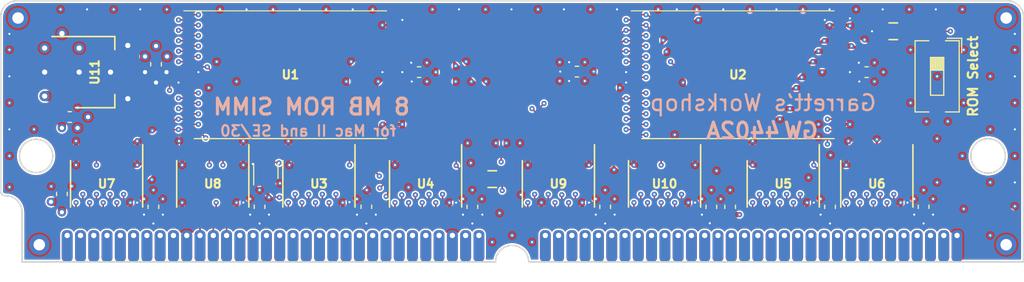
<source format=kicad_pcb>
(kicad_pcb (version 20171130) (host pcbnew "(5.1.5-0-10_14)")
  (layers (0 F.Cu signal) (1 In1.Cu power) (2 In2.Cu signal) (31 B.Cu power) (34 B.Paste user) (35 F.Paste user) (36 B.SilkS user) (37 F.SilkS user) (38 B.Mask user) (39 F.Mask user) (44 Edge.Cuts user))
  (net 0 "")
  (net 1 +5V)
  (net 2 /D0)
  (net 3 /D1)
  (net 4 /~WE~)
  (net 5 /D2)
  (net 6 /D3)
  (net 7 GND)
  (net 8 /D4)
  (net 9 /D5)
  (net 10 /D6)
  (net 11 /A11)
  (net 12 /D7)
  (net 13 /A0)
  (net 14 /A1)
  (net 15 /A2)
  (net 16 /A3)
  (net 17 /A4)
  (net 18 /A5)
  (net 19 /A6)
  (net 20 /A7)
  (net 21 /~CS~)
  (net 22 /~OE~)
  (net 23 /D8)
  (net 24 /D9)
  (net 25 /D10)
  (net 26 /D11)
  (net 27 /D12)
  (net 28 /D13)
  (net 29 /D14)
  (net 30 /D15)
  (net 31 /A8)
  (net 32 /A9)
  (net 33 /A10)
  (net 34 /A12)
  (net 35 /A13)
  (net 36 /A14)
  (net 37 /A15)
  (net 38 /A16)
  (net 39 /A17)
  (net 40 /A18)
  (net 41 /A19)
  (net 42 /A20)
  (net 43 /A21)
  (net 44 /A22)
  (net 45 /D16)
  (net 46 /D17)
  (net 47 /D18)
  (net 48 /D19)
  (net 49 /D20)
  (net 50 /D21)
  (net 51 /D22)
  (net 52 /D23)
  (net 53 /D24)
  (net 54 /D25)
  (net 55 /D26)
  (net 56 /D27)
  (net 57 /D28)
  (net 58 /D29)
  (net 59 /D30)
  (net 60 /D31)
  (net 61 +3V3)
  (net 62 /RD7)
  (net 63 /RD6)
  (net 64 /RD5)
  (net 65 /RD4)
  (net 66 /RD3)
  (net 67 /RD2)
  (net 68 /RD1)
  (net 69 /RD0)
  (net 70 /RD8)
  (net 71 /RD9)
  (net 72 /RD10)
  (net 73 /RD11)
  (net 74 /RD12)
  (net 75 /RD13)
  (net 76 /RD14)
  (net 77 /RD15)
  (net 78 /RD23)
  (net 79 /RD22)
  (net 80 /RD21)
  (net 81 /RD20)
  (net 82 /RD19)
  (net 83 /RD18)
  (net 84 /RD17)
  (net 85 /RD16)
  (net 86 /RD24)
  (net 87 /RD25)
  (net 88 /RD26)
  (net 89 /RD27)
  (net 90 /RD28)
  (net 91 /RD29)
  (net 92 /RD30)
  (net 93 /RD31)
  (net 94 /RA7)
  (net 95 /RA6)
  (net 96 /RA5)
  (net 97 /RA4)
  (net 98 /RA3)
  (net 99 /RA2)
  (net 100 /RA1)
  (net 101 /RA0)
  (net 102 /R~CS~)
  (net 103 /R~OE~)
  (net 104 /R~WE~)
  (net 105 "Net-(U8-Pad5)")
  (net 106 "Net-(U8-Pad7)")
  (net 107 /RA8)
  (net 108 /RA9)
  (net 109 /RA17)
  (net 110 /RA16)
  (net 111 /RA15)
  (net 112 /RA14)
  (net 113 /RA13)
  (net 114 /RA12)
  (net 115 /RA11)
  (net 116 /RA10)
  (net 117 /RA18)
  (net 118 /RA19)
  (net 119 /RA20)
  (net 120 /RA21)
  (net 121 /RA22)
  (net 122 "Net-(U8-Pad8)")
  (net 123 "Net-(U8-Pad9)")
  (net 124 "Net-(U9-Pad7)")
  (net 125 "Net-(U1-Pad15)")
  (net 126 "Net-(U2-Pad15)")
  (net 127 "Net-(U8-Pad3)")
  (net 128 "Net-(J1-Pad63)")
  (net 129 /RA23)
  (net 130 /Ddir)
  (net 131 /DdirR)
  (module stdpads:Fiducial (layer F.Cu) (at 75.438 123.444)
    (fp_text reference FID2 hide)
    (fp_text value Fiducial hide)
    (pad ~ smd circle (at 0 0) (size 1 1) (layers F.Cu F.Mask) (clearance 0.575))
  )
  (module stdpads:Fiducial (layer F.Cu) (at 167.894 123.444)
    (fp_text reference FID3 hide)
    (fp_text value Fiducial hide)
    (pad ~ smd circle (at 0 0) (size 1 1) (layers F.Cu F.Mask) (clearance 0.575))
  )
  (module stdpads:Fiducial (layer F.Cu) (at 165.354 104.267)
    (fp_text reference FID4 hide)
    (fp_text value Fiducial hide)
    (pad ~ smd circle (at 0 0) (size 1 1) (layers F.Cu F.Mask) (clearance 0.575))
  )
  (module stdpads:Fiducial (layer F.Cu) (at 75.946 104.267)
    (fp_text reference FID1 hide)
    (fp_text value Fiducial hide)
    (pad ~ smd circle (at 0 0) (size 1 1) (layers F.Cu F.Mask) (clearance 0.575))
  )
  (module stdpads:SOT-353 (layer F.Cu) (at 97.1 118.95 90)
    (fp_text reference U12)
    (fp_text value 74LVC1G02GW)
    (pad 5 smd roundrect (at 0.85 -0.65 90) (size 1 0.4) (layers F.Cu F.Paste F.Mask) (net 61 +3V3))
    (pad 4 smd roundrect (at 0.85 0.65 90) (size 1 0.4) (layers F.Cu F.Paste F.Mask) (net 130 /Ddir))
    (pad 2 smd roundrect (at -0.85 0 90) (size 1 0.4) (layers F.Cu F.Paste F.Mask) (net 22 /~OE~))
    (pad 1 smd roundrect (at -0.85 -0.65 90) (size 1 0.4) (layers F.Cu F.Paste F.Mask) (net 21 /~CS~))
    (pad 3 smd roundrect (at -0.85 0.65 90) (size 1 0.4) (layers F.Cu F.Paste F.Mask) (net 7 GND))
  )
  (module stdpads:R_0805 (layer F.Cu) (at 157.099 105.537)
    (fp_text reference R1)
    (fp_text value 3k3)
    (pad 2 smd roundrect (at 0.95 0) (size 0.85 1.4) (layers F.Cu F.Paste F.Mask) (net 129 /RA23))
    (pad 1 smd roundrect (at -0.95 0) (size 0.85 1.4) (layers F.Cu F.Paste F.Mask) (net 61 +3V3))
  )
  (module stdpads:R_0805 (layer F.Cu) (at 118.75 119.7 180)
    (fp_text reference R2)
    (fp_text value 100)
    (pad 2 smd roundrect (at 0.95 0 180) (size 0.85 1.4) (layers F.Cu F.Paste F.Mask) (net 130 /Ddir))
    (pad 1 smd roundrect (at -0.95 0 180) (size 0.85 1.4) (layers F.Cu F.Paste F.Mask) (net 131 /DdirR))
  )
  (module stdpads:TSOP-I-48_18.4x12mm_P0.5mm (layer F.Cu) (at 99.45 109.7)
    (fp_text reference U1)
    (fp_text value MX29LV640)
    (fp_text user %R (at 0 0) (layer F.SilkS) (effects (font (size 0.8128 0.8128) (thickness 0.2032))))
    (pad 1 smd roundrect (at -9.75 -5.75) (size 1.1 0.3) (layers F.Cu F.Paste F.Mask) (net 109 /RA17))
    (pad 25 smd roundrect (at 9.75 5.75) (size 1.1 0.3) (layers F.Cu F.Paste F.Mask) (net 99 /RA2))
    (pad 2 smd roundrect (at -9.75 -5.25) (size 1.1 0.3) (layers F.Cu F.Paste F.Mask) (net 110 /RA16))
    (pad 3 smd roundrect (at -9.75 -4.75) (size 1.1 0.3) (layers F.Cu F.Paste F.Mask) (net 111 /RA15))
    (pad 4 smd roundrect (at -9.75 -4.25) (size 1.1 0.3) (layers F.Cu F.Paste F.Mask) (net 112 /RA14))
    (pad 5 smd roundrect (at -9.75 -3.75) (size 1.1 0.3) (layers F.Cu F.Paste F.Mask) (net 113 /RA13))
    (pad 6 smd roundrect (at -9.75 -3.25) (size 1.1 0.3) (layers F.Cu F.Paste F.Mask) (net 114 /RA12))
    (pad 7 smd roundrect (at -9.75 -2.75) (size 1.1 0.3) (layers F.Cu F.Paste F.Mask) (net 115 /RA11))
    (pad 8 smd roundrect (at -9.75 -2.25) (size 1.1 0.3) (layers F.Cu F.Paste F.Mask) (net 116 /RA10))
    (pad 9 smd roundrect (at -9.75 -1.75) (size 1.1 0.3) (layers F.Cu F.Paste F.Mask) (net 120 /RA21))
    (pad 10 smd roundrect (at -9.75 -1.25) (size 1.1 0.3) (layers F.Cu F.Paste F.Mask) (net 121 /RA22))
    (pad 11 smd roundrect (at -9.75 -0.75) (size 1.1 0.3) (layers F.Cu F.Paste F.Mask) (net 104 /R~WE~))
    (pad 12 smd roundrect (at -9.75 -0.25) (size 1.1 0.3) (layers F.Cu F.Paste F.Mask) (net 61 +3V3))
    (pad 13 smd roundrect (at -9.75 0.25) (size 1.1 0.3) (layers F.Cu F.Paste F.Mask) (net 129 /RA23))
    (pad 14 smd roundrect (at -9.75 0.75) (size 1.1 0.3) (layers F.Cu F.Paste F.Mask) (net 61 +3V3))
    (pad 15 smd roundrect (at -9.75 1.25) (size 1.1 0.3) (layers F.Cu F.Paste F.Mask) (net 125 "Net-(U1-Pad15)"))
    (pad 16 smd roundrect (at -9.75 1.75) (size 1.1 0.3) (layers F.Cu F.Paste F.Mask) (net 119 /RA20))
    (pad 17 smd roundrect (at -9.75 2.25) (size 1.1 0.3) (layers F.Cu F.Paste F.Mask) (net 118 /RA19))
    (pad 18 smd roundrect (at -9.75 2.75) (size 1.1 0.3) (layers F.Cu F.Paste F.Mask) (net 108 /RA9))
    (pad 19 smd roundrect (at -9.75 3.25) (size 1.1 0.3) (layers F.Cu F.Paste F.Mask) (net 107 /RA8))
    (pad 20 smd roundrect (at -9.75 3.75) (size 1.1 0.3) (layers F.Cu F.Paste F.Mask) (net 94 /RA7))
    (pad 21 smd roundrect (at -9.75 4.25) (size 1.1 0.3) (layers F.Cu F.Paste F.Mask) (net 95 /RA6))
    (pad 22 smd roundrect (at -9.75 4.75) (size 1.1 0.3) (layers F.Cu F.Paste F.Mask) (net 96 /RA5))
    (pad 23 smd roundrect (at -9.75 5.25) (size 1.1 0.3) (layers F.Cu F.Paste F.Mask) (net 97 /RA4))
    (pad 24 smd roundrect (at -9.75 5.75) (size 1.1 0.3) (layers F.Cu F.Paste F.Mask) (net 98 /RA3))
    (pad 26 smd roundrect (at 9.75 5.25) (size 1.1 0.3) (layers F.Cu F.Paste F.Mask) (net 102 /R~CS~))
    (pad 27 smd roundrect (at 9.75 4.75) (size 1.1 0.3) (layers F.Cu F.Paste F.Mask) (net 7 GND))
    (pad 28 smd roundrect (at 9.75 4.25) (size 1.1 0.3) (layers F.Cu F.Paste F.Mask) (net 103 /R~OE~))
    (pad 29 smd roundrect (at 9.75 3.75) (size 1.1 0.3) (layers F.Cu F.Paste F.Mask) (net 69 /RD0))
    (pad 30 smd roundrect (at 9.75 3.25) (size 1.1 0.3) (layers F.Cu F.Paste F.Mask) (net 70 /RD8))
    (pad 31 smd roundrect (at 9.75 2.75) (size 1.1 0.3) (layers F.Cu F.Paste F.Mask) (net 68 /RD1))
    (pad 32 smd roundrect (at 9.75 2.25) (size 1.1 0.3) (layers F.Cu F.Paste F.Mask) (net 71 /RD9))
    (pad 33 smd roundrect (at 9.75 1.75) (size 1.1 0.3) (layers F.Cu F.Paste F.Mask) (net 67 /RD2))
    (pad 34 smd roundrect (at 9.75 1.25) (size 1.1 0.3) (layers F.Cu F.Paste F.Mask) (net 72 /RD10))
    (pad 35 smd roundrect (at 9.75 0.75) (size 1.1 0.3) (layers F.Cu F.Paste F.Mask) (net 66 /RD3))
    (pad 36 smd roundrect (at 9.75 0.25) (size 1.1 0.3) (layers F.Cu F.Paste F.Mask) (net 73 /RD11))
    (pad 37 smd roundrect (at 9.75 -0.25) (size 1.1 0.3) (layers F.Cu F.Paste F.Mask) (net 61 +3V3))
    (pad 38 smd roundrect (at 9.75 -0.75) (size 1.1 0.3) (layers F.Cu F.Paste F.Mask) (net 65 /RD4))
    (pad 39 smd roundrect (at 9.75 -1.25) (size 1.1 0.3) (layers F.Cu F.Paste F.Mask) (net 74 /RD12))
    (pad 40 smd roundrect (at 9.75 -1.75) (size 1.1 0.3) (layers F.Cu F.Paste F.Mask) (net 64 /RD5))
    (pad 41 smd roundrect (at 9.75 -2.25) (size 1.1 0.3) (layers F.Cu F.Paste F.Mask) (net 75 /RD13))
    (pad 42 smd roundrect (at 9.75 -2.75) (size 1.1 0.3) (layers F.Cu F.Paste F.Mask) (net 63 /RD6))
    (pad 43 smd roundrect (at 9.75 -3.25) (size 1.1 0.3) (layers F.Cu F.Paste F.Mask) (net 76 /RD14))
    (pad 44 smd roundrect (at 9.75 -3.75) (size 1.1 0.3) (layers F.Cu F.Paste F.Mask) (net 62 /RD7))
    (pad 45 smd roundrect (at 9.75 -4.25) (size 1.1 0.3) (layers F.Cu F.Paste F.Mask) (net 77 /RD15))
    (pad 46 smd roundrect (at 9.75 -4.75) (size 1.1 0.3) (layers F.Cu F.Paste F.Mask) (net 7 GND))
    (pad 47 smd roundrect (at 9.75 -5.25) (size 1.1 0.3) (layers F.Cu F.Paste F.Mask) (net 61 +3V3))
    (pad 48 smd roundrect (at 9.75 -5.75) (size 1.1 0.3) (layers F.Cu F.Paste F.Mask) (net 117 /RA18))
  )
  (module stdpads:TSOP-I-48_18.4x12mm_P0.5mm (layer F.Cu) (at 142.24 109.7)
    (fp_text reference U2)
    (fp_text value MX29LV640)
    (fp_text user %R (at 0 0) (layer F.SilkS) (effects (font (size 0.8128 0.8128) (thickness 0.2032))))
    (pad 1 smd roundrect (at -9.75 -5.75) (size 1.1 0.3) (layers F.Cu F.Paste F.Mask) (net 109 /RA17))
    (pad 25 smd roundrect (at 9.75 5.75) (size 1.1 0.3) (layers F.Cu F.Paste F.Mask) (net 99 /RA2))
    (pad 2 smd roundrect (at -9.75 -5.25) (size 1.1 0.3) (layers F.Cu F.Paste F.Mask) (net 110 /RA16))
    (pad 3 smd roundrect (at -9.75 -4.75) (size 1.1 0.3) (layers F.Cu F.Paste F.Mask) (net 111 /RA15))
    (pad 4 smd roundrect (at -9.75 -4.25) (size 1.1 0.3) (layers F.Cu F.Paste F.Mask) (net 112 /RA14))
    (pad 5 smd roundrect (at -9.75 -3.75) (size 1.1 0.3) (layers F.Cu F.Paste F.Mask) (net 113 /RA13))
    (pad 6 smd roundrect (at -9.75 -3.25) (size 1.1 0.3) (layers F.Cu F.Paste F.Mask) (net 114 /RA12))
    (pad 7 smd roundrect (at -9.75 -2.75) (size 1.1 0.3) (layers F.Cu F.Paste F.Mask) (net 115 /RA11))
    (pad 8 smd roundrect (at -9.75 -2.25) (size 1.1 0.3) (layers F.Cu F.Paste F.Mask) (net 116 /RA10))
    (pad 9 smd roundrect (at -9.75 -1.75) (size 1.1 0.3) (layers F.Cu F.Paste F.Mask) (net 120 /RA21))
    (pad 10 smd roundrect (at -9.75 -1.25) (size 1.1 0.3) (layers F.Cu F.Paste F.Mask) (net 121 /RA22))
    (pad 11 smd roundrect (at -9.75 -0.75) (size 1.1 0.3) (layers F.Cu F.Paste F.Mask) (net 104 /R~WE~))
    (pad 12 smd roundrect (at -9.75 -0.25) (size 1.1 0.3) (layers F.Cu F.Paste F.Mask) (net 61 +3V3))
    (pad 13 smd roundrect (at -9.75 0.25) (size 1.1 0.3) (layers F.Cu F.Paste F.Mask) (net 129 /RA23))
    (pad 14 smd roundrect (at -9.75 0.75) (size 1.1 0.3) (layers F.Cu F.Paste F.Mask) (net 61 +3V3))
    (pad 15 smd roundrect (at -9.75 1.25) (size 1.1 0.3) (layers F.Cu F.Paste F.Mask) (net 126 "Net-(U2-Pad15)"))
    (pad 16 smd roundrect (at -9.75 1.75) (size 1.1 0.3) (layers F.Cu F.Paste F.Mask) (net 119 /RA20))
    (pad 17 smd roundrect (at -9.75 2.25) (size 1.1 0.3) (layers F.Cu F.Paste F.Mask) (net 118 /RA19))
    (pad 18 smd roundrect (at -9.75 2.75) (size 1.1 0.3) (layers F.Cu F.Paste F.Mask) (net 108 /RA9))
    (pad 19 smd roundrect (at -9.75 3.25) (size 1.1 0.3) (layers F.Cu F.Paste F.Mask) (net 107 /RA8))
    (pad 20 smd roundrect (at -9.75 3.75) (size 1.1 0.3) (layers F.Cu F.Paste F.Mask) (net 94 /RA7))
    (pad 21 smd roundrect (at -9.75 4.25) (size 1.1 0.3) (layers F.Cu F.Paste F.Mask) (net 95 /RA6))
    (pad 22 smd roundrect (at -9.75 4.75) (size 1.1 0.3) (layers F.Cu F.Paste F.Mask) (net 96 /RA5))
    (pad 23 smd roundrect (at -9.75 5.25) (size 1.1 0.3) (layers F.Cu F.Paste F.Mask) (net 97 /RA4))
    (pad 24 smd roundrect (at -9.75 5.75) (size 1.1 0.3) (layers F.Cu F.Paste F.Mask) (net 98 /RA3))
    (pad 26 smd roundrect (at 9.75 5.25) (size 1.1 0.3) (layers F.Cu F.Paste F.Mask) (net 102 /R~CS~))
    (pad 27 smd roundrect (at 9.75 4.75) (size 1.1 0.3) (layers F.Cu F.Paste F.Mask) (net 7 GND))
    (pad 28 smd roundrect (at 9.75 4.25) (size 1.1 0.3) (layers F.Cu F.Paste F.Mask) (net 103 /R~OE~))
    (pad 29 smd roundrect (at 9.75 3.75) (size 1.1 0.3) (layers F.Cu F.Paste F.Mask) (net 85 /RD16))
    (pad 30 smd roundrect (at 9.75 3.25) (size 1.1 0.3) (layers F.Cu F.Paste F.Mask) (net 86 /RD24))
    (pad 31 smd roundrect (at 9.75 2.75) (size 1.1 0.3) (layers F.Cu F.Paste F.Mask) (net 84 /RD17))
    (pad 32 smd roundrect (at 9.75 2.25) (size 1.1 0.3) (layers F.Cu F.Paste F.Mask) (net 87 /RD25))
    (pad 33 smd roundrect (at 9.75 1.75) (size 1.1 0.3) (layers F.Cu F.Paste F.Mask) (net 83 /RD18))
    (pad 34 smd roundrect (at 9.75 1.25) (size 1.1 0.3) (layers F.Cu F.Paste F.Mask) (net 88 /RD26))
    (pad 35 smd roundrect (at 9.75 0.75) (size 1.1 0.3) (layers F.Cu F.Paste F.Mask) (net 82 /RD19))
    (pad 36 smd roundrect (at 9.75 0.25) (size 1.1 0.3) (layers F.Cu F.Paste F.Mask) (net 89 /RD27))
    (pad 37 smd roundrect (at 9.75 -0.25) (size 1.1 0.3) (layers F.Cu F.Paste F.Mask) (net 61 +3V3))
    (pad 38 smd roundrect (at 9.75 -0.75) (size 1.1 0.3) (layers F.Cu F.Paste F.Mask) (net 81 /RD20))
    (pad 39 smd roundrect (at 9.75 -1.25) (size 1.1 0.3) (layers F.Cu F.Paste F.Mask) (net 90 /RD28))
    (pad 40 smd roundrect (at 9.75 -1.75) (size 1.1 0.3) (layers F.Cu F.Paste F.Mask) (net 80 /RD21))
    (pad 41 smd roundrect (at 9.75 -2.25) (size 1.1 0.3) (layers F.Cu F.Paste F.Mask) (net 91 /RD29))
    (pad 42 smd roundrect (at 9.75 -2.75) (size 1.1 0.3) (layers F.Cu F.Paste F.Mask) (net 79 /RD22))
    (pad 43 smd roundrect (at 9.75 -3.25) (size 1.1 0.3) (layers F.Cu F.Paste F.Mask) (net 92 /RD30))
    (pad 44 smd roundrect (at 9.75 -3.75) (size 1.1 0.3) (layers F.Cu F.Paste F.Mask) (net 78 /RD23))
    (pad 45 smd roundrect (at 9.75 -4.25) (size 1.1 0.3) (layers F.Cu F.Paste F.Mask) (net 93 /RD31))
    (pad 46 smd roundrect (at 9.75 -4.75) (size 1.1 0.3) (layers F.Cu F.Paste F.Mask) (net 7 GND))
    (pad 47 smd roundrect (at 9.75 -5.25) (size 1.1 0.3) (layers F.Cu F.Paste F.Mask) (net 61 +3V3))
    (pad 48 smd roundrect (at 9.75 -5.75) (size 1.1 0.3) (layers F.Cu F.Paste F.Mask) (net 117 /RA18))
  )
  (module stdpads:C_0603 (layer F.Cu) (at 96.5 122.35 90)
    (fp_text reference C7)
    (fp_text value 2u2)
    (pad 2 smd roundrect (at 0.75 0 90) (size 0.85 0.95) (layers F.Cu F.Paste F.Mask) (net 7 GND))
    (pad 1 smd roundrect (at -0.75 0 90) (size 0.85 0.95) (layers F.Cu F.Paste F.Mask) (net 61 +3V3))
  )
  (module Button_Switch_SMD:SW_DIP_SPSTx01_Slide_6.7x4.1mm_W8.61mm_P2.54mm_LowProfile (layer F.Cu) (at 161.29 109.855 270)
    (fp_text reference SW1)
    (fp_text value "ROM Select" (at 0 -3.429 90) (layer F.SilkS) (effects (font (size 0.9 0.9) (thickness 0.2032))))
    (pad 2 smd rect (at 4.305 0 270) (size 2.44 1.12) (layers F.Cu F.Paste F.Mask) (net 7 GND))
    (pad 1 smd rect (at -4.305 0 270) (size 2.44 1.12) (layers F.Cu F.Paste F.Mask) (net 129 /RA23))
  )
  (module stdpads:C_0603 (layer F.Cu) (at 86.6 108.7 90)
    (fp_text reference C14)
    (fp_text value 2u2)
    (pad 2 smd roundrect (at 0.75 0 90) (size 0.85 0.95) (layers F.Cu F.Paste F.Mask) (net 7 GND))
    (pad 1 smd roundrect (at -0.75 0 90) (size 0.85 0.95) (layers F.Cu F.Paste F.Mask) (net 61 +3V3))
  )
  (module stdpads:MacIIROMSIMM_Edge (layer F.Cu) (at 120.65 127.635)
    (fp_text reference J1 hide)
    (fp_text value ROM)
    (pad 64 thru_hole roundrect (at 42.545 -2.54) (size 1.0414 3.048) (drill 0.508 (offset 0 1.016)) (layers *.Cu *.Mask) (roundrect_rratio 0.4) (net 7 GND))
    (pad 63 thru_hole roundrect (at 41.275 -2.54) (size 1.0414 3.048) (drill 0.508 (offset 0 1.016)) (layers *.Cu *.Mask) (roundrect_rratio 0.4) (net 128 "Net-(J1-Pad63)"))
    (pad 62 thru_hole roundrect (at 40.005 -2.54) (size 1.0414 3.048) (drill 0.508 (offset 0 1.016)) (layers *.Cu *.Mask) (roundrect_rratio 0.4) (net 60 /D31))
    (pad 61 thru_hole roundrect (at 38.735 -2.54) (size 1.0414 3.048) (drill 0.508 (offset 0 1.016)) (layers *.Cu *.Mask) (roundrect_rratio 0.4) (net 59 /D30))
    (pad 60 thru_hole roundrect (at 37.465 -2.54) (size 1.0414 3.048) (drill 0.508 (offset 0 1.016)) (layers *.Cu *.Mask) (roundrect_rratio 0.4) (net 58 /D29))
    (pad 59 thru_hole roundrect (at 36.195 -2.54) (size 1.0414 3.048) (drill 0.508 (offset 0 1.016)) (layers *.Cu *.Mask) (roundrect_rratio 0.4) (net 57 /D28))
    (pad 58 thru_hole roundrect (at 34.925 -2.54) (size 1.0414 3.048) (drill 0.508 (offset 0 1.016)) (layers *.Cu *.Mask) (roundrect_rratio 0.4) (net 56 /D27))
    (pad 57 thru_hole roundrect (at 33.655 -2.54) (size 1.0414 3.048) (drill 0.508 (offset 0 1.016)) (layers *.Cu *.Mask) (roundrect_rratio 0.4) (net 55 /D26))
    (pad 56 thru_hole roundrect (at 32.385 -2.54) (size 1.0414 3.048) (drill 0.508 (offset 0 1.016)) (layers *.Cu *.Mask) (roundrect_rratio 0.4) (net 54 /D25))
    (pad 55 thru_hole roundrect (at 31.115 -2.54) (size 1.0414 3.048) (drill 0.508 (offset 0 1.016)) (layers *.Cu *.Mask) (roundrect_rratio 0.4) (net 53 /D24))
    (pad 54 thru_hole roundrect (at 29.845 -2.54) (size 1.0414 3.048) (drill 0.508 (offset 0 1.016)) (layers *.Cu *.Mask) (roundrect_rratio 0.4) (net 52 /D23))
    (pad 53 thru_hole roundrect (at 28.575 -2.54) (size 1.0414 3.048) (drill 0.508 (offset 0 1.016)) (layers *.Cu *.Mask) (roundrect_rratio 0.4) (net 51 /D22))
    (pad 52 thru_hole roundrect (at 27.305 -2.54) (size 1.0414 3.048) (drill 0.508 (offset 0 1.016)) (layers *.Cu *.Mask) (roundrect_rratio 0.4) (net 50 /D21))
    (pad 51 thru_hole roundrect (at 26.035 -2.54) (size 1.0414 3.048) (drill 0.508 (offset 0 1.016)) (layers *.Cu *.Mask) (roundrect_rratio 0.4) (net 49 /D20))
    (pad 50 thru_hole roundrect (at 24.765 -2.54) (size 1.0414 3.048) (drill 0.508 (offset 0 1.016)) (layers *.Cu *.Mask) (roundrect_rratio 0.4) (net 48 /D19))
    (pad 49 thru_hole roundrect (at 23.495 -2.54) (size 1.0414 3.048) (drill 0.508 (offset 0 1.016)) (layers *.Cu *.Mask) (roundrect_rratio 0.4) (net 47 /D18))
    (pad 48 thru_hole roundrect (at 22.225 -2.54) (size 1.0414 3.048) (drill 0.508 (offset 0 1.016)) (layers *.Cu *.Mask) (roundrect_rratio 0.4) (net 46 /D17))
    (pad 47 thru_hole roundrect (at 20.955 -2.54) (size 1.0414 3.048) (drill 0.508 (offset 0 1.016)) (layers *.Cu *.Mask) (roundrect_rratio 0.4) (net 45 /D16))
    (pad 46 thru_hole roundrect (at 19.685 -2.54) (size 1.0414 3.048) (drill 0.508 (offset 0 1.016)) (layers *.Cu *.Mask) (roundrect_rratio 0.4) (net 1 +5V))
    (pad 45 thru_hole roundrect (at 18.415 -2.54) (size 1.0414 3.048) (drill 0.508 (offset 0 1.016)) (layers *.Cu *.Mask) (roundrect_rratio 0.4) (net 44 /A22))
    (pad 44 thru_hole roundrect (at 17.145 -2.54) (size 1.0414 3.048) (drill 0.508 (offset 0 1.016)) (layers *.Cu *.Mask) (roundrect_rratio 0.4) (net 43 /A21))
    (pad 43 thru_hole roundrect (at 15.875 -2.54) (size 1.0414 3.048) (drill 0.508 (offset 0 1.016)) (layers *.Cu *.Mask) (roundrect_rratio 0.4) (net 42 /A20))
    (pad 42 thru_hole roundrect (at 14.605 -2.54) (size 1.0414 3.048) (drill 0.508 (offset 0 1.016)) (layers *.Cu *.Mask) (roundrect_rratio 0.4) (net 41 /A19))
    (pad 41 thru_hole roundrect (at 13.335 -2.54) (size 1.0414 3.048) (drill 0.508 (offset 0 1.016)) (layers *.Cu *.Mask) (roundrect_rratio 0.4) (net 40 /A18))
    (pad 40 thru_hole roundrect (at 12.065 -2.54) (size 1.0414 3.048) (drill 0.508 (offset 0 1.016)) (layers *.Cu *.Mask) (roundrect_rratio 0.4) (net 39 /A17))
    (pad 39 thru_hole roundrect (at 10.795 -2.54) (size 1.0414 3.048) (drill 0.508 (offset 0 1.016)) (layers *.Cu *.Mask) (roundrect_rratio 0.4) (net 38 /A16))
    (pad 38 thru_hole roundrect (at 9.525 -2.54) (size 1.0414 3.048) (drill 0.508 (offset 0 1.016)) (layers *.Cu *.Mask) (roundrect_rratio 0.4) (net 37 /A15))
    (pad 37 thru_hole roundrect (at 8.255 -2.54) (size 1.0414 3.048) (drill 0.508 (offset 0 1.016)) (layers *.Cu *.Mask) (roundrect_rratio 0.4) (net 36 /A14))
    (pad 36 thru_hole roundrect (at 6.985 -2.54) (size 1.0414 3.048) (drill 0.508 (offset 0 1.016)) (layers *.Cu *.Mask) (roundrect_rratio 0.4) (net 35 /A13))
    (pad 35 thru_hole roundrect (at 5.715 -2.54) (size 1.0414 3.048) (drill 0.508 (offset 0 1.016)) (layers *.Cu *.Mask) (roundrect_rratio 0.4) (net 34 /A12))
    (pad 34 thru_hole roundrect (at 4.445 -2.54) (size 1.0414 3.048) (drill 0.508 (offset 0 1.016)) (layers *.Cu *.Mask) (roundrect_rratio 0.4) (net 11 /A11))
    (pad 33 thru_hole roundrect (at 3.175 -2.54) (size 1.0414 3.048) (drill 0.508 (offset 0 1.016)) (layers *.Cu *.Mask) (roundrect_rratio 0.4) (net 33 /A10))
    (pad 32 thru_hole roundrect (at -3.175 -2.54) (size 1.0414 3.048) (drill 0.508 (offset 0 1.016)) (layers *.Cu *.Mask) (roundrect_rratio 0.4) (net 32 /A9))
    (pad 31 thru_hole roundrect (at -4.445 -2.54) (size 1.0414 3.048) (drill 0.508 (offset 0 1.016)) (layers *.Cu *.Mask) (roundrect_rratio 0.4) (net 31 /A8))
    (pad 30 thru_hole roundrect (at -5.715 -2.54) (size 1.0414 3.048) (drill 0.508 (offset 0 1.016)) (layers *.Cu *.Mask) (roundrect_rratio 0.4) (net 7 GND))
    (pad 29 thru_hole roundrect (at -6.985 -2.54) (size 1.0414 3.048) (drill 0.508 (offset 0 1.016)) (layers *.Cu *.Mask) (roundrect_rratio 0.4) (net 30 /D15))
    (pad 28 thru_hole roundrect (at -8.255 -2.54) (size 1.0414 3.048) (drill 0.508 (offset 0 1.016)) (layers *.Cu *.Mask) (roundrect_rratio 0.4) (net 29 /D14))
    (pad 27 thru_hole roundrect (at -9.525 -2.54) (size 1.0414 3.048) (drill 0.508 (offset 0 1.016)) (layers *.Cu *.Mask) (roundrect_rratio 0.4) (net 28 /D13))
    (pad 26 thru_hole roundrect (at -10.795 -2.54) (size 1.0414 3.048) (drill 0.508 (offset 0 1.016)) (layers *.Cu *.Mask) (roundrect_rratio 0.4) (net 27 /D12))
    (pad 25 thru_hole roundrect (at -12.065 -2.54) (size 1.0414 3.048) (drill 0.508 (offset 0 1.016)) (layers *.Cu *.Mask) (roundrect_rratio 0.4) (net 26 /D11))
    (pad 24 thru_hole roundrect (at -13.335 -2.54) (size 1.0414 3.048) (drill 0.508 (offset 0 1.016)) (layers *.Cu *.Mask) (roundrect_rratio 0.4) (net 25 /D10))
    (pad 23 thru_hole roundrect (at -14.605 -2.54) (size 1.0414 3.048) (drill 0.508 (offset 0 1.016)) (layers *.Cu *.Mask) (roundrect_rratio 0.4) (net 24 /D9))
    (pad 22 thru_hole roundrect (at -15.875 -2.54) (size 1.0414 3.048) (drill 0.508 (offset 0 1.016)) (layers *.Cu *.Mask) (roundrect_rratio 0.4) (net 23 /D8))
    (pad 21 thru_hole roundrect (at -17.145 -2.54) (size 1.0414 3.048) (drill 0.508 (offset 0 1.016)) (layers *.Cu *.Mask) (roundrect_rratio 0.4) (net 12 /D7))
    (pad 20 thru_hole roundrect (at -18.415 -2.54) (size 1.0414 3.048) (drill 0.508 (offset 0 1.016)) (layers *.Cu *.Mask) (roundrect_rratio 0.4) (net 10 /D6))
    (pad 19 thru_hole roundrect (at -19.685 -2.54) (size 1.0414 3.048) (drill 0.508 (offset 0 1.016)) (layers *.Cu *.Mask) (roundrect_rratio 0.4) (net 9 /D5))
    (pad 18 thru_hole roundrect (at -20.955 -2.54) (size 1.0414 3.048) (drill 0.508 (offset 0 1.016)) (layers *.Cu *.Mask) (roundrect_rratio 0.4) (net 8 /D4))
    (pad 17 thru_hole roundrect (at -22.225 -2.54) (size 1.0414 3.048) (drill 0.508 (offset 0 1.016)) (layers *.Cu *.Mask) (roundrect_rratio 0.4) (net 6 /D3))
    (pad 16 thru_hole roundrect (at -23.495 -2.54) (size 1.0414 3.048) (drill 0.508 (offset 0 1.016)) (layers *.Cu *.Mask) (roundrect_rratio 0.4) (net 5 /D2))
    (pad 15 thru_hole roundrect (at -24.765 -2.54) (size 1.0414 3.048) (drill 0.508 (offset 0 1.016)) (layers *.Cu *.Mask) (roundrect_rratio 0.4) (net 3 /D1))
    (pad 14 thru_hole roundrect (at -26.035 -2.54) (size 1.0414 3.048) (drill 0.508 (offset 0 1.016)) (layers *.Cu *.Mask) (roundrect_rratio 0.4) (net 2 /D0))
    (pad 13 thru_hole roundrect (at -27.305 -2.54) (size 1.0414 3.048) (drill 0.508 (offset 0 1.016)) (layers *.Cu *.Mask) (roundrect_rratio 0.4) (net 4 /~WE~))
    (pad 12 thru_hole roundrect (at -28.575 -2.54) (size 1.0414 3.048) (drill 0.508 (offset 0 1.016)) (layers *.Cu *.Mask) (roundrect_rratio 0.4) (net 22 /~OE~))
    (pad 11 thru_hole roundrect (at -29.845 -2.54) (size 1.0414 3.048) (drill 0.508 (offset 0 1.016)) (layers *.Cu *.Mask) (roundrect_rratio 0.4) (net 21 /~CS~))
    (pad 10 thru_hole roundrect (at -31.115 -2.54) (size 1.0414 3.048) (drill 0.508 (offset 0 1.016)) (layers *.Cu *.Mask) (roundrect_rratio 0.4) (net 7 GND))
    (pad 9 thru_hole roundrect (at -32.385 -2.54) (size 1.0414 3.048) (drill 0.508 (offset 0 1.016)) (layers *.Cu *.Mask) (roundrect_rratio 0.4) (net 20 /A7))
    (pad 8 thru_hole roundrect (at -33.655 -2.54) (size 1.0414 3.048) (drill 0.508 (offset 0 1.016)) (layers *.Cu *.Mask) (roundrect_rratio 0.4) (net 19 /A6))
    (pad 7 thru_hole roundrect (at -34.925 -2.54) (size 1.0414 3.048) (drill 0.508 (offset 0 1.016)) (layers *.Cu *.Mask) (roundrect_rratio 0.4) (net 18 /A5))
    (pad 6 thru_hole roundrect (at -36.195 -2.54) (size 1.0414 3.048) (drill 0.508 (offset 0 1.016)) (layers *.Cu *.Mask) (roundrect_rratio 0.4) (net 17 /A4))
    (pad 5 thru_hole roundrect (at -37.465 -2.54) (size 1.0414 3.048) (drill 0.508 (offset 0 1.016)) (layers *.Cu *.Mask) (roundrect_rratio 0.4) (net 16 /A3))
    (pad 4 thru_hole roundrect (at -38.735 -2.54) (size 1.0414 3.048) (drill 0.508 (offset 0 1.016)) (layers *.Cu *.Mask) (roundrect_rratio 0.4) (net 15 /A2))
    (pad 3 thru_hole roundrect (at -40.005 -2.54) (size 1.0414 3.048) (drill 0.508 (offset 0 1.016)) (layers *.Cu *.Mask) (roundrect_rratio 0.4) (net 14 /A1))
    (pad 2 thru_hole roundrect (at -41.275 -2.54) (size 1.0414 3.048) (drill 0.508 (offset 0 1.016)) (layers *.Cu *.Mask) (roundrect_rratio 0.4) (net 13 /A0))
    (pad 1 thru_hole roundrect (at -42.545 -2.54) (size 1.0414 3.048) (drill 0.508 (offset 0 1.016)) (layers *.Cu *.Mask) (roundrect_rratio 0.4) (net 1 +5V))
  )
  (module stdpads:PasteHole_1.1mm_PTH (layer F.Cu) (at 75.438 125.984)
    (fp_text reference H2)
    (fp_text value " " hide)
    (pad 1 thru_hole circle (at 0 0) (size 2 2) (drill 1.1) (layers *.Cu *.Mask) (net 7 GND))
  )
  (module stdpads:PasteHole_1.1mm_PTH (layer F.Cu) (at 167.894 125.984)
    (fp_text reference H3)
    (fp_text value " " hide)
    (pad 1 thru_hole circle (at 0 0) (size 2 2) (drill 1.1) (layers *.Cu *.Mask) (net 7 GND))
  )
  (module stdpads:TSSOP-20_4.4x6.5mm_P0.65mm (layer F.Cu) (at 102.175 120.15 270)
    (fp_text reference U3)
    (fp_text value 74AHC245)
    (fp_text user %R (at 0 0) (layer F.SilkS) (effects (font (size 0.8128 0.8128) (thickness 0.2032))))
    (pad 20 smd roundrect (at 2.95 -2.925 270) (size 1.45 0.45) (layers F.Cu F.Paste F.Mask) (net 61 +3V3))
    (pad 19 smd roundrect (at 2.95 -2.275 270) (size 1.45 0.45) (layers F.Cu F.Paste F.Mask) (net 7 GND))
    (pad 18 smd roundrect (at 2.95 -1.625 270) (size 1.45 0.45) (layers F.Cu F.Paste F.Mask) (net 12 /D7))
    (pad 17 smd roundrect (at 2.95 -0.975 270) (size 1.45 0.45) (layers F.Cu F.Paste F.Mask) (net 10 /D6))
    (pad 16 smd roundrect (at 2.95 -0.325 270) (size 1.45 0.45) (layers F.Cu F.Paste F.Mask) (net 9 /D5))
    (pad 15 smd roundrect (at 2.95 0.325 270) (size 1.45 0.45) (layers F.Cu F.Paste F.Mask) (net 8 /D4))
    (pad 14 smd roundrect (at 2.95 0.975 270) (size 1.45 0.45) (layers F.Cu F.Paste F.Mask) (net 6 /D3))
    (pad 13 smd roundrect (at 2.95 1.625 270) (size 1.45 0.45) (layers F.Cu F.Paste F.Mask) (net 5 /D2))
    (pad 12 smd roundrect (at 2.95 2.275 270) (size 1.45 0.45) (layers F.Cu F.Paste F.Mask) (net 3 /D1))
    (pad 11 smd roundrect (at 2.95 2.925 270) (size 1.45 0.45) (layers F.Cu F.Paste F.Mask) (net 2 /D0))
    (pad 10 smd roundrect (at -2.95 2.925 270) (size 1.45 0.45) (layers F.Cu F.Paste F.Mask) (net 7 GND))
    (pad 9 smd roundrect (at -2.95 2.275 270) (size 1.45 0.45) (layers F.Cu F.Paste F.Mask) (net 69 /RD0))
    (pad 8 smd roundrect (at -2.95 1.625 270) (size 1.45 0.45) (layers F.Cu F.Paste F.Mask) (net 68 /RD1))
    (pad 7 smd roundrect (at -2.95 0.975 270) (size 1.45 0.45) (layers F.Cu F.Paste F.Mask) (net 67 /RD2))
    (pad 6 smd roundrect (at -2.95 0.325 270) (size 1.45 0.45) (layers F.Cu F.Paste F.Mask) (net 66 /RD3))
    (pad 5 smd roundrect (at -2.95 -0.325 270) (size 1.45 0.45) (layers F.Cu F.Paste F.Mask) (net 65 /RD4))
    (pad 4 smd roundrect (at -2.95 -0.975 270) (size 1.45 0.45) (layers F.Cu F.Paste F.Mask) (net 64 /RD5))
    (pad 3 smd roundrect (at -2.95 -1.625 270) (size 1.45 0.45) (layers F.Cu F.Paste F.Mask) (net 63 /RD6))
    (pad 2 smd roundrect (at -2.95 -2.275 270) (size 1.45 0.45) (layers F.Cu F.Paste F.Mask) (net 62 /RD7))
    (pad 1 smd roundrect (at -2.95 -2.925 270) (size 1.45 0.45) (layers F.Cu F.Paste F.Mask) (net 130 /Ddir))
  )
  (module stdpads:TSSOP-20_4.4x6.5mm_P0.65mm (layer F.Cu) (at 146.575 120.15 270)
    (fp_text reference U5)
    (fp_text value 74AHC245)
    (fp_text user %R (at 0 0) (layer F.SilkS) (effects (font (size 0.8128 0.8128) (thickness 0.2032))))
    (pad 20 smd roundrect (at 2.95 -2.925 270) (size 1.45 0.45) (layers F.Cu F.Paste F.Mask) (net 61 +3V3))
    (pad 19 smd roundrect (at 2.95 -2.275 270) (size 1.45 0.45) (layers F.Cu F.Paste F.Mask) (net 7 GND))
    (pad 18 smd roundrect (at 2.95 -1.625 270) (size 1.45 0.45) (layers F.Cu F.Paste F.Mask) (net 52 /D23))
    (pad 17 smd roundrect (at 2.95 -0.975 270) (size 1.45 0.45) (layers F.Cu F.Paste F.Mask) (net 51 /D22))
    (pad 16 smd roundrect (at 2.95 -0.325 270) (size 1.45 0.45) (layers F.Cu F.Paste F.Mask) (net 50 /D21))
    (pad 15 smd roundrect (at 2.95 0.325 270) (size 1.45 0.45) (layers F.Cu F.Paste F.Mask) (net 49 /D20))
    (pad 14 smd roundrect (at 2.95 0.975 270) (size 1.45 0.45) (layers F.Cu F.Paste F.Mask) (net 48 /D19))
    (pad 13 smd roundrect (at 2.95 1.625 270) (size 1.45 0.45) (layers F.Cu F.Paste F.Mask) (net 47 /D18))
    (pad 12 smd roundrect (at 2.95 2.275 270) (size 1.45 0.45) (layers F.Cu F.Paste F.Mask) (net 46 /D17))
    (pad 11 smd roundrect (at 2.95 2.925 270) (size 1.45 0.45) (layers F.Cu F.Paste F.Mask) (net 45 /D16))
    (pad 10 smd roundrect (at -2.95 2.925 270) (size 1.45 0.45) (layers F.Cu F.Paste F.Mask) (net 7 GND))
    (pad 9 smd roundrect (at -2.95 2.275 270) (size 1.45 0.45) (layers F.Cu F.Paste F.Mask) (net 85 /RD16))
    (pad 8 smd roundrect (at -2.95 1.625 270) (size 1.45 0.45) (layers F.Cu F.Paste F.Mask) (net 84 /RD17))
    (pad 7 smd roundrect (at -2.95 0.975 270) (size 1.45 0.45) (layers F.Cu F.Paste F.Mask) (net 83 /RD18))
    (pad 6 smd roundrect (at -2.95 0.325 270) (size 1.45 0.45) (layers F.Cu F.Paste F.Mask) (net 82 /RD19))
    (pad 5 smd roundrect (at -2.95 -0.325 270) (size 1.45 0.45) (layers F.Cu F.Paste F.Mask) (net 81 /RD20))
    (pad 4 smd roundrect (at -2.95 -0.975 270) (size 1.45 0.45) (layers F.Cu F.Paste F.Mask) (net 80 /RD21))
    (pad 3 smd roundrect (at -2.95 -1.625 270) (size 1.45 0.45) (layers F.Cu F.Paste F.Mask) (net 79 /RD22))
    (pad 2 smd roundrect (at -2.95 -2.275 270) (size 1.45 0.45) (layers F.Cu F.Paste F.Mask) (net 78 /RD23))
    (pad 1 smd roundrect (at -2.95 -2.925 270) (size 1.45 0.45) (layers F.Cu F.Paste F.Mask) (net 131 /DdirR))
  )
  (module stdpads:C_0603 (layer F.Cu) (at 77.6 121.123 90)
    (fp_text reference C1)
    (fp_text value 2u2)
    (pad 2 smd roundrect (at 0.75 0 90) (size 0.85 0.95) (layers F.Cu F.Paste F.Mask) (net 7 GND))
    (pad 1 smd roundrect (at -0.75 0 90) (size 0.85 0.95) (layers F.Cu F.Paste F.Mask) (net 1 +5V))
  )
  (module stdpads:C_0603 (layer F.Cu) (at 141.5 122.35 90)
    (fp_text reference C2)
    (fp_text value 2u2)
    (pad 2 smd roundrect (at 0.75 0 90) (size 0.85 0.95) (layers F.Cu F.Paste F.Mask) (net 7 GND))
    (pad 1 smd roundrect (at -0.75 0 90) (size 0.85 0.95) (layers F.Cu F.Paste F.Mask) (net 1 +5V))
  )
  (module stdpads:C_0603 (layer F.Cu) (at 78.35 113.75)
    (fp_text reference C3)
    (fp_text value 2u2)
    (pad 2 smd roundrect (at 0.75 0) (size 0.85 0.95) (layers F.Cu F.Paste F.Mask) (net 7 GND))
    (pad 1 smd roundrect (at -0.75 0) (size 0.85 0.95) (layers F.Cu F.Paste F.Mask) (net 1 +5V))
  )
  (module stdpads:C_0603 (layer F.Cu) (at 111.75 109.45)
    (fp_text reference C4)
    (fp_text value 2u2)
    (pad 2 smd roundrect (at 0.75 0) (size 0.85 0.95) (layers F.Cu F.Paste F.Mask) (net 7 GND))
    (pad 1 smd roundrect (at -0.75 0) (size 0.85 0.95) (layers F.Cu F.Paste F.Mask) (net 61 +3V3))
  )
  (module stdpads:C_0603 (layer F.Cu) (at 154.55 109.45)
    (fp_text reference C5)
    (fp_text value 2u2)
    (pad 2 smd roundrect (at 0.75 0) (size 0.85 0.95) (layers F.Cu F.Paste F.Mask) (net 7 GND))
    (pad 1 smd roundrect (at -0.75 0) (size 0.85 0.95) (layers F.Cu F.Paste F.Mask) (net 61 +3V3))
  )
  (module stdpads:C_0603 (layer F.Cu) (at 86.35 122.35 90)
    (fp_text reference C6)
    (fp_text value 2u2)
    (pad 2 smd roundrect (at 0.75 0 90) (size 0.85 0.95) (layers F.Cu F.Paste F.Mask) (net 7 GND))
    (pad 1 smd roundrect (at -0.75 0 90) (size 0.85 0.95) (layers F.Cu F.Paste F.Mask) (net 61 +3V3))
  )
  (module stdpads:C_0603 (layer F.Cu) (at 116.85 122.35 90)
    (fp_text reference C9)
    (fp_text value 2u2)
    (pad 2 smd roundrect (at 0.75 0 90) (size 0.85 0.95) (layers F.Cu F.Paste F.Mask) (net 7 GND))
    (pad 1 smd roundrect (at -0.75 0 90) (size 0.85 0.95) (layers F.Cu F.Paste F.Mask) (net 61 +3V3))
  )
  (module stdpads:C_0603 (layer F.Cu) (at 129.55 122.35 90)
    (fp_text reference C10)
    (fp_text value 2u2)
    (pad 2 smd roundrect (at 0.75 0 90) (size 0.85 0.95) (layers F.Cu F.Paste F.Mask) (net 7 GND))
    (pad 1 smd roundrect (at -0.75 0 90) (size 0.85 0.95) (layers F.Cu F.Paste F.Mask) (net 61 +3V3))
  )
  (module stdpads:C_0603 (layer F.Cu) (at 139.7 122.35 90)
    (fp_text reference C11)
    (fp_text value 2u2)
    (pad 2 smd roundrect (at 0.75 0 90) (size 0.85 0.95) (layers F.Cu F.Paste F.Mask) (net 7 GND))
    (pad 1 smd roundrect (at -0.75 0 90) (size 0.85 0.95) (layers F.Cu F.Paste F.Mask) (net 61 +3V3))
  )
  (module stdpads:C_0603 (layer F.Cu) (at 151.05 122.35 90)
    (fp_text reference C12)
    (fp_text value 2u2)
    (pad 2 smd roundrect (at 0.75 0 90) (size 0.85 0.95) (layers F.Cu F.Paste F.Mask) (net 7 GND))
    (pad 1 smd roundrect (at -0.75 0 90) (size 0.85 0.95) (layers F.Cu F.Paste F.Mask) (net 61 +3V3))
  )
  (module stdpads:C_0603 (layer F.Cu) (at 160 122.35 90)
    (fp_text reference C13)
    (fp_text value 2u2)
    (pad 2 smd roundrect (at 0.75 0 90) (size 0.85 0.95) (layers F.Cu F.Paste F.Mask) (net 7 GND))
    (pad 1 smd roundrect (at -0.75 0 90) (size 0.85 0.95) (layers F.Cu F.Paste F.Mask) (net 61 +3V3))
  )
  (module stdpads:TSSOP-20_4.4x6.5mm_P0.65mm (layer F.Cu) (at 112.375 120.15 270)
    (fp_text reference U4)
    (fp_text value 74AHC245)
    (fp_text user %R (at 0 0) (layer F.SilkS) (effects (font (size 0.8128 0.8128) (thickness 0.2032))))
    (pad 20 smd roundrect (at 2.95 -2.925 270) (size 1.45 0.45) (layers F.Cu F.Paste F.Mask) (net 61 +3V3))
    (pad 19 smd roundrect (at 2.95 -2.275 270) (size 1.45 0.45) (layers F.Cu F.Paste F.Mask) (net 7 GND))
    (pad 18 smd roundrect (at 2.95 -1.625 270) (size 1.45 0.45) (layers F.Cu F.Paste F.Mask) (net 30 /D15))
    (pad 17 smd roundrect (at 2.95 -0.975 270) (size 1.45 0.45) (layers F.Cu F.Paste F.Mask) (net 29 /D14))
    (pad 16 smd roundrect (at 2.95 -0.325 270) (size 1.45 0.45) (layers F.Cu F.Paste F.Mask) (net 28 /D13))
    (pad 15 smd roundrect (at 2.95 0.325 270) (size 1.45 0.45) (layers F.Cu F.Paste F.Mask) (net 27 /D12))
    (pad 14 smd roundrect (at 2.95 0.975 270) (size 1.45 0.45) (layers F.Cu F.Paste F.Mask) (net 26 /D11))
    (pad 13 smd roundrect (at 2.95 1.625 270) (size 1.45 0.45) (layers F.Cu F.Paste F.Mask) (net 25 /D10))
    (pad 12 smd roundrect (at 2.95 2.275 270) (size 1.45 0.45) (layers F.Cu F.Paste F.Mask) (net 24 /D9))
    (pad 11 smd roundrect (at 2.95 2.925 270) (size 1.45 0.45) (layers F.Cu F.Paste F.Mask) (net 23 /D8))
    (pad 10 smd roundrect (at -2.95 2.925 270) (size 1.45 0.45) (layers F.Cu F.Paste F.Mask) (net 7 GND))
    (pad 9 smd roundrect (at -2.95 2.275 270) (size 1.45 0.45) (layers F.Cu F.Paste F.Mask) (net 70 /RD8))
    (pad 8 smd roundrect (at -2.95 1.625 270) (size 1.45 0.45) (layers F.Cu F.Paste F.Mask) (net 71 /RD9))
    (pad 7 smd roundrect (at -2.95 0.975 270) (size 1.45 0.45) (layers F.Cu F.Paste F.Mask) (net 72 /RD10))
    (pad 6 smd roundrect (at -2.95 0.325 270) (size 1.45 0.45) (layers F.Cu F.Paste F.Mask) (net 73 /RD11))
    (pad 5 smd roundrect (at -2.95 -0.325 270) (size 1.45 0.45) (layers F.Cu F.Paste F.Mask) (net 74 /RD12))
    (pad 4 smd roundrect (at -2.95 -0.975 270) (size 1.45 0.45) (layers F.Cu F.Paste F.Mask) (net 75 /RD13))
    (pad 3 smd roundrect (at -2.95 -1.625 270) (size 1.45 0.45) (layers F.Cu F.Paste F.Mask) (net 76 /RD14))
    (pad 2 smd roundrect (at -2.95 -2.275 270) (size 1.45 0.45) (layers F.Cu F.Paste F.Mask) (net 77 /RD15))
    (pad 1 smd roundrect (at -2.95 -2.925 270) (size 1.45 0.45) (layers F.Cu F.Paste F.Mask) (net 130 /Ddir))
  )
  (module stdpads:TSSOP-20_4.4x6.5mm_P0.65mm (layer F.Cu) (at 155.525 120.15 270)
    (fp_text reference U6)
    (fp_text value 74AHC245)
    (fp_text user %R (at 0 0) (layer F.SilkS) (effects (font (size 0.8128 0.8128) (thickness 0.2032))))
    (pad 20 smd roundrect (at 2.95 -2.925 270) (size 1.45 0.45) (layers F.Cu F.Paste F.Mask) (net 61 +3V3))
    (pad 19 smd roundrect (at 2.95 -2.275 270) (size 1.45 0.45) (layers F.Cu F.Paste F.Mask) (net 7 GND))
    (pad 18 smd roundrect (at 2.95 -1.625 270) (size 1.45 0.45) (layers F.Cu F.Paste F.Mask) (net 60 /D31))
    (pad 17 smd roundrect (at 2.95 -0.975 270) (size 1.45 0.45) (layers F.Cu F.Paste F.Mask) (net 59 /D30))
    (pad 16 smd roundrect (at 2.95 -0.325 270) (size 1.45 0.45) (layers F.Cu F.Paste F.Mask) (net 58 /D29))
    (pad 15 smd roundrect (at 2.95 0.325 270) (size 1.45 0.45) (layers F.Cu F.Paste F.Mask) (net 57 /D28))
    (pad 14 smd roundrect (at 2.95 0.975 270) (size 1.45 0.45) (layers F.Cu F.Paste F.Mask) (net 56 /D27))
    (pad 13 smd roundrect (at 2.95 1.625 270) (size 1.45 0.45) (layers F.Cu F.Paste F.Mask) (net 55 /D26))
    (pad 12 smd roundrect (at 2.95 2.275 270) (size 1.45 0.45) (layers F.Cu F.Paste F.Mask) (net 54 /D25))
    (pad 11 smd roundrect (at 2.95 2.925 270) (size 1.45 0.45) (layers F.Cu F.Paste F.Mask) (net 53 /D24))
    (pad 10 smd roundrect (at -2.95 2.925 270) (size 1.45 0.45) (layers F.Cu F.Paste F.Mask) (net 7 GND))
    (pad 9 smd roundrect (at -2.95 2.275 270) (size 1.45 0.45) (layers F.Cu F.Paste F.Mask) (net 86 /RD24))
    (pad 8 smd roundrect (at -2.95 1.625 270) (size 1.45 0.45) (layers F.Cu F.Paste F.Mask) (net 87 /RD25))
    (pad 7 smd roundrect (at -2.95 0.975 270) (size 1.45 0.45) (layers F.Cu F.Paste F.Mask) (net 88 /RD26))
    (pad 6 smd roundrect (at -2.95 0.325 270) (size 1.45 0.45) (layers F.Cu F.Paste F.Mask) (net 89 /RD27))
    (pad 5 smd roundrect (at -2.95 -0.325 270) (size 1.45 0.45) (layers F.Cu F.Paste F.Mask) (net 90 /RD28))
    (pad 4 smd roundrect (at -2.95 -0.975 270) (size 1.45 0.45) (layers F.Cu F.Paste F.Mask) (net 91 /RD29))
    (pad 3 smd roundrect (at -2.95 -1.625 270) (size 1.45 0.45) (layers F.Cu F.Paste F.Mask) (net 92 /RD30))
    (pad 2 smd roundrect (at -2.95 -2.275 270) (size 1.45 0.45) (layers F.Cu F.Paste F.Mask) (net 93 /RD31))
    (pad 1 smd roundrect (at -2.95 -2.925 270) (size 1.45 0.45) (layers F.Cu F.Paste F.Mask) (net 131 /DdirR))
  )
  (module stdpads:TSSOP-20_4.4x6.5mm_P0.65mm (layer F.Cu) (at 81.875 120.15 270)
    (fp_text reference U7)
    (fp_text value 74AHC245)
    (fp_text user %R (at 0 0) (layer F.SilkS) (effects (font (size 0.8128 0.8128) (thickness 0.2032))))
    (pad 20 smd roundrect (at 2.95 -2.925 270) (size 1.45 0.45) (layers F.Cu F.Paste F.Mask) (net 61 +3V3))
    (pad 19 smd roundrect (at 2.95 -2.275 270) (size 1.45 0.45) (layers F.Cu F.Paste F.Mask) (net 7 GND))
    (pad 18 smd roundrect (at 2.95 -1.625 270) (size 1.45 0.45) (layers F.Cu F.Paste F.Mask) (net 20 /A7))
    (pad 17 smd roundrect (at 2.95 -0.975 270) (size 1.45 0.45) (layers F.Cu F.Paste F.Mask) (net 19 /A6))
    (pad 16 smd roundrect (at 2.95 -0.325 270) (size 1.45 0.45) (layers F.Cu F.Paste F.Mask) (net 18 /A5))
    (pad 15 smd roundrect (at 2.95 0.325 270) (size 1.45 0.45) (layers F.Cu F.Paste F.Mask) (net 17 /A4))
    (pad 14 smd roundrect (at 2.95 0.975 270) (size 1.45 0.45) (layers F.Cu F.Paste F.Mask) (net 16 /A3))
    (pad 13 smd roundrect (at 2.95 1.625 270) (size 1.45 0.45) (layers F.Cu F.Paste F.Mask) (net 15 /A2))
    (pad 12 smd roundrect (at 2.95 2.275 270) (size 1.45 0.45) (layers F.Cu F.Paste F.Mask) (net 14 /A1))
    (pad 11 smd roundrect (at 2.95 2.925 270) (size 1.45 0.45) (layers F.Cu F.Paste F.Mask) (net 13 /A0))
    (pad 10 smd roundrect (at -2.95 2.925 270) (size 1.45 0.45) (layers F.Cu F.Paste F.Mask) (net 7 GND))
    (pad 9 smd roundrect (at -2.95 2.275 270) (size 1.45 0.45) (layers F.Cu F.Paste F.Mask) (net 101 /RA0))
    (pad 8 smd roundrect (at -2.95 1.625 270) (size 1.45 0.45) (layers F.Cu F.Paste F.Mask) (net 100 /RA1))
    (pad 7 smd roundrect (at -2.95 0.975 270) (size 1.45 0.45) (layers F.Cu F.Paste F.Mask) (net 99 /RA2))
    (pad 6 smd roundrect (at -2.95 0.325 270) (size 1.45 0.45) (layers F.Cu F.Paste F.Mask) (net 98 /RA3))
    (pad 5 smd roundrect (at -2.95 -0.325 270) (size 1.45 0.45) (layers F.Cu F.Paste F.Mask) (net 97 /RA4))
    (pad 4 smd roundrect (at -2.95 -0.975 270) (size 1.45 0.45) (layers F.Cu F.Paste F.Mask) (net 96 /RA5))
    (pad 3 smd roundrect (at -2.95 -1.625 270) (size 1.45 0.45) (layers F.Cu F.Paste F.Mask) (net 95 /RA6))
    (pad 2 smd roundrect (at -2.95 -2.275 270) (size 1.45 0.45) (layers F.Cu F.Paste F.Mask) (net 94 /RA7))
    (pad 1 smd roundrect (at -2.95 -2.925 270) (size 1.45 0.45) (layers F.Cu F.Paste F.Mask) (net 7 GND))
  )
  (module stdpads:TSSOP-20_4.4x6.5mm_P0.65mm (layer F.Cu) (at 92.025 120.15 270)
    (fp_text reference U8)
    (fp_text value 74AHC245)
    (fp_text user %R (at 0 0) (layer F.SilkS) (effects (font (size 0.8128 0.8128) (thickness 0.2032))))
    (pad 20 smd roundrect (at 2.95 -2.925 270) (size 1.45 0.45) (layers F.Cu F.Paste F.Mask) (net 61 +3V3))
    (pad 19 smd roundrect (at 2.95 -2.275 270) (size 1.45 0.45) (layers F.Cu F.Paste F.Mask) (net 7 GND))
    (pad 18 smd roundrect (at 2.95 -1.625 270) (size 1.45 0.45) (layers F.Cu F.Paste F.Mask) (net 4 /~WE~))
    (pad 17 smd roundrect (at 2.95 -0.975 270) (size 1.45 0.45) (layers F.Cu F.Paste F.Mask) (net 7 GND))
    (pad 16 smd roundrect (at 2.95 -0.325 270) (size 1.45 0.45) (layers F.Cu F.Paste F.Mask) (net 22 /~OE~))
    (pad 15 smd roundrect (at 2.95 0.325 270) (size 1.45 0.45) (layers F.Cu F.Paste F.Mask) (net 7 GND))
    (pad 14 smd roundrect (at 2.95 0.975 270) (size 1.45 0.45) (layers F.Cu F.Paste F.Mask) (net 21 /~CS~))
    (pad 13 smd roundrect (at 2.95 1.625 270) (size 1.45 0.45) (layers F.Cu F.Paste F.Mask) (net 7 GND))
    (pad 12 smd roundrect (at 2.95 2.275 270) (size 1.45 0.45) (layers F.Cu F.Paste F.Mask) (net 7 GND))
    (pad 11 smd roundrect (at 2.95 2.925 270) (size 1.45 0.45) (layers F.Cu F.Paste F.Mask) (net 7 GND))
    (pad 10 smd roundrect (at -2.95 2.925 270) (size 1.45 0.45) (layers F.Cu F.Paste F.Mask) (net 7 GND))
    (pad 9 smd roundrect (at -2.95 2.275 270) (size 1.45 0.45) (layers F.Cu F.Paste F.Mask) (net 123 "Net-(U8-Pad9)"))
    (pad 8 smd roundrect (at -2.95 1.625 270) (size 1.45 0.45) (layers F.Cu F.Paste F.Mask) (net 122 "Net-(U8-Pad8)"))
    (pad 7 smd roundrect (at -2.95 0.975 270) (size 1.45 0.45) (layers F.Cu F.Paste F.Mask) (net 106 "Net-(U8-Pad7)"))
    (pad 6 smd roundrect (at -2.95 0.325 270) (size 1.45 0.45) (layers F.Cu F.Paste F.Mask) (net 102 /R~CS~))
    (pad 5 smd roundrect (at -2.95 -0.325 270) (size 1.45 0.45) (layers F.Cu F.Paste F.Mask) (net 105 "Net-(U8-Pad5)"))
    (pad 4 smd roundrect (at -2.95 -0.975 270) (size 1.45 0.45) (layers F.Cu F.Paste F.Mask) (net 103 /R~OE~))
    (pad 3 smd roundrect (at -2.95 -1.625 270) (size 1.45 0.45) (layers F.Cu F.Paste F.Mask) (net 127 "Net-(U8-Pad3)"))
    (pad 2 smd roundrect (at -2.95 -2.275 270) (size 1.45 0.45) (layers F.Cu F.Paste F.Mask) (net 104 /R~WE~))
    (pad 1 smd roundrect (at -2.95 -2.925 270) (size 1.45 0.45) (layers F.Cu F.Paste F.Mask) (net 7 GND))
  )
  (module stdpads:TSSOP-20_4.4x6.5mm_P0.65mm (layer F.Cu) (at 125.075 120.15 270)
    (fp_text reference U9)
    (fp_text value 74AHC245)
    (fp_text user %R (at 0 0) (layer F.SilkS) (effects (font (size 0.8128 0.8128) (thickness 0.2032))))
    (pad 20 smd roundrect (at 2.95 -2.925 270) (size 1.45 0.45) (layers F.Cu F.Paste F.Mask) (net 61 +3V3))
    (pad 19 smd roundrect (at 2.95 -2.275 270) (size 1.45 0.45) (layers F.Cu F.Paste F.Mask) (net 7 GND))
    (pad 18 smd roundrect (at 2.95 -1.625 270) (size 1.45 0.45) (layers F.Cu F.Paste F.Mask) (net 36 /A14))
    (pad 17 smd roundrect (at 2.95 -0.975 270) (size 1.45 0.45) (layers F.Cu F.Paste F.Mask) (net 35 /A13))
    (pad 16 smd roundrect (at 2.95 -0.325 270) (size 1.45 0.45) (layers F.Cu F.Paste F.Mask) (net 34 /A12))
    (pad 15 smd roundrect (at 2.95 0.325 270) (size 1.45 0.45) (layers F.Cu F.Paste F.Mask) (net 11 /A11))
    (pad 14 smd roundrect (at 2.95 0.975 270) (size 1.45 0.45) (layers F.Cu F.Paste F.Mask) (net 33 /A10))
    (pad 13 smd roundrect (at 2.95 1.625 270) (size 1.45 0.45) (layers F.Cu F.Paste F.Mask) (net 7 GND))
    (pad 12 smd roundrect (at 2.95 2.275 270) (size 1.45 0.45) (layers F.Cu F.Paste F.Mask) (net 32 /A9))
    (pad 11 smd roundrect (at 2.95 2.925 270) (size 1.45 0.45) (layers F.Cu F.Paste F.Mask) (net 31 /A8))
    (pad 10 smd roundrect (at -2.95 2.925 270) (size 1.45 0.45) (layers F.Cu F.Paste F.Mask) (net 7 GND))
    (pad 9 smd roundrect (at -2.95 2.275 270) (size 1.45 0.45) (layers F.Cu F.Paste F.Mask) (net 107 /RA8))
    (pad 8 smd roundrect (at -2.95 1.625 270) (size 1.45 0.45) (layers F.Cu F.Paste F.Mask) (net 108 /RA9))
    (pad 7 smd roundrect (at -2.95 0.975 270) (size 1.45 0.45) (layers F.Cu F.Paste F.Mask) (net 124 "Net-(U9-Pad7)"))
    (pad 6 smd roundrect (at -2.95 0.325 270) (size 1.45 0.45) (layers F.Cu F.Paste F.Mask) (net 116 /RA10))
    (pad 5 smd roundrect (at -2.95 -0.325 270) (size 1.45 0.45) (layers F.Cu F.Paste F.Mask) (net 115 /RA11))
    (pad 4 smd roundrect (at -2.95 -0.975 270) (size 1.45 0.45) (layers F.Cu F.Paste F.Mask) (net 114 /RA12))
    (pad 3 smd roundrect (at -2.95 -1.625 270) (size 1.45 0.45) (layers F.Cu F.Paste F.Mask) (net 113 /RA13))
    (pad 2 smd roundrect (at -2.95 -2.275 270) (size 1.45 0.45) (layers F.Cu F.Paste F.Mask) (net 112 /RA14))
    (pad 1 smd roundrect (at -2.95 -2.925 270) (size 1.45 0.45) (layers F.Cu F.Paste F.Mask) (net 7 GND))
  )
  (module stdpads:TSSOP-20_4.4x6.5mm_P0.65mm (layer F.Cu) (at 135.225 120.15 270)
    (fp_text reference U10)
    (fp_text value 74AHC245)
    (fp_text user %R (at 0 0) (layer F.SilkS) (effects (font (size 0.8128 0.8128) (thickness 0.2032))))
    (pad 20 smd roundrect (at 2.95 -2.925 270) (size 1.45 0.45) (layers F.Cu F.Paste F.Mask) (net 61 +3V3))
    (pad 19 smd roundrect (at 2.95 -2.275 270) (size 1.45 0.45) (layers F.Cu F.Paste F.Mask) (net 7 GND))
    (pad 18 smd roundrect (at 2.95 -1.625 270) (size 1.45 0.45) (layers F.Cu F.Paste F.Mask) (net 44 /A22))
    (pad 17 smd roundrect (at 2.95 -0.975 270) (size 1.45 0.45) (layers F.Cu F.Paste F.Mask) (net 43 /A21))
    (pad 16 smd roundrect (at 2.95 -0.325 270) (size 1.45 0.45) (layers F.Cu F.Paste F.Mask) (net 42 /A20))
    (pad 15 smd roundrect (at 2.95 0.325 270) (size 1.45 0.45) (layers F.Cu F.Paste F.Mask) (net 41 /A19))
    (pad 14 smd roundrect (at 2.95 0.975 270) (size 1.45 0.45) (layers F.Cu F.Paste F.Mask) (net 40 /A18))
    (pad 13 smd roundrect (at 2.95 1.625 270) (size 1.45 0.45) (layers F.Cu F.Paste F.Mask) (net 39 /A17))
    (pad 12 smd roundrect (at 2.95 2.275 270) (size 1.45 0.45) (layers F.Cu F.Paste F.Mask) (net 38 /A16))
    (pad 11 smd roundrect (at 2.95 2.925 270) (size 1.45 0.45) (layers F.Cu F.Paste F.Mask) (net 37 /A15))
    (pad 10 smd roundrect (at -2.95 2.925 270) (size 1.45 0.45) (layers F.Cu F.Paste F.Mask) (net 7 GND))
    (pad 9 smd roundrect (at -2.95 2.275 270) (size 1.45 0.45) (layers F.Cu F.Paste F.Mask) (net 111 /RA15))
    (pad 8 smd roundrect (at -2.95 1.625 270) (size 1.45 0.45) (layers F.Cu F.Paste F.Mask) (net 110 /RA16))
    (pad 7 smd roundrect (at -2.95 0.975 270) (size 1.45 0.45) (layers F.Cu F.Paste F.Mask) (net 109 /RA17))
    (pad 6 smd roundrect (at -2.95 0.325 270) (size 1.45 0.45) (layers F.Cu F.Paste F.Mask) (net 117 /RA18))
    (pad 5 smd roundrect (at -2.95 -0.325 270) (size 1.45 0.45) (layers F.Cu F.Paste F.Mask) (net 118 /RA19))
    (pad 4 smd roundrect (at -2.95 -0.975 270) (size 1.45 0.45) (layers F.Cu F.Paste F.Mask) (net 119 /RA20))
    (pad 3 smd roundrect (at -2.95 -1.625 270) (size 1.45 0.45) (layers F.Cu F.Paste F.Mask) (net 120 /RA21))
    (pad 2 smd roundrect (at -2.95 -2.275 270) (size 1.45 0.45) (layers F.Cu F.Paste F.Mask) (net 121 /RA22))
    (pad 1 smd roundrect (at -2.95 -2.925 270) (size 1.45 0.45) (layers F.Cu F.Paste F.Mask) (net 7 GND))
  )
  (module stdpads:SOT-223 (layer F.Cu) (at 80.75 109.45)
    (fp_text reference U11 (at 0 0 90) (layer F.SilkS) (effects (font (size 0.8128 0.8128) (thickness 0.2032))))
    (fp_text value LD1117S33)
    (pad 2 smd roundrect (at 3.15 0) (size 2 3.8) (layers F.Cu F.Paste F.Mask) (roundrect_rratio 0.15) (net 61 +3V3))
    (pad 2 smd roundrect (at -3.15 0) (size 2 1.5) (layers F.Cu F.Paste F.Mask) (roundrect_rratio 0.2) (net 61 +3V3))
    (pad 3 smd roundrect (at -3.15 2.3) (size 2 1.5) (layers F.Cu F.Paste F.Mask) (roundrect_rratio 0.2) (net 1 +5V))
    (pad 1 smd roundrect (at -3.15 -2.3) (size 2 1.5) (layers F.Cu F.Paste F.Mask) (roundrect_rratio 0.2) (net 7 GND))
  )
  (module stdpads:C_0603 (layer F.Cu) (at 106.7135 122.35 90)
    (fp_text reference C8)
    (fp_text value 2u2)
    (pad 2 smd roundrect (at 0.75 0 90) (size 0.85 0.95) (layers F.Cu F.Paste F.Mask) (net 7 GND))
    (pad 1 smd roundrect (at -0.75 0 90) (size 0.85 0.95) (layers F.Cu F.Paste F.Mask) (net 61 +3V3))
  )
  (module stdpads:PasteHole_1.1mm_PTH (layer F.Cu) (at 73.406 104.267)
    (fp_text reference H1)
    (fp_text value " " hide)
    (pad 1 thru_hole circle (at 0 0) (size 2 2) (drill 1.1) (layers *.Cu *.Mask) (net 7 GND))
  )
  (module stdpads:PasteHole_1.1mm_PTH (layer F.Cu) (at 167.894 104.267)
    (fp_text reference H4)
    (fp_text value " " hide)
    (pad 1 thru_hole circle (at 0 0) (size 2 2) (drill 1.1) (layers *.Cu *.Mask) (net 7 GND))
  )
  (module stdpads:C_0603 (layer F.Cu) (at 126.85 109.4)
    (fp_text reference C15)
    (fp_text value 2u2)
    (pad 2 smd roundrect (at 0.75 0) (size 0.85 0.95) (layers F.Cu F.Paste F.Mask) (net 7 GND))
    (pad 1 smd roundrect (at -0.75 0) (size 0.85 0.95) (layers F.Cu F.Paste F.Mask) (net 61 +3V3))
  )
  (gr_arc (start 72.136 120.904) (end 71.755 120.904) (angle -90) (layer Edge.Cuts) (width 0.15))
  (gr_text 4402A (at 146.452286 115.062) (layer B.SilkS) (effects (font (size 1.5 1.5) (thickness 0.3)) (justify left mirror)))
  (gr_text GW (at 146.472714 115.062) (layer B.SilkS) (effects (font (size 1.5 1.5) (thickness 0.3)) (justify right mirror)))
  (gr_text "8 MB ROM SIMM" (at 101.473 112.776) (layer B.SilkS) (effects (font (size 1.524 1.524) (thickness 0.3)) (justify mirror)))
  (gr_text "Garrett’s Workshop" (at 144.653 112.395) (layer B.SilkS) (effects (font (size 1.524 1.524) (thickness 0.225)) (justify mirror)))
  (gr_text "for Mac II and SE/30" (at 101.1428 115.0874) (layer B.SilkS) (effects (font (size 1.016 1.016) (thickness 0.2032)) (justify mirror)))
  (gr_circle (center 166.1668 117.475) (end 167.8178 117.475) (layer Edge.Cuts) (width 0.15))
  (gr_circle (center 75.1332 117.475) (end 76.7332 117.475) (layer Edge.Cuts) (width 0.15))
  (gr_line (start 72.136 121.285) (end 72.1995 121.285) (layer Edge.Cuts) (width 0.15))
  (gr_arc (start 73.279 104.14) (end 73.279 102.616) (angle -90) (layer Edge.Cuts) (width 0.15))
  (gr_arc (start 168.021 104.14) (end 169.545 104.14) (angle -90) (layer Edge.Cuts) (width 0.15))
  (gr_line (start 73.787 122.8725) (end 73.787 127.635) (layer Edge.Cuts) (width 0.15))
  (gr_line (start 73.787 127.635) (end 119.0625 127.635) (layer Edge.Cuts) (width 0.15))
  (gr_line (start 122.2375 127.635) (end 169.545 127.635) (layer Edge.Cuts) (width 0.15))
  (gr_line (start 169.545 127.635) (end 169.545 104.14) (layer Edge.Cuts) (width 0.15))
  (gr_line (start 71.755 120.904) (end 71.755 104.14) (layer Edge.Cuts) (width 0.15))
  (gr_arc (start 72.1995 122.8725) (end 73.787 122.8725) (angle -90) (layer Edge.Cuts) (width 0.15))
  (gr_arc (start 120.65 127.635) (end 122.2375 127.635) (angle -180) (layer Edge.Cuts) (width 0.15))
  (gr_line (start 73.279 102.616) (end 168.021 102.616) (layer Edge.Cuts) (width 0.15))
  (segment (start 77.6 113.75) (end 77.6 111.75) (width 0.8) (layer F.Cu) (net 1))
  (via (at 142.4 123.1) (size 0.5) (drill 0.2) (layers F.Cu B.Cu) (net 1))
  (segment (start 141.5 123.1) (end 142.4 123.1) (width 0.5) (layer F.Cu) (net 1))
  (via (at 77.6 122.873) (size 0.8) (drill 0.4) (layers F.Cu B.Cu) (net 1))
  (segment (start 77.6 121.873) (end 77.6 122.873) (width 0.8) (layer F.Cu) (net 1))
  (via (at 76.55 121.873) (size 0.8) (drill 0.4) (layers F.Cu B.Cu) (net 1))
  (segment (start 77.6 121.873) (end 76.55 121.873) (width 0.8) (layer F.Cu) (net 1))
  (via (at 77.6 114.8) (size 0.8) (drill 0.4) (layers F.Cu B.Cu) (net 1))
  (segment (start 77.6 113.75) (end 77.6 114.8) (width 0.8) (layer F.Cu) (net 1))
  (via (at 75.95 111.75) (size 1) (drill 0.5) (layers F.Cu B.Cu) (net 1))
  (segment (start 77.6 111.75) (end 75.95 111.75) (width 1) (layer F.Cu) (net 1))
  (via (at 99.25 121.95) (size 0.5) (drill 0.2) (layers F.Cu B.Cu) (net 2))
  (segment (start 99.25 123.1) (end 99.25 121.95) (width 0.15) (layer F.Cu) (net 2))
  (segment (start 99.9 123.1) (end 99.9 121.15) (width 0.15) (layer F.Cu) (net 3))
  (via (at 99.9 121.15) (size 0.5) (drill 0.2) (layers F.Cu B.Cu) (net 3))
  (segment (start 93.65 123.1) (end 93.65 124) (width 0.15) (layer F.Cu) (net 4))
  (segment (start 93.345 124.305) (end 93.345 125.095) (width 0.15) (layer F.Cu) (net 4))
  (segment (start 93.65 124) (end 93.345 124.305) (width 0.15) (layer F.Cu) (net 4))
  (segment (start 100.55 123.1) (end 100.55 121.95) (width 0.15) (layer F.Cu) (net 5))
  (via (at 100.55 121.95) (size 0.5) (drill 0.2) (layers F.Cu B.Cu) (net 5))
  (segment (start 101.2 123.1) (end 101.2 121.15) (width 0.15) (layer F.Cu) (net 6))
  (via (at 101.2 121.15) (size 0.5) (drill 0.2) (layers F.Cu B.Cu) (net 6))
  (via (at 77.47 103.4415) (size 0.508) (drill 0.2) (layers F.Cu B.Cu) (net 7))
  (via (at 72.5805 107.315) (size 0.508) (drill 0.2) (layers F.Cu B.Cu) (net 7))
  (via (at 72.5805 112.395) (size 0.508) (drill 0.2) (layers F.Cu B.Cu) (net 7))
  (via (at 72.5805 117.475) (size 0.508) (drill 0.2) (layers F.Cu B.Cu) (net 7))
  (via (at 72.5805 120.4595) (size 0.508) (drill 0.2) (layers F.Cu B.Cu) (net 7))
  (via (at 168.7195 107.315) (size 0.508) (drill 0.2) (layers F.Cu B.Cu) (net 7))
  (via (at 168.7195 112.395) (size 0.508) (drill 0.2) (layers F.Cu B.Cu) (net 7))
  (via (at 168.7195 117.475) (size 0.508) (drill 0.2) (layers F.Cu B.Cu) (net 7))
  (via (at 168.7195 122.301) (size 0.508) (drill 0.2) (layers F.Cu B.Cu) (net 7))
  (via (at 120.65 125.095) (size 0.508) (drill 0.2) (layers F.Cu B.Cu) (net 7))
  (via (at 118.745 125.73) (size 0.508) (drill 0.2) (layers F.Cu B.Cu) (net 7))
  (via (at 122.555 125.73) (size 0.508) (drill 0.2) (layers F.Cu B.Cu) (net 7))
  (via (at 74.93 114.935) (size 0.508) (drill 0.2) (layers F.Cu B.Cu) (net 7))
  (via (at 166.37 109.855) (size 0.508) (drill 0.2) (layers F.Cu B.Cu) (net 7))
  (via (at 166.37 114.935) (size 0.508) (drill 0.2) (layers F.Cu B.Cu) (net 7))
  (via (at 166.37 120.015) (size 0.508) (drill 0.2) (layers F.Cu B.Cu) (net 7))
  (via (at 166.37 125.095) (size 0.508) (drill 0.2) (layers F.Cu B.Cu) (net 7))
  (via (at 76.581 120.396) (size 0.508) (drill 0.2) (layers F.Cu B.Cu) (net 7))
  (via (at 84.8 118.35) (size 0.5) (drill 0.2) (layers F.Cu B.Cu) (net 7))
  (segment (start 84.8 117.2) (end 84.8 118.35) (width 0.4) (layer F.Cu) (net 7))
  (via (at 94.95 118.35) (size 0.5) (drill 0.2) (layers F.Cu B.Cu) (net 7))
  (segment (start 94.95 117.2) (end 94.95 118.35) (width 0.4) (layer F.Cu) (net 7))
  (via (at 89.1 118.35) (size 0.5) (drill 0.2) (layers F.Cu B.Cu) (net 7))
  (segment (start 89.1 117.2) (end 89.1 118.35) (width 0.4) (layer F.Cu) (net 7))
  (via (at 78.95 118.35) (size 0.5) (drill 0.2) (layers F.Cu B.Cu) (net 7))
  (segment (start 78.95 117.2) (end 78.95 118.35) (width 0.4) (layer F.Cu) (net 7))
  (via (at 94.3 121.95) (size 0.5) (drill 0.2) (layers F.Cu B.Cu) (net 7))
  (segment (start 94.3 123.1) (end 94.3 121.95) (width 0.4) (layer F.Cu) (net 7))
  (via (at 104.45 121.95) (size 0.5) (drill 0.2) (layers F.Cu B.Cu) (net 7))
  (segment (start 104.45 123.1) (end 104.45 121.95) (width 0.4) (layer F.Cu) (net 7))
  (via (at 109.45 118.35) (size 0.5) (drill 0.2) (layers F.Cu B.Cu) (net 7))
  (segment (start 109.45 117.2) (end 109.45 118.35) (width 0.4) (layer F.Cu) (net 7))
  (via (at 128 118.35) (size 0.5) (drill 0.2) (layers F.Cu B.Cu) (net 7))
  (segment (start 128 117.2) (end 128 118.35) (width 0.4) (layer F.Cu) (net 7))
  (via (at 122.15 118.35) (size 0.5) (drill 0.2) (layers F.Cu B.Cu) (net 7))
  (segment (start 122.15 117.2) (end 122.15 118.35) (width 0.4) (layer F.Cu) (net 7))
  (via (at 138.15 118.35) (size 0.5) (drill 0.2) (layers F.Cu B.Cu) (net 7))
  (segment (start 138.15 117.2) (end 138.15 118.35) (width 0.4) (layer F.Cu) (net 7))
  (via (at 132.3 118.35) (size 0.5) (drill 0.2) (layers F.Cu B.Cu) (net 7))
  (segment (start 132.3 117.2) (end 132.3 118.35) (width 0.4) (layer F.Cu) (net 7))
  (via (at 137.5 121.95) (size 0.5) (drill 0.2) (layers F.Cu B.Cu) (net 7))
  (segment (start 137.5 123.1) (end 137.5 121.95) (width 0.4) (layer F.Cu) (net 7))
  (via (at 143.65 118.35) (size 0.5) (drill 0.2) (layers F.Cu B.Cu) (net 7))
  (segment (start 143.65 117.2) (end 143.65 118.35) (width 0.4) (layer F.Cu) (net 7))
  (via (at 148.85 121.95) (size 0.5) (drill 0.2) (layers F.Cu B.Cu) (net 7))
  (segment (start 148.85 123.1) (end 148.85 121.95) (width 0.4) (layer F.Cu) (net 7))
  (via (at 152.6 118.35) (size 0.5) (drill 0.2) (layers F.Cu B.Cu) (net 7))
  (segment (start 152.6 117.2) (end 152.6 118.35) (width 0.4) (layer F.Cu) (net 7))
  (via (at 157.8 121.95) (size 0.5) (drill 0.2) (layers F.Cu B.Cu) (net 7))
  (segment (start 157.8 123.1) (end 157.8 121.95) (width 0.4) (layer F.Cu) (net 7))
  (via (at 84.15 121.95) (size 0.5) (drill 0.2) (layers F.Cu B.Cu) (net 7))
  (segment (start 84.15 123.1) (end 84.15 121.95) (width 0.4) (layer F.Cu) (net 7))
  (via (at 75.95 107.15) (size 1) (drill 0.5) (layers F.Cu B.Cu) (net 7))
  (segment (start 77.6 107.15) (end 75.95 107.15) (width 1) (layer F.Cu) (net 7))
  (via (at 79.25 107.15) (size 1) (drill 0.5) (layers F.Cu B.Cu) (net 7))
  (segment (start 77.6 107.15) (end 79.25 107.15) (width 1) (layer F.Cu) (net 7))
  (via (at 79.1 114.8) (size 0.8) (drill 0.4) (layers F.Cu B.Cu) (net 7))
  (segment (start 79.1 113.75) (end 79.1 114.8) (width 0.8) (layer F.Cu) (net 7))
  (via (at 80.1 113.75) (size 0.8) (drill 0.4) (layers F.Cu B.Cu) (net 7))
  (segment (start 79.1 113.75) (end 80.1 113.75) (width 0.8) (layer F.Cu) (net 7))
  (via (at 79.1 112.85) (size 0.5) (drill 0.2) (layers F.Cu B.Cu) (net 7))
  (segment (start 79.1 113.75) (end 79.1 112.85) (width 0.5) (layer F.Cu) (net 7))
  (via (at 110.15 114.45) (size 0.5) (drill 0.2) (layers F.Cu B.Cu) (net 7))
  (segment (start 109.2 114.45) (end 110.15 114.45) (width 0.3) (layer F.Cu) (net 7))
  (via (at 108.25 104.95) (size 0.5) (drill 0.2) (layers F.Cu B.Cu) (net 7))
  (segment (start 109.2 104.95) (end 108.25 104.95) (width 0.3) (layer F.Cu) (net 7))
  (via (at 85.45 121.6) (size 0.5) (drill 0.2) (layers F.Cu B.Cu) (net 7))
  (segment (start 86.35 121.6) (end 85.45 121.6) (width 0.5) (layer F.Cu) (net 7))
  (via (at 105.8135 121.6) (size 0.5) (drill 0.2) (layers F.Cu B.Cu) (net 7))
  (segment (start 106.7135 121.6) (end 105.8135 121.6) (width 0.5) (layer F.Cu) (net 7))
  (via (at 112.5 110.35) (size 0.5) (drill 0.2) (layers F.Cu B.Cu) (net 7))
  (segment (start 112.5 109.45) (end 112.5 110.35) (width 0.5) (layer F.Cu) (net 7))
  (via (at 112.5 108.55) (size 0.5) (drill 0.2) (layers F.Cu B.Cu) (net 7))
  (segment (start 112.5 109.45) (end 112.5 108.55) (width 0.5) (layer F.Cu) (net 7))
  (via (at 130.45 121.6) (size 0.5) (drill 0.2) (layers F.Cu B.Cu) (net 7))
  (segment (start 129.55 121.6) (end 130.45 121.6) (width 0.5) (layer F.Cu) (net 7))
  (via (at 129.55 120.75) (size 0.5) (drill 0.2) (layers F.Cu B.Cu) (net 7))
  (segment (start 129.55 121.6) (end 129.55 120.75) (width 0.5) (layer F.Cu) (net 7))
  (via (at 128.65 121.6) (size 0.5) (drill 0.2) (layers F.Cu B.Cu) (net 7))
  (segment (start 129.55 121.6) (end 128.65 121.6) (width 0.5) (layer F.Cu) (net 7))
  (via (at 115.95 121.6) (size 0.5) (drill 0.2) (layers F.Cu B.Cu) (net 7))
  (segment (start 116.85 121.6) (end 115.95 121.6) (width 0.5) (layer F.Cu) (net 7))
  (segment (start 116.85 121.6) (end 116.85 120.75) (width 0.5) (layer F.Cu) (net 7))
  (via (at 117.75 121.6) (size 0.5) (drill 0.2) (layers F.Cu B.Cu) (net 7))
  (segment (start 116.85 121.6) (end 117.75 121.6) (width 0.5) (layer F.Cu) (net 7))
  (via (at 138.8 121.6) (size 0.5) (drill 0.2) (layers F.Cu B.Cu) (net 7))
  (segment (start 139.7 121.6) (end 138.8 121.6) (width 0.5) (layer F.Cu) (net 7))
  (via (at 139.7 120.75) (size 0.5) (drill 0.2) (layers F.Cu B.Cu) (net 7))
  (segment (start 139.7 121.6) (end 139.7 120.75) (width 0.5) (layer F.Cu) (net 7))
  (via (at 140.6 121.6) (size 0.5) (drill 0.2) (layers F.Cu B.Cu) (net 7))
  (segment (start 139.7 121.6) (end 140.6 121.6) (width 0.5) (layer F.Cu) (net 7))
  (via (at 150.15 121.6) (size 0.5) (drill 0.2) (layers F.Cu B.Cu) (net 7))
  (segment (start 151.05 121.6) (end 150.15 121.6) (width 0.5) (layer F.Cu) (net 7))
  (via (at 159.1 121.6) (size 0.5) (drill 0.2) (layers F.Cu B.Cu) (net 7))
  (segment (start 160 121.6) (end 159.1 121.6) (width 0.5) (layer F.Cu) (net 7))
  (via (at 160 120.75) (size 0.5) (drill 0.2) (layers F.Cu B.Cu) (net 7))
  (segment (start 160 121.6) (end 160 120.75) (width 0.5) (layer F.Cu) (net 7))
  (via (at 160.9 121.6) (size 0.5) (drill 0.2) (layers F.Cu B.Cu) (net 7))
  (segment (start 160 121.6) (end 160.9 121.6) (width 0.5) (layer F.Cu) (net 7))
  (segment (start 141.5 121.6) (end 140.6 121.6) (width 0.5) (layer F.Cu) (net 7))
  (via (at 141.5 120.75) (size 0.5) (drill 0.2) (layers F.Cu B.Cu) (net 7))
  (segment (start 141.5 121.6) (end 141.5 120.75) (width 0.5) (layer F.Cu) (net 7))
  (via (at 127.35 121.95) (size 0.5) (drill 0.2) (layers F.Cu B.Cu) (net 7))
  (segment (start 127.35 123.1) (end 127.35 121.95) (width 0.4) (layer F.Cu) (net 7))
  (via (at 113.35 109.45) (size 0.5) (drill 0.2) (layers F.Cu B.Cu) (net 7))
  (segment (start 112.5 109.45) (end 113.35 109.45) (width 0.5) (layer F.Cu) (net 7))
  (segment (start 155.3 109.45) (end 155.3 108.55) (width 0.5) (layer F.Cu) (net 7))
  (via (at 156.15 109.45) (size 0.5) (drill 0.2) (layers F.Cu B.Cu) (net 7))
  (segment (start 155.3 109.45) (end 156.15 109.45) (width 0.5) (layer F.Cu) (net 7))
  (via (at 155.3 110.35) (size 0.5) (drill 0.2) (layers F.Cu B.Cu) (net 7))
  (segment (start 155.3 109.45) (end 155.3 110.35) (width 0.5) (layer F.Cu) (net 7))
  (via (at 155.3 108.55) (size 0.5) (drill 0.2) (layers F.Cu B.Cu) (net 7))
  (via (at 78.95 116.05) (size 0.5) (drill 0.2) (layers F.Cu B.Cu) (net 7))
  (segment (start 78.95 117.2) (end 78.95 116.05) (width 0.4) (layer F.Cu) (net 7))
  (via (at 84.8 116.05) (size 0.5) (drill 0.2) (layers F.Cu B.Cu) (net 7))
  (segment (start 84.8 117.2) (end 84.8 116.05) (width 0.4) (layer F.Cu) (net 7))
  (via (at 130.95 110.95) (size 0.5) (drill 0.2) (layers F.Cu B.Cu) (net 7))
  (via (at 130.4 118.8) (size 0.5) (drill 0.2) (layers F.Cu B.Cu) (net 7))
  (via (at 87.65 107.95) (size 0.8) (drill 0.4) (layers F.Cu B.Cu) (net 7))
  (segment (start 86.6 107.95) (end 87.65 107.95) (width 0.8) (layer F.Cu) (net 7))
  (via (at 85.55 107.95) (size 0.8) (drill 0.4) (layers F.Cu B.Cu) (net 7))
  (segment (start 86.6 107.95) (end 85.55 107.95) (width 0.8) (layer F.Cu) (net 7))
  (via (at 86.6 106.95) (size 0.8) (drill 0.4) (layers F.Cu B.Cu) (net 7))
  (segment (start 86.6 107.95) (end 86.6 106.95) (width 0.8) (layer F.Cu) (net 7))
  (via (at 86.35 120.75) (size 0.5) (drill 0.2) (layers F.Cu B.Cu) (net 7))
  (segment (start 86.35 121.6) (end 86.35 120.75) (width 0.5) (layer F.Cu) (net 7))
  (via (at 87.25 121.6) (size 0.5) (drill 0.2) (layers F.Cu B.Cu) (net 7))
  (segment (start 86.35 121.6) (end 87.25 121.6) (width 0.5) (layer F.Cu) (net 7))
  (via (at 107.315 103.4415) (size 0.5) (drill 0.2) (layers F.Cu B.Cu) (net 7))
  (via (at 163.703 103.4415) (size 0.508) (drill 0.2) (layers F.Cu B.Cu) (net 7))
  (via (at 158.623 103.4415) (size 0.508) (drill 0.2) (layers F.Cu B.Cu) (net 7))
  (via (at 153.543 103.4415) (size 0.508) (drill 0.2) (layers F.Cu B.Cu) (net 7))
  (via (at 148.463 103.4415) (size 0.508) (drill 0.2) (layers F.Cu B.Cu) (net 7))
  (via (at 155.525 115.9) (size 0.5) (drill 0.2) (layers F.Cu B.Cu) (net 7))
  (via (at 143.383 103.4415) (size 0.508) (drill 0.2) (layers F.Cu B.Cu) (net 7))
  (via (at 138.303 103.4415) (size 0.508) (drill 0.2) (layers F.Cu B.Cu) (net 7))
  (via (at 134.62 103.4415) (size 0.508) (drill 0.2) (layers F.Cu B.Cu) (net 7))
  (via (at 82.55 103.4415) (size 0.508) (drill 0.2) (layers F.Cu B.Cu) (net 7))
  (via (at 87.63 103.4415) (size 0.508) (drill 0.2) (layers F.Cu B.Cu) (net 7))
  (via (at 97.79 103.4415) (size 0.508) (drill 0.2) (layers F.Cu B.Cu) (net 7))
  (via (at 92.71 103.4415) (size 0.508) (drill 0.2) (layers F.Cu B.Cu) (net 7))
  (via (at 102.87 103.4415) (size 0.508) (drill 0.2) (layers F.Cu B.Cu) (net 7))
  (via (at 118.11 103.4415) (size 0.508) (drill 0.2) (layers F.Cu B.Cu) (net 7))
  (via (at 113.03 103.4415) (size 0.508) (drill 0.2) (layers F.Cu B.Cu) (net 7))
  (via (at 123.1265 103.4415) (size 0.508) (drill 0.2) (layers F.Cu B.Cu) (net 7))
  (via (at 115.25 108.85) (size 0.508) (drill 0.2) (layers F.Cu B.Cu) (net 7))
  (via (at 116.75 110.35) (size 0.508) (drill 0.2) (layers F.Cu B.Cu) (net 7))
  (via (at 115.25 110.35) (size 0.508) (drill 0.2) (layers F.Cu B.Cu) (net 7))
  (via (at 118.15 110.35) (size 0.508) (drill 0.2) (layers F.Cu B.Cu) (net 7))
  (via (at 105.25 108.45) (size 0.508) (drill 0.2) (layers F.Cu B.Cu) (net 7))
  (via (at 107.85 110.35) (size 0.508) (drill 0.2) (layers F.Cu B.Cu) (net 7))
  (via (at 92.4 108.45) (size 0.508) (drill 0.2) (layers F.Cu B.Cu) (net 7))
  (via (at 94.3 110.35) (size 0.508) (drill 0.2) (layers F.Cu B.Cu) (net 7))
  (via (at 116.25 108.45) (size 0.508) (drill 0.2) (layers F.Cu B.Cu) (net 7))
  (via (at 127.6 108.5) (size 0.508) (drill 0.2) (layers F.Cu B.Cu) (net 7))
  (via (at 127.6 110.3) (size 0.508) (drill 0.2) (layers F.Cu B.Cu) (net 7))
  (via (at 120.1 116.25) (size 0.508) (drill 0.2) (layers F.Cu B.Cu) (net 7))
  (via (at 119.1 116.25) (size 0.508) (drill 0.2) (layers F.Cu B.Cu) (net 7))
  (via (at 137 110.45) (size 0.508) (drill 0.2) (layers F.Cu B.Cu) (net 7))
  (via (at 135.1 106.4) (size 0.508) (drill 0.2) (layers F.Cu B.Cu) (net 7))
  (via (at 150.5 106.45) (size 0.508) (drill 0.2) (layers F.Cu B.Cu) (net 7))
  (via (at 149.95 107.45) (size 0.508) (drill 0.2) (layers F.Cu B.Cu) (net 7))
  (via (at 149.4 108.45) (size 0.508) (drill 0.2) (layers F.Cu B.Cu) (net 7))
  (via (at 148.35 109.95) (size 0.508) (drill 0.2) (layers F.Cu B.Cu) (net 7))
  (via (at 150.3 109.45) (size 0.508) (drill 0.2) (layers F.Cu B.Cu) (net 7))
  (via (at 147.2 112.95) (size 0.508) (drill 0.2) (layers F.Cu B.Cu) (net 7))
  (via (at 135.4 107.5) (size 0.508) (drill 0.2) (layers F.Cu B.Cu) (net 7))
  (via (at 154.35 106.35) (size 0.508) (drill 0.2) (layers F.Cu B.Cu) (net 7))
  (via (at 104.8 110.35) (size 0.508) (drill 0.2) (layers F.Cu B.Cu) (net 7))
  (via (at 94.95 116.05) (size 0.5) (drill 0.2) (layers F.Cu B.Cu) (net 7))
  (segment (start 94.95 117.2) (end 94.95 116.05) (width 0.4) (layer F.Cu) (net 7))
  (via (at 86.25 115.05) (size 0.5) (drill 0.2) (layers F.Cu B.Cu) (net 7))
  (via (at 86.2 119.75) (size 0.5) (drill 0.2) (layers F.Cu B.Cu) (net 7))
  (via (at 140.2 118.9) (size 0.508) (drill 0.2) (layers F.Cu B.Cu) (net 7))
  (via (at 119.45 122.95) (size 0.508) (drill 0.2) (layers F.Cu B.Cu) (net 7))
  (via (at 121.5 121.2) (size 0.508) (drill 0.2) (layers F.Cu B.Cu) (net 7))
  (via (at 163.83 112.395) (size 0.508) (drill 0.2) (layers F.Cu B.Cu) (net 7))
  (via (at 163.83 107.315) (size 0.508) (drill 0.2) (layers F.Cu B.Cu) (net 7))
  (via (at 161.29 109.855) (size 0.508) (drill 0.2) (layers F.Cu B.Cu) (net 7))
  (via (at 158.75 107.315) (size 0.508) (drill 0.2) (layers F.Cu B.Cu) (net 7))
  (via (at 158.75 112.395) (size 0.508) (drill 0.2) (layers F.Cu B.Cu) (net 7))
  (via (at 161.29 120.015) (size 0.508) (drill 0.2) (layers F.Cu B.Cu) (net 7))
  (via (at 163.703 117.475) (size 0.508) (drill 0.2) (layers F.Cu B.Cu) (net 7))
  (via (at 163.83 122.555) (size 0.508) (drill 0.2) (layers F.Cu B.Cu) (net 7))
  (via (at 136.2 115.45) (size 0.508) (drill 0.2) (layers F.Cu B.Cu) (net 7))
  (via (at 116.4 116.25) (size 0.508) (drill 0.2) (layers F.Cu B.Cu) (net 7))
  (via (at 110.75 120.49) (size 0.508) (drill 0.2) (layers F.Cu B.Cu) (net 7))
  (via (at 78.55 120.373) (size 0.5) (drill 0.2) (layers F.Cu B.Cu) (net 7))
  (segment (start 77.6 120.373) (end 78.55 120.373) (width 0.5) (layer F.Cu) (net 7))
  (segment (start 76.604 120.373) (end 76.581 120.396) (width 0.5) (layer F.Cu) (net 7))
  (segment (start 77.6 120.373) (end 76.604 120.373) (width 0.5) (layer F.Cu) (net 7))
  (via (at 91.65 110.95) (size 0.508) (drill 0.2) (layers F.Cu B.Cu) (net 7))
  (via (at 152.95 114.45) (size 0.5) (drill 0.2) (layers F.Cu B.Cu) (net 7))
  (segment (start 151.99 114.45) (end 152.95 114.45) (width 0.15) (layer F.Cu) (net 7))
  (via (at 123.45 121.95) (size 0.5) (drill 0.2) (layers F.Cu B.Cu) (net 7))
  (segment (start 123.45 123.1) (end 123.45 121.95) (width 0.4) (layer F.Cu) (net 7))
  (via (at 161.29 115.824) (size 0.5) (drill 0.2) (layers F.Cu B.Cu) (net 7))
  (segment (start 161.29 114.16) (end 161.29 115.824) (width 0.5) (layer F.Cu) (net 7))
  (via (at 160.274 114.173) (size 0.5) (drill 0.2) (layers F.Cu B.Cu) (net 7))
  (segment (start 160.287 114.16) (end 160.274 114.173) (width 0.5) (layer F.Cu) (net 7))
  (segment (start 161.29 114.16) (end 160.287 114.16) (width 0.5) (layer F.Cu) (net 7))
  (via (at 162.306 114.173) (size 0.5) (drill 0.2) (layers F.Cu B.Cu) (net 7))
  (segment (start 162.293 114.16) (end 162.306 114.173) (width 0.5) (layer F.Cu) (net 7))
  (segment (start 161.29 114.16) (end 162.293 114.16) (width 0.5) (layer F.Cu) (net 7))
  (segment (start 127.6 109.4) (end 127.6 110.3) (width 0.5) (layer F.Cu) (net 7))
  (segment (start 127.6 109.4) (end 127.6 108.5) (width 0.5) (layer F.Cu) (net 7))
  (via (at 128.45 109.4) (size 0.5) (drill 0.2) (layers F.Cu B.Cu) (net 7))
  (segment (start 127.6 109.4) (end 128.45 109.4) (width 0.5) (layer F.Cu) (net 7))
  (via (at 125.2 108.5) (size 0.5) (drill 0.2) (layers F.Cu B.Cu) (net 7))
  (via (at 125.2 110.3) (size 0.5) (drill 0.2) (layers F.Cu B.Cu) (net 7))
  (segment (start 78.95 117.2) (end 78.55 117.2) (width 0.4) (layer F.Cu) (net 7))
  (segment (start 143.65 116.05) (end 143.65 117.2) (width 0.4) (layer F.Cu) (net 7))
  (via (at 143.65 116.05) (size 0.5) (drill 0.2) (layers F.Cu B.Cu) (net 7))
  (segment (start 152.6 116.25) (end 152.8 116.05) (width 0.4) (layer F.Cu) (net 7))
  (segment (start 152.6 117.2) (end 152.6 116.25) (width 0.4) (layer F.Cu) (net 7))
  (via (at 152.8 116.05) (size 0.5) (drill 0.2) (layers F.Cu B.Cu) (net 7))
  (via (at 88.8 116.05) (size 0.5) (drill 0.2) (layers F.Cu B.Cu) (net 7))
  (segment (start 89.1 117.2) (end 89.1 116.25) (width 0.4) (layer F.Cu) (net 7))
  (segment (start 88.9 116.05) (end 88.8 116.05) (width 0.4) (layer F.Cu) (net 7))
  (segment (start 89.1 116.25) (end 88.9 116.05) (width 0.4) (layer F.Cu) (net 7))
  (via (at 99.25 116.05) (size 0.5) (drill 0.2) (layers F.Cu B.Cu) (net 7))
  (segment (start 99.25 117.2) (end 99.25 116.05) (width 0.4) (layer F.Cu) (net 7))
  (via (at 108.25 114.45) (size 0.5) (drill 0.2) (layers F.Cu B.Cu) (net 7))
  (via (at 149.95 114.45) (size 0.5) (drill 0.2) (layers F.Cu B.Cu) (net 7))
  (segment (start 109.2 114.45) (end 108.25 114.45) (width 0.3) (layer F.Cu) (net 7))
  (via (at 128.143 103.4415) (size 0.508) (drill 0.2) (layers F.Cu B.Cu) (net 7))
  (via (at 77.6 105.75) (size 1) (drill 0.5) (layers F.Cu B.Cu) (net 7))
  (segment (start 77.6 107.15) (end 77.6 105.75) (width 1) (layer F.Cu) (net 7))
  (segment (start 106.7135 120.7865) (end 106.75 120.75) (width 0.5) (layer F.Cu) (net 7))
  (via (at 106.75 120.75) (size 0.5) (drill 0.2) (layers F.Cu B.Cu) (net 7))
  (segment (start 106.7135 121.6) (end 106.7135 120.7865) (width 0.5) (layer F.Cu) (net 7))
  (via (at 152.95 105) (size 0.5) (drill 0.2) (layers F.Cu B.Cu) (net 7))
  (segment (start 152.9 104.95) (end 152.95 105) (width 0.3) (layer F.Cu) (net 7))
  (segment (start 151.99 104.95) (end 152.9 104.95) (width 0.3) (layer F.Cu) (net 7))
  (segment (start 151 104.95) (end 151.99 104.95) (width 0.25) (layer F.Cu) (net 7))
  (via (at 151 104.95) (size 0.5) (drill 0.2) (layers F.Cu B.Cu) (net 7))
  (via (at 153.1 106.95) (size 0.508) (drill 0.2) (layers F.Cu B.Cu) (net 7))
  (via (at 138.45 104.45) (size 0.508) (drill 0.2) (layers F.Cu B.Cu) (net 7))
  (via (at 149.95 115.65) (size 0.5) (drill 0.2) (layers F.Cu B.Cu) (net 7))
  (via (at 149 119.55) (size 0.5) (drill 0.2) (layers F.Cu B.Cu) (net 7))
  (segment (start 99.25 118.25) (end 99.25 117.2) (width 0.4) (layer F.Cu) (net 7))
  (segment (start 99.35 118.35) (end 99.25 118.25) (width 0.4) (layer F.Cu) (net 7))
  (via (at 99.35 118.35) (size 0.5) (drill 0.2) (layers F.Cu B.Cu) (net 7))
  (segment (start 97.75 119.8) (end 98.15 119.8) (width 0.4) (layer F.Cu) (net 7))
  (segment (start 98.15 119.8) (end 98.45 120.1) (width 0.4) (layer F.Cu) (net 7))
  (via (at 98.45 120.1) (size 0.5) (drill 0.2) (layers F.Cu B.Cu) (net 7))
  (via (at 96.5 120.75) (size 0.5) (drill 0.2) (layers F.Cu B.Cu) (net 7))
  (segment (start 96.5 121.6) (end 96.5 120.75) (width 0.5) (layer F.Cu) (net 7))
  (segment (start 96.5 121.6) (end 97.25 121.6) (width 0.5) (layer F.Cu) (net 7))
  (segment (start 97.25 121.6) (end 97.4 121.45) (width 0.5) (layer F.Cu) (net 7))
  (via (at 97.4 121.45) (size 0.5) (drill 0.2) (layers F.Cu B.Cu) (net 7))
  (segment (start 96.5 121.6) (end 95.6 121.6) (width 0.5) (layer F.Cu) (net 7))
  (via (at 95.6 121.6) (size 0.5) (drill 0.2) (layers F.Cu B.Cu) (net 7))
  (via (at 116.85 120.75) (size 0.5) (drill 0.2) (layers F.Cu B.Cu) (net 7))
  (via (at 121.4 116.25) (size 0.508) (drill 0.2) (layers F.Cu B.Cu) (net 7))
  (via (at 116.7 118.15) (size 0.508) (drill 0.2) (layers F.Cu B.Cu) (net 7))
  (via (at 146.25 113.95) (size 0.508) (drill 0.2) (layers F.Cu B.Cu) (net 7))
  (via (at 147.8 110.95) (size 0.508) (drill 0.2) (layers F.Cu B.Cu) (net 7))
  (via (at 151.1 117.4) (size 0.5) (drill 0.2) (layers F.Cu B.Cu) (net 7))
  (segment (start 122.15 117.2) (end 121.75 117.2) (width 0.4) (layer F.Cu) (net 7))
  (segment (start 122.15 117.2) (end 122.15 116.3) (width 0.4) (layer F.Cu) (net 7))
  (segment (start 132.3 117.2) (end 131.9 117.2) (width 0.4) (layer F.Cu) (net 7))
  (segment (start 132.3 117.2) (end 132.3 116.3) (width 0.4) (layer F.Cu) (net 7))
  (segment (start 138.15 117.2) (end 138.15 116.3) (width 0.4) (layer F.Cu) (net 7))
  (segment (start 138.15 117.2) (end 138.55 117.2) (width 0.4) (layer F.Cu) (net 7))
  (segment (start 143.65 117.2) (end 143.25 117.2) (width 0.4) (layer F.Cu) (net 7))
  (segment (start 152.6 117.2) (end 152.2 117.2) (width 0.4) (layer F.Cu) (net 7))
  (segment (start 148.85 123.1) (end 148.85 124) (width 0.4) (layer F.Cu) (net 7))
  (segment (start 157.8 123.1) (end 157.8 124) (width 0.4) (layer F.Cu) (net 7))
  (segment (start 94.3 123.1) (end 94.3 124) (width 0.4) (layer F.Cu) (net 7))
  (segment (start 89.1 123.1) (end 88.7 123.1) (width 0.4) (layer F.Cu) (net 7))
  (segment (start 89.1 123.1) (end 89.1 124) (width 0.4) (layer F.Cu) (net 7))
  (segment (start 137.5 123.1) (end 137.5 124) (width 0.4) (layer F.Cu) (net 7))
  (segment (start 114.65 123.1) (end 114.65 124) (width 0.4) (layer F.Cu) (net 7))
  (segment (start 104.45 123.1) (end 104.45 124) (width 0.4) (layer F.Cu) (net 7))
  (segment (start 89.1 123.1) (end 89.1 121.95) (width 0.4) (layer F.Cu) (net 7))
  (via (at 89.1 121.95) (size 0.5) (drill 0.2) (layers F.Cu B.Cu) (net 7))
  (segment (start 109.45 117.2) (end 109.05 117.2) (width 0.4) (layer F.Cu) (net 7))
  (segment (start 109.45 117.2) (end 109.45 116.3) (width 0.4) (layer F.Cu) (net 7))
  (via (at 114.65 121.95) (size 0.5) (drill 0.2) (layers F.Cu B.Cu) (net 7))
  (segment (start 114.65 123.1) (end 114.65 121.95) (width 0.4) (layer F.Cu) (net 7))
  (segment (start 128 117.2) (end 128 116.3) (width 0.4) (layer F.Cu) (net 7))
  (segment (start 128 117.2) (end 128.4 117.2) (width 0.4) (layer F.Cu) (net 7))
  (segment (start 99.25 117.2) (end 98.85 117.2) (width 0.4) (layer F.Cu) (net 7))
  (segment (start 94.95 117.2) (end 95.35 117.2) (width 0.4) (layer F.Cu) (net 7))
  (segment (start 89.1 117.2) (end 88.7 117.2) (width 0.4) (layer F.Cu) (net 7))
  (segment (start 84.8 117.2) (end 85.2 117.2) (width 0.4) (layer F.Cu) (net 7))
  (segment (start 127.35 123.1) (end 127.35 124) (width 0.4) (layer F.Cu) (net 7))
  (segment (start 84.15 123.1) (end 84.15 124) (width 0.4) (layer F.Cu) (net 7))
  (via (at 101.85 121.95) (size 0.5) (drill 0.2) (layers F.Cu B.Cu) (net 8))
  (segment (start 101.85 123.1) (end 101.85 121.95) (width 0.15) (layer F.Cu) (net 8))
  (segment (start 102.5 123.1) (end 102.5 121.15) (width 0.15) (layer F.Cu) (net 9))
  (via (at 102.5 121.15) (size 0.5) (drill 0.2) (layers F.Cu B.Cu) (net 9))
  (via (at 103.15 121.95) (size 0.5) (drill 0.2) (layers F.Cu B.Cu) (net 10))
  (segment (start 103.15 123.1) (end 103.15 121.95) (width 0.15) (layer F.Cu) (net 10))
  (segment (start 124.75 123.1) (end 124.75 121.95) (width 0.15) (layer F.Cu) (net 11))
  (via (at 124.75 121.95) (size 0.5) (drill 0.2) (layers F.Cu B.Cu) (net 11))
  (segment (start 103.8 123.1) (end 103.8 121.15) (width 0.15) (layer F.Cu) (net 12))
  (via (at 103.8 121.15) (size 0.5) (drill 0.2) (layers F.Cu B.Cu) (net 12))
  (segment (start 78.95 123.1) (end 78.95 121.95) (width 0.15) (layer F.Cu) (net 13))
  (via (at 78.95 121.95) (size 0.5) (drill 0.2) (layers F.Cu B.Cu) (net 13))
  (segment (start 79.6 123.1) (end 79.6 121.15) (width 0.15) (layer F.Cu) (net 14))
  (via (at 79.6 121.15) (size 0.5) (drill 0.2) (layers F.Cu B.Cu) (net 14))
  (via (at 80.25 121.95) (size 0.5) (drill 0.2) (layers F.Cu B.Cu) (net 15))
  (segment (start 80.25 123.1) (end 80.25 121.95) (width 0.15) (layer F.Cu) (net 15))
  (segment (start 80.9 123.1) (end 80.9 121.15) (width 0.15) (layer F.Cu) (net 16))
  (via (at 80.9 121.15) (size 0.5) (drill 0.2) (layers F.Cu B.Cu) (net 16))
  (via (at 81.55 121.95) (size 0.5) (drill 0.2) (layers F.Cu B.Cu) (net 17))
  (segment (start 81.55 123.1) (end 81.55 121.95) (width 0.15) (layer F.Cu) (net 17))
  (segment (start 82.2 123.1) (end 82.2 121.15) (width 0.15) (layer F.Cu) (net 18))
  (via (at 82.2 121.15) (size 0.5) (drill 0.2) (layers F.Cu B.Cu) (net 18))
  (via (at 82.85 121.95) (size 0.5) (drill 0.2) (layers F.Cu B.Cu) (net 19))
  (segment (start 82.85 123.1) (end 82.85 121.95) (width 0.15) (layer F.Cu) (net 19))
  (via (at 83.5 121.15) (size 0.5) (drill 0.2) (layers F.Cu B.Cu) (net 20))
  (segment (start 83.5 123.1) (end 83.5 121.15) (width 0.15) (layer F.Cu) (net 20))
  (segment (start 91.05 123.1) (end 91.05 124) (width 0.15) (layer F.Cu) (net 21))
  (segment (start 90.805 124.245) (end 90.805 125.095) (width 0.15) (layer F.Cu) (net 21))
  (segment (start 91.05 124) (end 90.805 124.245) (width 0.15) (layer F.Cu) (net 21))
  (segment (start 91.05 120.9) (end 91.05 123.1) (width 0.15) (layer F.Cu) (net 21))
  (segment (start 92.15 119.8) (end 91.05 120.9) (width 0.15) (layer F.Cu) (net 21))
  (segment (start 96.45 119.8) (end 92.15 119.8) (width 0.15) (layer F.Cu) (net 21))
  (segment (start 92.35 123.1) (end 92.35 124) (width 0.15) (layer F.Cu) (net 22))
  (segment (start 92.075 124.275) (end 92.075 125.095) (width 0.15) (layer F.Cu) (net 22))
  (segment (start 92.35 124) (end 92.075 124.275) (width 0.15) (layer F.Cu) (net 22))
  (via (at 92.35 121.95) (size 0.5) (drill 0.2) (layers F.Cu B.Cu) (net 22))
  (segment (start 92.35 121.95) (end 92.35 123.1) (width 0.15) (layer F.Cu) (net 22))
  (via (at 98.4 121.45) (size 0.5) (drill 0.2) (layers F.Cu B.Cu) (net 22))
  (segment (start 97.1 120.45) (end 97.1 119.8) (width 0.15) (layer F.Cu) (net 22))
  (segment (start 98.4 121.45) (end 98.1 121.45) (width 0.15) (layer F.Cu) (net 22))
  (segment (start 98.1 121.45) (end 97.1 120.45) (width 0.15) (layer F.Cu) (net 22))
  (segment (start 109.45 123.1) (end 109.45 121.95) (width 0.15) (layer F.Cu) (net 23))
  (via (at 109.45 121.95) (size 0.5) (drill 0.2) (layers F.Cu B.Cu) (net 23))
  (via (at 110.1 121.21) (size 0.5) (drill 0.2) (layers F.Cu B.Cu) (net 24))
  (segment (start 110.1 123.1) (end 110.1 121.21) (width 0.15) (layer F.Cu) (net 24))
  (via (at 110.75 121.95) (size 0.5) (drill 0.2) (layers F.Cu B.Cu) (net 25))
  (segment (start 110.75 123.1) (end 110.75 121.95) (width 0.15) (layer F.Cu) (net 25))
  (via (at 111.4 121.21) (size 0.5) (drill 0.2) (layers F.Cu B.Cu) (net 26))
  (segment (start 111.4 123.1) (end 111.4 121.21) (width 0.15) (layer F.Cu) (net 26))
  (segment (start 112.05 123.1) (end 112.05 121.95) (width 0.15) (layer F.Cu) (net 27))
  (via (at 112.05 121.95) (size 0.5) (drill 0.2) (layers F.Cu B.Cu) (net 27))
  (segment (start 112.7 123.1) (end 112.7 121.15) (width 0.15) (layer F.Cu) (net 28))
  (via (at 112.7 121.15) (size 0.5) (drill 0.2) (layers F.Cu B.Cu) (net 28))
  (segment (start 113.35 123.1) (end 113.35 121.95) (width 0.15) (layer F.Cu) (net 29))
  (via (at 113.35 121.95) (size 0.5) (drill 0.2) (layers F.Cu B.Cu) (net 29))
  (via (at 114 121.15) (size 0.5) (drill 0.2) (layers F.Cu B.Cu) (net 30))
  (segment (start 114 123.1) (end 114 121.15) (width 0.15) (layer F.Cu) (net 30))
  (via (at 122.15 121.95) (size 0.5) (drill 0.2) (layers F.Cu B.Cu) (net 31))
  (segment (start 122.15 123.1) (end 122.15 121.95) (width 0.15) (layer F.Cu) (net 31))
  (segment (start 122.8 123.1) (end 122.8 121.15) (width 0.15) (layer F.Cu) (net 32))
  (via (at 122.8 121.15) (size 0.5) (drill 0.2) (layers F.Cu B.Cu) (net 32))
  (segment (start 124.1 123.1) (end 124.1 121.15) (width 0.15) (layer F.Cu) (net 33))
  (via (at 124.1 121.15) (size 0.5) (drill 0.2) (layers F.Cu B.Cu) (net 33))
  (segment (start 125.4 123.1) (end 125.4 121.2) (width 0.15) (layer F.Cu) (net 34))
  (via (at 125.4 121.2) (size 0.5) (drill 0.2) (layers F.Cu B.Cu) (net 34))
  (via (at 126.05 121.95) (size 0.5) (drill 0.2) (layers F.Cu B.Cu) (net 35))
  (segment (start 126.05 123.1) (end 126.05 121.95) (width 0.15) (layer F.Cu) (net 35))
  (segment (start 126.7 123.1) (end 126.7 121.15) (width 0.15) (layer F.Cu) (net 36))
  (via (at 126.7 121.15) (size 0.5) (drill 0.2) (layers F.Cu B.Cu) (net 36))
  (segment (start 132.3 123.1) (end 132.3 121.95) (width 0.15) (layer F.Cu) (net 37))
  (via (at 132.3 121.95) (size 0.5) (drill 0.2) (layers F.Cu B.Cu) (net 37))
  (segment (start 132.95 123.1) (end 132.95 121.15) (width 0.15) (layer F.Cu) (net 38))
  (via (at 132.95 121.15) (size 0.5) (drill 0.2) (layers F.Cu B.Cu) (net 38))
  (via (at 133.6 121.95) (size 0.5) (drill 0.2) (layers F.Cu B.Cu) (net 39))
  (segment (start 133.6 123.1) (end 133.6 121.95) (width 0.15) (layer F.Cu) (net 39))
  (segment (start 134.25 123.1) (end 134.25 121.15) (width 0.15) (layer F.Cu) (net 40))
  (via (at 134.25 121.15) (size 0.5) (drill 0.2) (layers F.Cu B.Cu) (net 40))
  (via (at 134.9 121.95) (size 0.5) (drill 0.2) (layers F.Cu B.Cu) (net 41))
  (segment (start 134.9 123.1) (end 134.9 121.95) (width 0.15) (layer F.Cu) (net 41))
  (segment (start 135.55 123.1) (end 135.55 121.15) (width 0.15) (layer F.Cu) (net 42))
  (via (at 135.55 121.15) (size 0.5) (drill 0.2) (layers F.Cu B.Cu) (net 42))
  (via (at 136.2 121.95) (size 0.5) (drill 0.2) (layers F.Cu B.Cu) (net 43))
  (segment (start 136.2 123.1) (end 136.2 121.95) (width 0.15) (layer F.Cu) (net 43))
  (segment (start 136.85 123.1) (end 136.85 121.15) (width 0.15) (layer F.Cu) (net 44))
  (via (at 136.85 121.15) (size 0.5) (drill 0.2) (layers F.Cu B.Cu) (net 44))
  (segment (start 143.65 123.1) (end 143.65 121.95) (width 0.15) (layer F.Cu) (net 45))
  (via (at 143.65 121.95) (size 0.5) (drill 0.2) (layers F.Cu B.Cu) (net 45))
  (segment (start 144.3 123.1) (end 144.3 121.15) (width 0.15) (layer F.Cu) (net 46))
  (via (at 144.3 121.15) (size 0.5) (drill 0.2) (layers F.Cu B.Cu) (net 46))
  (via (at 144.95 121.95) (size 0.5) (drill 0.2) (layers F.Cu B.Cu) (net 47))
  (segment (start 144.95 123.1) (end 144.95 121.95) (width 0.15) (layer F.Cu) (net 47))
  (segment (start 145.6 123.1) (end 145.6 121.15) (width 0.15) (layer F.Cu) (net 48))
  (via (at 145.6 121.15) (size 0.5) (drill 0.2) (layers F.Cu B.Cu) (net 48))
  (via (at 146.25 121.95) (size 0.5) (drill 0.2) (layers F.Cu B.Cu) (net 49))
  (segment (start 146.25 123.1) (end 146.25 121.95) (width 0.15) (layer F.Cu) (net 49))
  (segment (start 146.9 123.1) (end 146.9 121.15) (width 0.15) (layer F.Cu) (net 50))
  (via (at 146.9 121.15) (size 0.5) (drill 0.2) (layers F.Cu B.Cu) (net 50))
  (via (at 147.55 121.95) (size 0.5) (drill 0.2) (layers F.Cu B.Cu) (net 51))
  (segment (start 147.55 123.1) (end 147.55 121.95) (width 0.15) (layer F.Cu) (net 51))
  (segment (start 148.2 123.1) (end 148.2 121.15) (width 0.15) (layer F.Cu) (net 52))
  (via (at 148.2 121.15) (size 0.5) (drill 0.2) (layers F.Cu B.Cu) (net 52))
  (segment (start 152.6 123.1) (end 152.6 121.95) (width 0.15) (layer F.Cu) (net 53))
  (via (at 152.6 121.95) (size 0.5) (drill 0.2) (layers F.Cu B.Cu) (net 53))
  (segment (start 153.25 123.1) (end 153.25 121.15) (width 0.15) (layer F.Cu) (net 54))
  (via (at 153.25 121.15) (size 0.5) (drill 0.2) (layers F.Cu B.Cu) (net 54))
  (via (at 153.9 121.95) (size 0.5) (drill 0.2) (layers F.Cu B.Cu) (net 55))
  (segment (start 153.9 123.1) (end 153.9 121.95) (width 0.15) (layer F.Cu) (net 55))
  (segment (start 154.55 123.1) (end 154.55 121.15) (width 0.15) (layer F.Cu) (net 56))
  (via (at 154.55 121.15) (size 0.5) (drill 0.2) (layers F.Cu B.Cu) (net 56))
  (via (at 155.2 121.95) (size 0.5) (drill 0.2) (layers F.Cu B.Cu) (net 57))
  (segment (start 155.2 123.1) (end 155.2 121.95) (width 0.15) (layer F.Cu) (net 57))
  (segment (start 155.85 123.1) (end 155.85 121.15) (width 0.15) (layer F.Cu) (net 58))
  (via (at 155.85 121.15) (size 0.5) (drill 0.2) (layers F.Cu B.Cu) (net 58))
  (via (at 156.5 121.95) (size 0.5) (drill 0.2) (layers F.Cu B.Cu) (net 59))
  (segment (start 156.5 123.1) (end 156.5 121.95) (width 0.15) (layer F.Cu) (net 59))
  (segment (start 160.655 125.095) (end 160.5915 125.0315) (width 0.1524) (layer F.Cu) (net 60))
  (segment (start 157.15 123.1) (end 157.15 121.15) (width 0.15) (layer F.Cu) (net 60))
  (via (at 157.15 121.15) (size 0.5) (drill 0.2) (layers F.Cu B.Cu) (net 60))
  (via (at 100.33 103.4415) (size 0.508) (drill 0.2) (layers F.Cu B.Cu) (net 61))
  (via (at 105.41 103.4415) (size 0.508) (drill 0.2) (layers F.Cu B.Cu) (net 61))
  (via (at 95.25 103.4415) (size 0.508) (drill 0.2) (layers F.Cu B.Cu) (net 61))
  (via (at 85.09 103.4415) (size 0.508) (drill 0.2) (layers F.Cu B.Cu) (net 61))
  (via (at 80.01 103.4415) (size 0.508) (drill 0.2) (layers F.Cu B.Cu) (net 61))
  (via (at 72.5805 109.855) (size 0.508) (drill 0.2) (layers F.Cu B.Cu) (net 61))
  (via (at 72.5805 114.935) (size 0.508) (drill 0.2) (layers F.Cu B.Cu) (net 61))
  (via (at 168.7195 109.855) (size 0.508) (drill 0.2) (layers F.Cu B.Cu) (net 61))
  (via (at 168.7195 114.935) (size 0.508) (drill 0.2) (layers F.Cu B.Cu) (net 61))
  (via (at 168.7195 120.015) (size 0.508) (drill 0.2) (layers F.Cu B.Cu) (net 61))
  (via (at 136.398 103.4415) (size 0.508) (drill 0.2) (layers F.Cu B.Cu) (net 61))
  (via (at 140.843 103.4415) (size 0.508) (drill 0.2) (layers F.Cu B.Cu) (net 61))
  (via (at 151.003 103.4415) (size 0.508) (drill 0.2) (layers F.Cu B.Cu) (net 61))
  (via (at 156.083 103.4415) (size 0.508) (drill 0.2) (layers F.Cu B.Cu) (net 61))
  (via (at 145.923 103.4415) (size 0.508) (drill 0.2) (layers F.Cu B.Cu) (net 61))
  (via (at 120.5865 103.4415) (size 0.508) (drill 0.2) (layers F.Cu B.Cu) (net 61))
  (via (at 125.603 103.4415) (size 0.508) (drill 0.2) (layers F.Cu B.Cu) (net 61))
  (via (at 115.57 103.4415) (size 0.508) (drill 0.2) (layers F.Cu B.Cu) (net 61))
  (via (at 84.8 121.95) (size 0.5) (drill 0.2) (layers F.Cu B.Cu) (net 61))
  (segment (start 84.8 123.1) (end 84.8 121.95) (width 0.4) (layer F.Cu) (net 61))
  (via (at 85.45 123.1) (size 0.5) (drill 0.2) (layers F.Cu B.Cu) (net 61))
  (segment (start 84.8 123.1) (end 85.45 123.1) (width 0.4) (layer F.Cu) (net 61))
  (via (at 94.95 121.95) (size 0.5) (drill 0.2) (layers F.Cu B.Cu) (net 61))
  (segment (start 94.95 123.1) (end 94.95 121.95) (width 0.4) (layer F.Cu) (net 61))
  (segment (start 94.95 123.1) (end 95.6 123.1) (width 0.4) (layer F.Cu) (net 61))
  (via (at 105.8135 123.1) (size 0.5) (drill 0.2) (layers F.Cu B.Cu) (net 61))
  (via (at 115.3 121.95) (size 0.5) (drill 0.2) (layers F.Cu B.Cu) (net 61))
  (segment (start 115.3 123.1) (end 115.3 121.95) (width 0.4) (layer F.Cu) (net 61))
  (via (at 115.95 123.1) (size 0.5) (drill 0.2) (layers F.Cu B.Cu) (net 61))
  (segment (start 115.3 123.1) (end 115.95 123.1) (width 0.4) (layer F.Cu) (net 61))
  (via (at 128 121.95) (size 0.5) (drill 0.2) (layers F.Cu B.Cu) (net 61))
  (segment (start 128 123.1) (end 128 121.95) (width 0.4) (layer F.Cu) (net 61))
  (via (at 128.65 123.1) (size 0.5) (drill 0.2) (layers F.Cu B.Cu) (net 61))
  (segment (start 128 123.1) (end 128.65 123.1) (width 0.4) (layer F.Cu) (net 61))
  (via (at 138.15 121.95) (size 0.5) (drill 0.2) (layers F.Cu B.Cu) (net 61))
  (segment (start 138.15 123.1) (end 138.15 121.95) (width 0.4) (layer F.Cu) (net 61))
  (via (at 138.8 123.1) (size 0.5) (drill 0.2) (layers F.Cu B.Cu) (net 61))
  (segment (start 138.15 123.1) (end 138.8 123.1) (width 0.4) (layer F.Cu) (net 61))
  (via (at 149.5 121.95) (size 0.5) (drill 0.2) (layers F.Cu B.Cu) (net 61))
  (segment (start 149.5 123.1) (end 149.5 121.95) (width 0.4) (layer F.Cu) (net 61))
  (via (at 150.15 123.1) (size 0.5) (drill 0.2) (layers F.Cu B.Cu) (net 61))
  (segment (start 149.5 123.1) (end 150.15 123.1) (width 0.4) (layer F.Cu) (net 61))
  (via (at 158.45 121.95) (size 0.5) (drill 0.2) (layers F.Cu B.Cu) (net 61))
  (segment (start 158.45 123.1) (end 158.45 121.95) (width 0.4) (layer F.Cu) (net 61))
  (via (at 159.1 123.1) (size 0.5) (drill 0.2) (layers F.Cu B.Cu) (net 61))
  (segment (start 158.45 123.1) (end 159.1 123.1) (width 0.4) (layer F.Cu) (net 61))
  (via (at 131.55 109.45) (size 0.5) (drill 0.2) (layers F.Cu B.Cu) (net 61))
  (segment (start 132.49 109.45) (end 131.55 109.45) (width 0.3) (layer F.Cu) (net 61))
  (via (at 131.55 110.45) (size 0.5) (drill 0.2) (layers F.Cu B.Cu) (net 61))
  (segment (start 132.49 110.45) (end 131.55 110.45) (width 0.15) (layer F.Cu) (net 61))
  (via (at 83.9 106.9) (size 1) (drill 0.5) (layers F.Cu B.Cu) (net 61))
  (segment (start 83.9 109.45) (end 83.9 106.9) (width 1) (layer F.Cu) (net 61))
  (segment (start 83.9 109.45) (end 85.55 109.45) (width 1) (layer F.Cu) (net 61))
  (via (at 83.9 112) (size 1) (drill 0.5) (layers F.Cu B.Cu) (net 61))
  (segment (start 83.9 109.45) (end 83.9 112) (width 1) (layer F.Cu) (net 61))
  (via (at 82.25 109.45) (size 1) (drill 0.5) (layers F.Cu B.Cu) (net 61))
  (segment (start 83.9 109.45) (end 82.25 109.45) (width 1) (layer F.Cu) (net 61))
  (via (at 79.25 109.45) (size 1) (drill 0.5) (layers F.Cu B.Cu) (net 61))
  (segment (start 77.6 109.45) (end 79.25 109.45) (width 1) (layer F.Cu) (net 61))
  (via (at 75.95 109.45) (size 1) (drill 0.5) (layers F.Cu B.Cu) (net 61))
  (segment (start 77.6 109.45) (end 75.95 109.45) (width 1) (layer F.Cu) (net 61))
  (via (at 108.25 109.45) (size 0.5) (drill 0.2) (layers F.Cu B.Cu) (net 61))
  (segment (start 109.2 109.45) (end 108.25 109.45) (width 0.25) (layer F.Cu) (net 61))
  (via (at 110.15 109.45) (size 0.5) (drill 0.2) (layers F.Cu B.Cu) (net 61))
  (segment (start 109.2 109.45) (end 110.15 109.45) (width 0.25) (layer F.Cu) (net 61))
  (via (at 110.15 104.45) (size 0.5) (drill 0.2) (layers F.Cu B.Cu) (net 61))
  (segment (start 109.2 104.45) (end 110.15 104.45) (width 0.25) (layer F.Cu) (net 61))
  (via (at 86.35 123.95) (size 0.5) (drill 0.2) (layers F.Cu B.Cu) (net 61))
  (segment (start 86.35 123.1) (end 86.35 123.95) (width 0.5) (layer F.Cu) (net 61))
  (segment (start 85.45 123.1) (end 86.35 123.1) (width 0.6) (layer F.Cu) (net 61))
  (via (at 87.25 123.1) (size 0.5) (drill 0.2) (layers F.Cu B.Cu) (net 61))
  (segment (start 86.35 123.1) (end 87.25 123.1) (width 0.5) (layer F.Cu) (net 61))
  (segment (start 106.7135 123.1) (end 105.8135 123.1) (width 0.6) (layer F.Cu) (net 61))
  (via (at 106.7135 123.95) (size 0.5) (drill 0.2) (layers F.Cu B.Cu) (net 61))
  (segment (start 106.7135 123.1) (end 106.7135 123.95) (width 0.5) (layer F.Cu) (net 61))
  (via (at 107.6135 123.1) (size 0.5) (drill 0.2) (layers F.Cu B.Cu) (net 61))
  (segment (start 106.7135 123.1) (end 107.6135 123.1) (width 0.5) (layer F.Cu) (net 61))
  (via (at 111 108.55) (size 0.5) (drill 0.2) (layers F.Cu B.Cu) (net 61))
  (segment (start 111 109.45) (end 111 108.55) (width 0.5) (layer F.Cu) (net 61))
  (segment (start 111 109.45) (end 110.15 109.45) (width 0.5) (layer F.Cu) (net 61))
  (segment (start 111 110.3) (end 111.05 110.35) (width 0.5) (layer F.Cu) (net 61))
  (segment (start 111 109.45) (end 111 110.3) (width 0.5) (layer F.Cu) (net 61))
  (via (at 111.05 110.35) (size 0.5) (drill 0.2) (layers F.Cu B.Cu) (net 61))
  (segment (start 129.55 123.1) (end 128.65 123.1) (width 0.6) (layer F.Cu) (net 61))
  (via (at 129.55 123.95) (size 0.5) (drill 0.2) (layers F.Cu B.Cu) (net 61))
  (segment (start 129.55 123.1) (end 129.55 123.95) (width 0.5) (layer F.Cu) (net 61))
  (via (at 130.45 123.1) (size 0.5) (drill 0.2) (layers F.Cu B.Cu) (net 61))
  (segment (start 129.55 123.1) (end 130.45 123.1) (width 0.5) (layer F.Cu) (net 61))
  (segment (start 138.8 123.1) (end 139.7 123.1) (width 0.6) (layer F.Cu) (net 61))
  (segment (start 151.05 123.1) (end 150.15 123.1) (width 0.6) (layer F.Cu) (net 61))
  (via (at 151.05 123.95) (size 0.5) (drill 0.2) (layers F.Cu B.Cu) (net 61))
  (segment (start 151.05 123.1) (end 151.05 123.95) (width 0.5) (layer F.Cu) (net 61))
  (via (at 160 123.95) (size 0.5) (drill 0.2) (layers F.Cu B.Cu) (net 61))
  (segment (start 160 123.1) (end 160 123.95) (width 0.5) (layer F.Cu) (net 61))
  (segment (start 160 123.1) (end 159.1 123.1) (width 0.6) (layer F.Cu) (net 61))
  (via (at 160.9 123.1) (size 0.5) (drill 0.2) (layers F.Cu B.Cu) (net 61))
  (segment (start 160 123.1) (end 160.9 123.1) (width 0.5) (layer F.Cu) (net 61))
  (via (at 152.95 109.45) (size 0.5) (drill 0.2) (layers F.Cu B.Cu) (net 61))
  (segment (start 151.99 109.45) (end 152.95 109.45) (width 0.25) (layer F.Cu) (net 61))
  (via (at 153.8 108.55) (size 0.5) (drill 0.2) (layers F.Cu B.Cu) (net 61))
  (segment (start 153.8 109.45) (end 153.8 108.55) (width 0.5) (layer F.Cu) (net 61))
  (segment (start 153.8 109.45) (end 152.95 109.45) (width 0.5) (layer F.Cu) (net 61))
  (segment (start 153.8 110.3) (end 153.85 110.35) (width 0.5) (layer F.Cu) (net 61))
  (segment (start 153.8 109.45) (end 153.8 110.3) (width 0.5) (layer F.Cu) (net 61))
  (via (at 153.85 110.35) (size 0.5) (drill 0.2) (layers F.Cu B.Cu) (net 61))
  (via (at 85.55 109.45) (size 0.8) (drill 0.4) (layers F.Cu B.Cu) (net 61))
  (segment (start 86.6 109.45) (end 85.55 109.45) (width 0.8) (layer F.Cu) (net 61))
  (segment (start 105.1 123.1) (end 105.1 121.9) (width 0.4) (layer F.Cu) (net 61))
  (via (at 105.1 121.9) (size 0.5) (drill 0.2) (layers F.Cu B.Cu) (net 61))
  (via (at 86.6 110.45) (size 0.8) (drill 0.4) (layers F.Cu B.Cu) (net 61))
  (segment (start 86.6 109.45) (end 86.6 110.45) (width 0.8) (layer F.Cu) (net 61))
  (via (at 88.75 110.45) (size 0.5) (drill 0.2) (layers F.Cu B.Cu) (net 61))
  (segment (start 89.7 110.45) (end 88.75 110.45) (width 0.3) (layer F.Cu) (net 61))
  (via (at 126.1 108.5) (size 0.5) (drill 0.2) (layers F.Cu B.Cu) (net 61))
  (segment (start 126.1 109.4) (end 126.1 108.5) (width 0.5) (layer F.Cu) (net 61))
  (via (at 126.1 110.3) (size 0.5) (drill 0.2) (layers F.Cu B.Cu) (net 61))
  (segment (start 126.1 109.4) (end 126.1 110.3) (width 0.5) (layer F.Cu) (net 61))
  (via (at 125.25 109.4) (size 0.5) (drill 0.2) (layers F.Cu B.Cu) (net 61))
  (segment (start 126.1 109.4) (end 125.25 109.4) (width 0.5) (layer F.Cu) (net 61))
  (via (at 90.65 109.45) (size 0.5) (drill 0.2) (layers F.Cu B.Cu) (net 61))
  (segment (start 89.7 109.45) (end 90.65 109.45) (width 0.3) (layer F.Cu) (net 61))
  (via (at 130.683 103.4415) (size 0.508) (drill 0.2) (layers F.Cu B.Cu) (net 61))
  (segment (start 155.067 105.537) (end 156.149 105.537) (width 0.5) (layer F.Cu) (net 61))
  (via (at 155.067 105.537) (size 0.5) (drill 0.2) (layers F.Cu B.Cu) (net 61))
  (via (at 161.163 103.4415) (size 0.508) (drill 0.2) (layers F.Cu B.Cu) (net 61))
  (via (at 72.5805 105.791) (size 0.508) (drill 0.2) (layers F.Cu B.Cu) (net 61))
  (via (at 168.7195 105.791) (size 0.508) (drill 0.2) (layers F.Cu B.Cu) (net 61))
  (segment (start 105.1 123.1) (end 105.8135 123.1) (width 0.4) (layer F.Cu) (net 61))
  (segment (start 152.8 104.45) (end 152.95 104.3) (width 0.25) (layer F.Cu) (net 61))
  (segment (start 151.99 104.45) (end 152.8 104.45) (width 0.25) (layer F.Cu) (net 61))
  (via (at 152.95 104.3) (size 0.5) (drill 0.2) (layers F.Cu B.Cu) (net 61))
  (segment (start 139.7 123.775) (end 139.7 123.1) (width 0.5) (layer F.Cu) (net 61))
  (segment (start 139.55 123.925) (end 139.7 123.775) (width 0.5) (layer F.Cu) (net 61))
  (via (at 139.55 123.925) (size 0.5) (drill 0.2) (layers F.Cu B.Cu) (net 61))
  (segment (start 86.6 109.45) (end 87.6 109.45) (width 0.8) (layer F.Cu) (net 61))
  (via (at 87.6 109.45) (size 0.8) (drill 0.4) (layers F.Cu B.Cu) (net 61))
  (via (at 96.5 123.95) (size 0.5) (drill 0.2) (layers F.Cu B.Cu) (net 61))
  (segment (start 96.5 123.1) (end 96.5 123.95) (width 0.5) (layer F.Cu) (net 61))
  (via (at 95.6 123.1) (size 0.5) (drill 0.2) (layers F.Cu B.Cu) (net 61))
  (segment (start 95.6 123.1) (end 96.5 123.1) (width 0.6) (layer F.Cu) (net 61))
  (via (at 97.4 123.1) (size 0.5) (drill 0.2) (layers F.Cu B.Cu) (net 61))
  (segment (start 96.5 123.1) (end 97.4 123.1) (width 0.5) (layer F.Cu) (net 61))
  (segment (start 116.85 123.1) (end 117.8 123.1) (width 0.5) (layer F.Cu) (net 61))
  (via (at 117.8 123.1) (size 0.5) (drill 0.2) (layers F.Cu B.Cu) (net 61))
  (segment (start 151.99 104.45) (end 151.25 104.45) (width 0.3) (layer F.Cu) (net 61))
  (segment (start 151.25 104.45) (end 151.2 104.4) (width 0.3) (layer F.Cu) (net 61))
  (via (at 150.55 104.45) (size 0.5) (drill 0.2) (layers F.Cu B.Cu) (net 61))
  (segment (start 150.6 104.4) (end 150.55 104.45) (width 0.3) (layer F.Cu) (net 61))
  (segment (start 151.2 104.4) (end 150.6 104.4) (width 0.3) (layer F.Cu) (net 61))
  (segment (start 116.85 123.95) (end 116.85 123.1) (width 0.5) (layer F.Cu) (net 61))
  (via (at 116.85 123.95) (size 0.5) (drill 0.2) (layers F.Cu B.Cu) (net 61))
  (segment (start 115.95 123.1) (end 116.85 123.1) (width 0.6) (layer F.Cu) (net 61))
  (segment (start 96 118.1) (end 96.45 118.1) (width 0.4) (layer F.Cu) (net 61))
  (segment (start 95.85 118.25) (end 96 118.1) (width 0.4) (layer F.Cu) (net 61))
  (via (at 95.85 118.25) (size 0.5) (drill 0.2) (layers F.Cu B.Cu) (net 61))
  (segment (start 108.45 105.95) (end 109.2 105.95) (width 0.15) (layer F.Cu) (net 62))
  (segment (start 105.3 109.1) (end 108.45 105.95) (width 0.15) (layer F.Cu) (net 62))
  (segment (start 105.3 115.45) (end 105.3 109.1) (width 0.15) (layer F.Cu) (net 62))
  (segment (start 104.45 116.3) (end 105.3 115.45) (width 0.15) (layer F.Cu) (net 62))
  (segment (start 104.45 117.2) (end 104.45 116.3) (width 0.15) (layer F.Cu) (net 62))
  (segment (start 105.6 109.8) (end 108.45 106.95) (width 0.15) (layer F.Cu) (net 63))
  (segment (start 105.6 118.55) (end 105.6 109.8) (width 0.15) (layer F.Cu) (net 63))
  (segment (start 105.3 118.85) (end 105.6 118.55) (width 0.15) (layer F.Cu) (net 63))
  (segment (start 104.55 118.85) (end 105.3 118.85) (width 0.15) (layer F.Cu) (net 63))
  (segment (start 103.8 118.1) (end 104.55 118.85) (width 0.15) (layer F.Cu) (net 63))
  (segment (start 108.45 106.95) (end 109.2 106.95) (width 0.15) (layer F.Cu) (net 63))
  (segment (start 103.8 117.2) (end 103.8 118.1) (width 0.15) (layer F.Cu) (net 63))
  (segment (start 103.15 118.1) (end 103.15 117.2) (width 0.15) (layer F.Cu) (net 64))
  (segment (start 104.2 119.15) (end 103.15 118.1) (width 0.15) (layer F.Cu) (net 64))
  (segment (start 105.45 119.15) (end 104.2 119.15) (width 0.15) (layer F.Cu) (net 64))
  (segment (start 105.9 118.7) (end 105.45 119.15) (width 0.15) (layer F.Cu) (net 64))
  (segment (start 105.9 110.5) (end 105.9 118.7) (width 0.15) (layer F.Cu) (net 64))
  (segment (start 108.45 107.95) (end 105.9 110.5) (width 0.15) (layer F.Cu) (net 64))
  (segment (start 109.2 107.95) (end 108.45 107.95) (width 0.15) (layer F.Cu) (net 64))
  (segment (start 102.5 118.1) (end 102.5 117.2) (width 0.15) (layer F.Cu) (net 65))
  (segment (start 105.6 119.45) (end 103.85 119.45) (width 0.15) (layer F.Cu) (net 65))
  (segment (start 103.85 119.45) (end 102.5 118.1) (width 0.15) (layer F.Cu) (net 65))
  (segment (start 106.2 118.85) (end 105.6 119.45) (width 0.15) (layer F.Cu) (net 65))
  (segment (start 106.2 110.8) (end 106.2 118.85) (width 0.15) (layer F.Cu) (net 65))
  (segment (start 108.05 108.95) (end 106.2 110.8) (width 0.15) (layer F.Cu) (net 65))
  (segment (start 109.2 108.95) (end 108.05 108.95) (width 0.15) (layer F.Cu) (net 65))
  (segment (start 101.85 118.1) (end 101.85 117.2) (width 0.15) (layer F.Cu) (net 66))
  (segment (start 103.5 119.75) (end 101.85 118.1) (width 0.15) (layer F.Cu) (net 66))
  (segment (start 105.75 119.75) (end 103.5 119.75) (width 0.15) (layer F.Cu) (net 66))
  (segment (start 106.5 119) (end 105.75 119.75) (width 0.15) (layer F.Cu) (net 66))
  (segment (start 106.5 119) (end 106.5 112.4) (width 0.15) (layer F.Cu) (net 66))
  (segment (start 108.45 110.45) (end 109.2 110.45) (width 0.15) (layer F.Cu) (net 66))
  (segment (start 106.5 112.4) (end 108.45 110.45) (width 0.15) (layer F.Cu) (net 66))
  (segment (start 106.8 113.1) (end 108.45 111.45) (width 0.15) (layer F.Cu) (net 67))
  (segment (start 106.8 119.12538) (end 106.8 113.1) (width 0.15) (layer F.Cu) (net 67))
  (segment (start 105.87537 120.05001) (end 106.8 119.12538) (width 0.15) (layer F.Cu) (net 67))
  (segment (start 103.15001 120.05001) (end 105.87537 120.05001) (width 0.15) (layer F.Cu) (net 67))
  (segment (start 101.2 118.1) (end 103.15001 120.05001) (width 0.15) (layer F.Cu) (net 67))
  (segment (start 108.45 111.45) (end 109.2 111.45) (width 0.15) (layer F.Cu) (net 67))
  (segment (start 101.2 117.2) (end 101.2 118.1) (width 0.15) (layer F.Cu) (net 67))
  (segment (start 108.45 112.45) (end 109.2 112.45) (width 0.15) (layer F.Cu) (net 68))
  (segment (start 107.1 113.8) (end 108.45 112.45) (width 0.15) (layer F.Cu) (net 68))
  (segment (start 107.1 119.2521) (end 107.1 113.8) (width 0.15) (layer F.Cu) (net 68))
  (segment (start 106.00208 120.35002) (end 107.1 119.2521) (width 0.15) (layer F.Cu) (net 68))
  (segment (start 102.80002 120.35002) (end 106.00208 120.35002) (width 0.15) (layer F.Cu) (net 68))
  (segment (start 100.55 118.1) (end 102.80002 120.35002) (width 0.15) (layer F.Cu) (net 68))
  (segment (start 100.55 117.2) (end 100.55 118.1) (width 0.15) (layer F.Cu) (net 68))
  (segment (start 106.131331 120.650029) (end 102.450029 120.650029) (width 0.15) (layer F.Cu) (net 69))
  (segment (start 107.4 119.38136) (end 106.131331 120.650029) (width 0.15) (layer F.Cu) (net 69))
  (segment (start 99.9 118.1) (end 99.9 117.2) (width 0.15) (layer F.Cu) (net 69))
  (segment (start 102.450029 120.650029) (end 99.9 118.1) (width 0.15) (layer F.Cu) (net 69))
  (segment (start 107.4 114.15) (end 107.4 119.38136) (width 0.15) (layer F.Cu) (net 69))
  (segment (start 108.1 113.45) (end 107.4 114.15) (width 0.15) (layer F.Cu) (net 69))
  (segment (start 109.2 113.45) (end 108.1 113.45) (width 0.15) (layer F.Cu) (net 69))
  (segment (start 110.65 115.75) (end 110.65 113.65) (width 0.15) (layer F.Cu) (net 70))
  (segment (start 110.65 113.65) (end 109.95 112.95) (width 0.15) (layer F.Cu) (net 70))
  (segment (start 109.95 112.95) (end 109.2 112.95) (width 0.15) (layer F.Cu) (net 70))
  (segment (start 110.1 116.3) (end 110.65 115.75) (width 0.15) (layer F.Cu) (net 70))
  (segment (start 110.1 117.2) (end 110.1 116.3) (width 0.15) (layer F.Cu) (net 70))
  (segment (start 110.75 116.3) (end 110.75 117.2) (width 0.15) (layer F.Cu) (net 71))
  (segment (start 110.95001 116.09999) (end 110.75 116.3) (width 0.15) (layer F.Cu) (net 71))
  (segment (start 110.95001 112.95001) (end 110.95001 116.09999) (width 0.15) (layer F.Cu) (net 71))
  (segment (start 109.95 111.95) (end 110.95001 112.95001) (width 0.15) (layer F.Cu) (net 71))
  (segment (start 109.2 111.95) (end 109.95 111.95) (width 0.15) (layer F.Cu) (net 71))
  (segment (start 111.25002 116.15002) (end 111.25002 112.25002) (width 0.15) (layer F.Cu) (net 72))
  (segment (start 111.25002 112.25002) (end 109.95 110.95) (width 0.15) (layer F.Cu) (net 72))
  (segment (start 111.4 116.3) (end 111.25002 116.15002) (width 0.15) (layer F.Cu) (net 72))
  (segment (start 109.95 110.95) (end 109.2 110.95) (width 0.15) (layer F.Cu) (net 72))
  (segment (start 111.4 117.2) (end 111.4 116.3) (width 0.15) (layer F.Cu) (net 72))
  (segment (start 112.05 116.3) (end 112.05 117.2) (width 0.15) (layer F.Cu) (net 73))
  (segment (start 111.55003 115.80003) (end 112.05 116.3) (width 0.15) (layer F.Cu) (net 73))
  (segment (start 111.55003 111.55003) (end 111.55003 115.80003) (width 0.15) (layer F.Cu) (net 73))
  (segment (start 109.95 109.95) (end 111.55003 111.55003) (width 0.15) (layer F.Cu) (net 73))
  (segment (start 109.2 109.95) (end 109.95 109.95) (width 0.15) (layer F.Cu) (net 73))
  (segment (start 112.7 116.3) (end 112.7 117.2) (width 0.15) (layer F.Cu) (net 74))
  (segment (start 113.85 115.15) (end 112.7 116.3) (width 0.15) (layer F.Cu) (net 74))
  (segment (start 113.85 109) (end 113.85 115.15) (width 0.15) (layer F.Cu) (net 74))
  (segment (start 112.6 107.75) (end 113.85 109) (width 0.15) (layer F.Cu) (net 74))
  (segment (start 110.65 107.75) (end 112.6 107.75) (width 0.15) (layer F.Cu) (net 74))
  (segment (start 109.95 108.45) (end 110.65 107.75) (width 0.15) (layer F.Cu) (net 74))
  (segment (start 109.2 108.45) (end 109.95 108.45) (width 0.15) (layer F.Cu) (net 74))
  (segment (start 112.75 107.45) (end 109.2 107.45) (width 0.15) (layer F.Cu) (net 75))
  (segment (start 114.15 108.85) (end 112.75 107.45) (width 0.15) (layer F.Cu) (net 75))
  (segment (start 114.15 115.5) (end 114.15 108.85) (width 0.15) (layer F.Cu) (net 75))
  (segment (start 113.35 116.3) (end 114.15 115.5) (width 0.15) (layer F.Cu) (net 75))
  (segment (start 113.35 117.2) (end 113.35 116.3) (width 0.15) (layer F.Cu) (net 75))
  (segment (start 114 116.3) (end 114 117.2) (width 0.15) (layer F.Cu) (net 76))
  (segment (start 114.45 115.85) (end 114 116.3) (width 0.15) (layer F.Cu) (net 76))
  (segment (start 112.9 107.15) (end 114.45 108.7) (width 0.15) (layer F.Cu) (net 76))
  (segment (start 110.65 107.15) (end 112.9 107.15) (width 0.15) (layer F.Cu) (net 76))
  (segment (start 114.45 108.7) (end 114.45 115.85) (width 0.15) (layer F.Cu) (net 76))
  (segment (start 109.95 106.45) (end 110.65 107.15) (width 0.15) (layer F.Cu) (net 76))
  (segment (start 109.2 106.45) (end 109.95 106.45) (width 0.15) (layer F.Cu) (net 76))
  (segment (start 109.95 105.45) (end 109.2 105.45) (width 0.15) (layer F.Cu) (net 77))
  (segment (start 114.75 116.2) (end 114.75 108.55) (width 0.15) (layer F.Cu) (net 77))
  (segment (start 113.05 106.85) (end 111.35 106.85) (width 0.15) (layer F.Cu) (net 77))
  (segment (start 111.35 106.85) (end 109.95 105.45) (width 0.15) (layer F.Cu) (net 77))
  (segment (start 114.75 108.55) (end 113.05 106.85) (width 0.15) (layer F.Cu) (net 77))
  (segment (start 114.65 116.3) (end 114.75 116.2) (width 0.15) (layer F.Cu) (net 77))
  (segment (start 114.65 117.2) (end 114.65 116.3) (width 0.15) (layer F.Cu) (net 77))
  (segment (start 148.85 118.1) (end 148.85 117.2) (width 0.15) (layer F.Cu) (net 78))
  (segment (start 146.29994 120.65006) (end 148.85 118.1) (width 0.15) (layer F.Cu) (net 78))
  (segment (start 142.55006 120.65006) (end 146.29994 120.65006) (width 0.15) (layer F.Cu) (net 78))
  (segment (start 141 119.1) (end 142.55006 120.65006) (width 0.15) (layer F.Cu) (net 78))
  (segment (start 141 115.25) (end 141 119.1) (width 0.15) (layer F.Cu) (net 78))
  (segment (start 150.3 105.95) (end 141 115.25) (width 0.15) (layer F.Cu) (net 78))
  (segment (start 151.99 105.95) (end 150.3 105.95) (width 0.15) (layer F.Cu) (net 78))
  (segment (start 149.75 106.95) (end 151.99 106.95) (width 0.15) (layer F.Cu) (net 79))
  (segment (start 141.3 115.4) (end 149.75 106.95) (width 0.15) (layer F.Cu) (net 79))
  (segment (start 141.3 118.95) (end 141.3 115.4) (width 0.15) (layer F.Cu) (net 79))
  (segment (start 142.70005 120.35005) (end 141.3 118.95) (width 0.15) (layer F.Cu) (net 79))
  (segment (start 145.94995 120.35005) (end 142.70005 120.35005) (width 0.15) (layer F.Cu) (net 79))
  (segment (start 148.2 118.1) (end 145.94995 120.35005) (width 0.15) (layer F.Cu) (net 79))
  (segment (start 148.2 117.2) (end 148.2 118.1) (width 0.15) (layer F.Cu) (net 79))
  (segment (start 145.59996 120.05004) (end 147.55 118.1) (width 0.15) (layer F.Cu) (net 80))
  (segment (start 147.55 118.1) (end 147.55 117.2) (width 0.15) (layer F.Cu) (net 80))
  (segment (start 142.85004 120.05004) (end 145.59996 120.05004) (width 0.15) (layer F.Cu) (net 80))
  (segment (start 141.6 118.8) (end 142.85004 120.05004) (width 0.15) (layer F.Cu) (net 80))
  (segment (start 141.6 115.55) (end 141.6 118.8) (width 0.15) (layer F.Cu) (net 80))
  (segment (start 149.2 107.95) (end 141.6 115.55) (width 0.15) (layer F.Cu) (net 80))
  (segment (start 151.99 107.95) (end 149.2 107.95) (width 0.15) (layer F.Cu) (net 80))
  (segment (start 141.9 115.7) (end 148.65 108.95) (width 0.15) (layer F.Cu) (net 81))
  (segment (start 141.9 118.65) (end 141.9 115.7) (width 0.15) (layer F.Cu) (net 81))
  (segment (start 143.00003 119.75003) (end 141.9 118.65) (width 0.15) (layer F.Cu) (net 81))
  (segment (start 145.24997 119.75003) (end 143.00003 119.75003) (width 0.15) (layer F.Cu) (net 81))
  (segment (start 146.9 118.1) (end 145.24997 119.75003) (width 0.15) (layer F.Cu) (net 81))
  (segment (start 148.65 108.95) (end 151.99 108.95) (width 0.15) (layer F.Cu) (net 81))
  (segment (start 146.9 117.2) (end 146.9 118.1) (width 0.15) (layer F.Cu) (net 81))
  (segment (start 146.25 118.1) (end 146.25 117.2) (width 0.15) (layer F.Cu) (net 82))
  (segment (start 144.89998 119.45002) (end 146.25 118.1) (width 0.15) (layer F.Cu) (net 82))
  (segment (start 143.15002 119.45002) (end 144.89998 119.45002) (width 0.15) (layer F.Cu) (net 82))
  (segment (start 142.2 118.5) (end 143.15002 119.45002) (width 0.15) (layer F.Cu) (net 82))
  (segment (start 142.2 115.85) (end 142.2 118.5) (width 0.15) (layer F.Cu) (net 82))
  (segment (start 147.6 110.45) (end 142.2 115.85) (width 0.15) (layer F.Cu) (net 82))
  (segment (start 151.99 110.45) (end 147.6 110.45) (width 0.15) (layer F.Cu) (net 82))
  (segment (start 143.30001 119.15001) (end 142.5 118.35) (width 0.15) (layer F.Cu) (net 83))
  (segment (start 144.54999 119.15001) (end 143.30001 119.15001) (width 0.15) (layer F.Cu) (net 83))
  (segment (start 142.5 118.35) (end 142.5 116) (width 0.15) (layer F.Cu) (net 83))
  (segment (start 145.6 118.1) (end 144.54999 119.15001) (width 0.15) (layer F.Cu) (net 83))
  (segment (start 147.05 111.45) (end 151.99 111.45) (width 0.15) (layer F.Cu) (net 83))
  (segment (start 142.5 116) (end 147.05 111.45) (width 0.15) (layer F.Cu) (net 83))
  (segment (start 145.6 117.2) (end 145.6 118.1) (width 0.15) (layer F.Cu) (net 83))
  (segment (start 146.5 112.45) (end 151.99 112.45) (width 0.15) (layer F.Cu) (net 84))
  (segment (start 142.8 116.15) (end 146.5 112.45) (width 0.15) (layer F.Cu) (net 84))
  (segment (start 143.45 118.85) (end 142.8 118.2) (width 0.15) (layer F.Cu) (net 84))
  (segment (start 144.2 118.85) (end 143.45 118.85) (width 0.15) (layer F.Cu) (net 84))
  (segment (start 142.8 118.2) (end 142.8 116.15) (width 0.15) (layer F.Cu) (net 84))
  (segment (start 144.95 118.1) (end 144.2 118.85) (width 0.15) (layer F.Cu) (net 84))
  (segment (start 144.95 117.2) (end 144.95 118.1) (width 0.15) (layer F.Cu) (net 84))
  (segment (start 144.3 115.1) (end 145.95 113.45) (width 0.15) (layer F.Cu) (net 85))
  (segment (start 144.3 117.2) (end 144.3 115.1) (width 0.15) (layer F.Cu) (net 85))
  (segment (start 145.95 113.45) (end 151.99 113.45) (width 0.15) (layer F.Cu) (net 85))
  (segment (start 153.59999 115.95001) (end 153.59999 113.79999) (width 0.15) (layer F.Cu) (net 86))
  (segment (start 153.25 116.3) (end 153.59999 115.95001) (width 0.15) (layer F.Cu) (net 86))
  (segment (start 152.75 112.95) (end 151.99 112.95) (width 0.15) (layer F.Cu) (net 86))
  (segment (start 153.25 117.2) (end 153.25 116.3) (width 0.15) (layer F.Cu) (net 86))
  (segment (start 153.59999 113.79999) (end 152.75 112.95) (width 0.15) (layer F.Cu) (net 86))
  (segment (start 152.75 111.95) (end 151.99 111.95) (width 0.15) (layer F.Cu) (net 87))
  (segment (start 153.9 113.1) (end 152.75 111.95) (width 0.15) (layer F.Cu) (net 87))
  (segment (start 153.9 117.2) (end 153.9 113.1) (width 0.15) (layer F.Cu) (net 87))
  (segment (start 154.55 116.3) (end 154.55 117.2) (width 0.15) (layer F.Cu) (net 88))
  (segment (start 154.2 115.95) (end 154.55 116.3) (width 0.15) (layer F.Cu) (net 88))
  (segment (start 154.2 112.425) (end 154.2 115.95) (width 0.15) (layer F.Cu) (net 88))
  (segment (start 152.725 110.95) (end 154.2 112.425) (width 0.15) (layer F.Cu) (net 88))
  (segment (start 151.99 110.95) (end 152.725 110.95) (width 0.15) (layer F.Cu) (net 88))
  (segment (start 152.75 109.95) (end 151.99 109.95) (width 0.15) (layer F.Cu) (net 89))
  (segment (start 154.6 111.8) (end 152.75 109.95) (width 0.15) (layer F.Cu) (net 89))
  (segment (start 154.6 115.7) (end 154.6 111.8) (width 0.15) (layer F.Cu) (net 89))
  (segment (start 155.2 116.3) (end 154.6 115.7) (width 0.15) (layer F.Cu) (net 89))
  (segment (start 155.2 117.2) (end 155.2 116.3) (width 0.15) (layer F.Cu) (net 89))
  (segment (start 152.75 108.45) (end 152 108.45) (width 0.15) (layer F.Cu) (net 90))
  (segment (start 153.45 107.75) (end 152.75 108.45) (width 0.15) (layer F.Cu) (net 90))
  (segment (start 156.9 109.25) (end 155.4 107.75) (width 0.15) (layer F.Cu) (net 90))
  (segment (start 155.4 107.75) (end 153.45 107.75) (width 0.15) (layer F.Cu) (net 90))
  (segment (start 156.9 115.25) (end 156.9 109.25) (width 0.15) (layer F.Cu) (net 90))
  (segment (start 155.85 116.3) (end 156.9 115.25) (width 0.15) (layer F.Cu) (net 90))
  (segment (start 155.85 117.2) (end 155.85 116.3) (width 0.15) (layer F.Cu) (net 90))
  (segment (start 155.55 107.45) (end 152 107.45) (width 0.15) (layer F.Cu) (net 91))
  (segment (start 157.2 109.1) (end 155.55 107.45) (width 0.15) (layer F.Cu) (net 91))
  (segment (start 157.2 115.6) (end 157.2 109.1) (width 0.15) (layer F.Cu) (net 91))
  (segment (start 156.5 116.3) (end 157.2 115.6) (width 0.15) (layer F.Cu) (net 91))
  (segment (start 156.5 117.2) (end 156.5 116.3) (width 0.15) (layer F.Cu) (net 91))
  (segment (start 154 107.15) (end 153.3 106.45) (width 0.15) (layer F.Cu) (net 92))
  (segment (start 155.7 107.15) (end 154 107.15) (width 0.15) (layer F.Cu) (net 92))
  (segment (start 157.5 108.95) (end 155.7 107.15) (width 0.15) (layer F.Cu) (net 92))
  (segment (start 157.15 117.2) (end 157.15 116.3) (width 0.15) (layer F.Cu) (net 92))
  (segment (start 157.5 115.95) (end 157.5 108.95) (width 0.15) (layer F.Cu) (net 92))
  (segment (start 153.3 106.45) (end 152 106.45) (width 0.15) (layer F.Cu) (net 92))
  (segment (start 157.15 116.3) (end 157.5 115.95) (width 0.15) (layer F.Cu) (net 92))
  (segment (start 154.15 106.85) (end 152.75 105.45) (width 0.15) (layer F.Cu) (net 93))
  (segment (start 152.75 105.45) (end 152 105.45) (width 0.15) (layer F.Cu) (net 93))
  (segment (start 155.85 106.85) (end 154.15 106.85) (width 0.15) (layer F.Cu) (net 93))
  (segment (start 157.8 108.8) (end 155.85 106.85) (width 0.15) (layer F.Cu) (net 93))
  (segment (start 157.8 117.2) (end 157.8 108.8) (width 0.15) (layer F.Cu) (net 93))
  (via (at 133.45 113.45) (size 0.5) (drill 0.2) (layers F.Cu B.Cu) (net 94))
  (segment (start 132.49 113.45) (end 133.45 113.45) (width 0.15) (layer F.Cu) (net 94))
  (segment (start 89.69 113.45) (end 90.65 113.45) (width 0.15) (layer F.Cu) (net 94))
  (via (at 90.65 113.45) (size 0.5) (drill 0.2) (layers F.Cu B.Cu) (net 94))
  (segment (start 84.15 116) (end 84.15 117.2) (width 0.15) (layer F.Cu) (net 94))
  (segment (start 89.7 113.45) (end 88.55 113.45) (width 0.15) (layer F.Cu) (net 94))
  (segment (start 88.55 113.45) (end 86.45 115.55) (width 0.15) (layer F.Cu) (net 94))
  (segment (start 84.6 115.55) (end 84.15 116) (width 0.15) (layer F.Cu) (net 94))
  (segment (start 86.45 115.55) (end 84.6 115.55) (width 0.15) (layer F.Cu) (net 94))
  (via (at 131.55 113.95) (size 0.5) (drill 0.2) (layers F.Cu B.Cu) (net 95))
  (segment (start 132.49 113.95) (end 131.55 113.95) (width 0.15) (layer F.Cu) (net 95))
  (segment (start 89.69 113.95) (end 88.75 113.95) (width 0.15) (layer F.Cu) (net 95))
  (via (at 88.75 113.95) (size 0.5) (drill 0.2) (layers F.Cu B.Cu) (net 95))
  (segment (start 88.5 113.95) (end 88.75 113.95) (width 0.15) (layer F.Cu) (net 95))
  (segment (start 85.95 116.5) (end 88.5 113.95) (width 0.15) (layer F.Cu) (net 95))
  (segment (start 85.95 117.9) (end 85.95 116.5) (width 0.15) (layer F.Cu) (net 95))
  (segment (start 85 118.85) (end 85.95 117.9) (width 0.15) (layer F.Cu) (net 95))
  (segment (start 84.25 118.85) (end 85 118.85) (width 0.15) (layer F.Cu) (net 95))
  (segment (start 83.5 118.1) (end 84.25 118.85) (width 0.15) (layer F.Cu) (net 95))
  (segment (start 83.5 117.2) (end 83.5 118.1) (width 0.15) (layer F.Cu) (net 95))
  (via (at 133.45 114.45) (size 0.5) (drill 0.2) (layers F.Cu B.Cu) (net 96))
  (segment (start 132.49 114.45) (end 133.45 114.45) (width 0.15) (layer F.Cu) (net 96))
  (via (at 90.65 114.45) (size 0.5) (drill 0.2) (layers F.Cu B.Cu) (net 96))
  (segment (start 89.69 114.45) (end 90.65 114.45) (width 0.15) (layer F.Cu) (net 96))
  (segment (start 82.85 118.1) (end 82.85 117.2) (width 0.15) (layer F.Cu) (net 96))
  (segment (start 85.15 119.15) (end 83.9 119.15) (width 0.15) (layer F.Cu) (net 96))
  (segment (start 86.25 118.05) (end 85.15 119.15) (width 0.15) (layer F.Cu) (net 96))
  (segment (start 83.9 119.15) (end 82.85 118.1) (width 0.15) (layer F.Cu) (net 96))
  (segment (start 86.25 116.65) (end 86.25 118.05) (width 0.15) (layer F.Cu) (net 96))
  (segment (start 88.45 114.45) (end 86.25 116.65) (width 0.15) (layer F.Cu) (net 96))
  (segment (start 89.7 114.45) (end 88.45 114.45) (width 0.15) (layer F.Cu) (net 96))
  (via (at 131.55 114.95) (size 0.5) (drill 0.2) (layers F.Cu B.Cu) (net 97))
  (segment (start 132.49 114.95) (end 131.55 114.95) (width 0.15) (layer F.Cu) (net 97))
  (via (at 88.75 114.95) (size 0.5) (drill 0.2) (layers F.Cu B.Cu) (net 97))
  (segment (start 89.69 114.95) (end 88.75 114.95) (width 0.15) (layer F.Cu) (net 97))
  (segment (start 86.55 116.8) (end 88.4 114.95) (width 0.15) (layer F.Cu) (net 97))
  (segment (start 85.35 119.45) (end 86.55 118.25) (width 0.15) (layer F.Cu) (net 97))
  (segment (start 88.4 114.95) (end 88.75 114.95) (width 0.15) (layer F.Cu) (net 97))
  (segment (start 86.55 118.25) (end 86.55 116.8) (width 0.15) (layer F.Cu) (net 97))
  (segment (start 83.55 119.45) (end 85.35 119.45) (width 0.15) (layer F.Cu) (net 97))
  (segment (start 82.2 118.1) (end 83.55 119.45) (width 0.15) (layer F.Cu) (net 97))
  (segment (start 82.2 117.2) (end 82.2 118.1) (width 0.15) (layer F.Cu) (net 97))
  (via (at 133.45 115.45) (size 0.5) (drill 0.2) (layers F.Cu B.Cu) (net 98))
  (segment (start 132.49 115.45) (end 133.45 115.45) (width 0.15) (layer F.Cu) (net 98))
  (segment (start 83.2 119.75) (end 81.55 118.1) (width 0.15) (layer F.Cu) (net 98))
  (segment (start 86.85 116.975) (end 86.85 118.4) (width 0.15) (layer F.Cu) (net 98))
  (segment (start 85.5 119.75) (end 83.2 119.75) (width 0.15) (layer F.Cu) (net 98))
  (segment (start 88.375 115.45) (end 86.85 116.975) (width 0.15) (layer F.Cu) (net 98))
  (segment (start 86.85 118.4) (end 85.5 119.75) (width 0.15) (layer F.Cu) (net 98))
  (segment (start 81.55 118.1) (end 81.55 117.2) (width 0.15) (layer F.Cu) (net 98))
  (segment (start 89.7 115.45) (end 88.375 115.45) (width 0.15) (layer F.Cu) (net 98))
  (segment (start 91.05 115.45) (end 89.69 115.45) (width 0.15) (layer F.Cu) (net 98))
  (segment (start 91.35 115.75) (end 91.05 115.45) (width 0.15) (layer F.Cu) (net 98))
  (via (at 91.35 115.75) (size 0.5) (drill 0.2) (layers F.Cu B.Cu) (net 98))
  (via (at 108.6 121.35) (size 0.5) (drill 0.2) (layers F.Cu B.Cu) (net 99))
  (segment (start 150.8 115.85) (end 151.2 115.45) (width 0.15) (layer F.Cu) (net 99))
  (segment (start 150.8 116.35) (end 150.8 115.85) (width 0.15) (layer F.Cu) (net 99))
  (segment (start 151.2 115.45) (end 151.99 115.45) (width 0.15) (layer F.Cu) (net 99))
  (via (at 150.8 116.35) (size 0.5) (drill 0.2) (layers F.Cu B.Cu) (net 99))
  (segment (start 108.75 121.2) (end 108.6 121.35) (width 0.15) (layer F.Cu) (net 99))
  (segment (start 108.75 119.05) (end 108.75 121.2) (width 0.15) (layer F.Cu) (net 99))
  (segment (start 108.3 118.6) (end 108.75 119.05) (width 0.15) (layer F.Cu) (net 99))
  (segment (start 108.3 115.6) (end 108.3 118.6) (width 0.15) (layer F.Cu) (net 99))
  (segment (start 108.45 115.45) (end 108.3 115.6) (width 0.15) (layer F.Cu) (net 99))
  (segment (start 109.2 115.45) (end 108.45 115.45) (width 0.15) (layer F.Cu) (net 99))
  (segment (start 80.9 117.2) (end 80.9 118.35) (width 0.15) (layer F.Cu) (net 99))
  (via (at 80.9 118.35) (size 0.5) (drill 0.2) (layers F.Cu B.Cu) (net 99))
  (via (at 108 120.55) (size 0.5) (drill 0.2) (layers F.Cu B.Cu) (net 102))
  (via (at 91.7 118.35) (size 0.5) (drill 0.2) (layers F.Cu B.Cu) (net 102))
  (segment (start 91.7 117.2) (end 91.7 118.35) (width 0.15) (layer F.Cu) (net 102))
  (via (at 150.8 114.95) (size 0.5) (drill 0.2) (layers F.Cu B.Cu) (net 102))
  (segment (start 151.99 114.95) (end 150.8 114.95) (width 0.15) (layer F.Cu) (net 102))
  (segment (start 108.45 120.1) (end 108 120.55) (width 0.15) (layer F.Cu) (net 102))
  (segment (start 108.45 114.95) (end 108 115.4) (width 0.15) (layer F.Cu) (net 102))
  (segment (start 108 115.4) (end 108 118.75) (width 0.15) (layer F.Cu) (net 102))
  (segment (start 108.45 119.2) (end 108.45 120.1) (width 0.15) (layer F.Cu) (net 102))
  (segment (start 108 118.75) (end 108.45 119.2) (width 0.15) (layer F.Cu) (net 102))
  (segment (start 109.2 114.95) (end 108.45 114.95) (width 0.15) (layer F.Cu) (net 102))
  (via (at 107.95 119.4) (size 0.5) (drill 0.2) (layers F.Cu B.Cu) (net 103))
  (via (at 93 118.35) (size 0.5) (drill 0.2) (layers F.Cu B.Cu) (net 103))
  (segment (start 93 117.2) (end 93 118.35) (width 0.15) (layer F.Cu) (net 103))
  (segment (start 151.99 113.95) (end 150.8 113.95) (width 0.15) (layer F.Cu) (net 103))
  (via (at 150.8 113.95) (size 0.5) (drill 0.2) (layers F.Cu B.Cu) (net 103))
  (segment (start 107.7 119.15) (end 107.95 119.4) (width 0.15) (layer F.Cu) (net 103))
  (segment (start 107.7 114.3) (end 107.7 119.15) (width 0.15) (layer F.Cu) (net 103))
  (segment (start 108.05 113.95) (end 107.7 114.3) (width 0.15) (layer F.Cu) (net 103))
  (segment (start 109.2 113.95) (end 108.05 113.95) (width 0.15) (layer F.Cu) (net 103))
  (via (at 133.45 108.95) (size 0.5) (drill 0.2) (layers F.Cu B.Cu) (net 104))
  (segment (start 132.49 108.95) (end 133.45 108.95) (width 0.15) (layer F.Cu) (net 104))
  (segment (start 89.69 108.95) (end 91.5 108.95) (width 0.15) (layer F.Cu) (net 104))
  (via (at 91.5 108.95) (size 0.5) (drill 0.2) (layers F.Cu B.Cu) (net 104))
  (segment (start 94.3 111.75) (end 94.3 117.2) (width 0.15) (layer F.Cu) (net 104))
  (segment (start 91.5 108.95) (end 94.3 111.75) (width 0.15) (layer F.Cu) (net 104))
  (via (at 131.55 112.95) (size 0.5) (drill 0.2) (layers F.Cu B.Cu) (net 107))
  (segment (start 132.49 112.95) (end 131.55 112.95) (width 0.15) (layer F.Cu) (net 107))
  (via (at 88.75 112.95) (size 0.5) (drill 0.2) (layers F.Cu B.Cu) (net 107))
  (segment (start 88.75 112.95) (end 89.7 112.95) (width 0.15) (layer F.Cu) (net 107))
  (segment (start 122.8 116.3) (end 122.8 117.2) (width 0.15) (layer F.Cu) (net 107))
  (segment (start 122.95 116.15) (end 122.8 116.3) (width 0.15) (layer F.Cu) (net 107))
  (segment (start 122.95 113.35) (end 122.95 116.15) (width 0.15) (layer F.Cu) (net 107))
  (segment (start 122.55 112.95) (end 122.95 113.35) (width 0.15) (layer F.Cu) (net 107))
  (via (at 122.55 112.95) (size 0.5) (drill 0.2) (layers F.Cu B.Cu) (net 107))
  (via (at 133.45 112.45) (size 0.5) (drill 0.2) (layers F.Cu B.Cu) (net 108))
  (segment (start 132.49 112.45) (end 133.45 112.45) (width 0.15) (layer F.Cu) (net 108))
  (via (at 90.65 112.45) (size 0.5) (drill 0.2) (layers F.Cu B.Cu) (net 108))
  (segment (start 89.69 112.45) (end 90.65 112.45) (width 0.15) (layer F.Cu) (net 108))
  (segment (start 123.3 116.15) (end 123.45 116.3) (width 0.15) (layer F.Cu) (net 108))
  (segment (start 123.3 112.85) (end 123.3 116.15) (width 0.15) (layer F.Cu) (net 108))
  (segment (start 123.7 112.45) (end 123.3 112.85) (width 0.15) (layer F.Cu) (net 108))
  (segment (start 123.45 116.3) (end 123.45 117.2) (width 0.15) (layer F.Cu) (net 108))
  (via (at 123.7 112.45) (size 0.5) (drill 0.2) (layers F.Cu B.Cu) (net 108))
  (segment (start 132.49 103.95) (end 133.45 103.95) (width 0.15) (layer F.Cu) (net 109))
  (via (at 133.45 103.95) (size 0.5) (drill 0.2) (layers F.Cu B.Cu) (net 109))
  (via (at 90.65 103.95) (size 0.5) (drill 0.2) (layers F.Cu B.Cu) (net 109))
  (segment (start 89.69 103.95) (end 90.65 103.95) (width 0.15) (layer F.Cu) (net 109))
  (segment (start 133.6 103.95) (end 133.45 103.95) (width 0.15) (layer F.Cu) (net 109))
  (segment (start 134.6 104.95) (end 133.6 103.95) (width 0.15) (layer F.Cu) (net 109))
  (segment (start 134.6 115.95) (end 134.6 104.95) (width 0.15) (layer F.Cu) (net 109))
  (segment (start 134.25 116.3) (end 134.6 115.95) (width 0.15) (layer F.Cu) (net 109))
  (segment (start 134.25 117.2) (end 134.25 116.3) (width 0.15) (layer F.Cu) (net 109))
  (segment (start 132.49 104.45) (end 131.55 104.45) (width 0.15) (layer F.Cu) (net 110))
  (via (at 131.55 104.45) (size 0.5) (drill 0.2) (layers F.Cu B.Cu) (net 110))
  (via (at 88.75 104.45) (size 0.5) (drill 0.2) (layers F.Cu B.Cu) (net 110))
  (segment (start 89.69 104.45) (end 88.75 104.45) (width 0.15) (layer F.Cu) (net 110))
  (segment (start 133.65 104.45) (end 132.49 104.45) (width 0.15) (layer F.Cu) (net 110))
  (segment (start 134.3 115.75) (end 134.3 105.1) (width 0.15) (layer F.Cu) (net 110))
  (segment (start 134.3 105.1) (end 133.65 104.45) (width 0.15) (layer F.Cu) (net 110))
  (segment (start 133.65 116.25) (end 133.8 116.25) (width 0.15) (layer F.Cu) (net 110))
  (segment (start 133.6 116.3) (end 133.65 116.25) (width 0.15) (layer F.Cu) (net 110))
  (segment (start 133.8 116.25) (end 134.3 115.75) (width 0.15) (layer F.Cu) (net 110))
  (segment (start 133.6 117.2) (end 133.6 116.3) (width 0.15) (layer F.Cu) (net 110))
  (via (at 133.45 104.95) (size 0.5) (drill 0.2) (layers F.Cu B.Cu) (net 111))
  (segment (start 132.49 104.95) (end 133.45 104.95) (width 0.15) (layer F.Cu) (net 111))
  (segment (start 89.69 104.95) (end 90.65 104.95) (width 0.15) (layer F.Cu) (net 111))
  (via (at 90.65 104.95) (size 0.5) (drill 0.2) (layers F.Cu B.Cu) (net 111))
  (segment (start 134 115.6) (end 134 105.5) (width 0.15) (layer F.Cu) (net 111))
  (segment (start 133.25 115.95) (end 133.65 115.95) (width 0.15) (layer F.Cu) (net 111))
  (segment (start 134 105.5) (end 133.45 104.95) (width 0.15) (layer F.Cu) (net 111))
  (segment (start 133.65 115.95) (end 134 115.6) (width 0.15) (layer F.Cu) (net 111))
  (segment (start 132.95 116.25) (end 133.25 115.95) (width 0.15) (layer F.Cu) (net 111))
  (segment (start 132.95 117.2) (end 132.95 116.25) (width 0.15) (layer F.Cu) (net 111))
  (segment (start 132.49 105.45) (end 131.55 105.45) (width 0.15) (layer F.Cu) (net 112))
  (via (at 131.55 105.45) (size 0.5) (drill 0.2) (layers F.Cu B.Cu) (net 112))
  (via (at 88.75 105.45) (size 0.5) (drill 0.2) (layers F.Cu B.Cu) (net 112))
  (segment (start 89.69 105.45) (end 88.75 105.45) (width 0.15) (layer F.Cu) (net 112))
  (segment (start 131.4 105.45) (end 131.55 105.45) (width 0.15) (layer F.Cu) (net 112))
  (segment (start 128.95 107.9) (end 131.4 105.45) (width 0.15) (layer F.Cu) (net 112))
  (segment (start 128.95 114.7) (end 128.95 107.9) (width 0.15) (layer F.Cu) (net 112))
  (segment (start 127.35 116.3) (end 128.95 114.7) (width 0.15) (layer F.Cu) (net 112))
  (segment (start 127.35 117.2) (end 127.35 116.3) (width 0.15) (layer F.Cu) (net 112))
  (via (at 133.45 105.95) (size 0.5) (drill 0.2) (layers F.Cu B.Cu) (net 113))
  (segment (start 132.49 105.95) (end 133.45 105.95) (width 0.15) (layer F.Cu) (net 113))
  (segment (start 89.69 105.95) (end 90.65 105.95) (width 0.15) (layer F.Cu) (net 113))
  (via (at 90.65 105.95) (size 0.5) (drill 0.2) (layers F.Cu B.Cu) (net 113))
  (segment (start 131.35 105.95) (end 132.49 105.95) (width 0.15) (layer F.Cu) (net 113))
  (segment (start 129.25 117.8) (end 129.25 108.05) (width 0.15) (layer F.Cu) (net 113))
  (segment (start 127.45 118.85) (end 128.2 118.85) (width 0.15) (layer F.Cu) (net 113))
  (segment (start 128.2 118.85) (end 129.25 117.8) (width 0.15) (layer F.Cu) (net 113))
  (segment (start 129.25 108.05) (end 131.35 105.95) (width 0.15) (layer F.Cu) (net 113))
  (segment (start 126.7 118.1) (end 127.45 118.85) (width 0.15) (layer F.Cu) (net 113))
  (segment (start 126.7 117.2) (end 126.7 118.1) (width 0.15) (layer F.Cu) (net 113))
  (segment (start 132.49 106.45) (end 131.55 106.45) (width 0.15) (layer F.Cu) (net 114))
  (via (at 131.55 106.45) (size 0.5) (drill 0.2) (layers F.Cu B.Cu) (net 114))
  (via (at 88.75 106.45) (size 0.5) (drill 0.2) (layers F.Cu B.Cu) (net 114))
  (segment (start 89.69 106.45) (end 88.75 106.45) (width 0.15) (layer F.Cu) (net 114))
  (segment (start 126.05 118.1) (end 126.05 117.2) (width 0.15) (layer F.Cu) (net 114))
  (segment (start 127.10001 119.15001) (end 126.05 118.1) (width 0.15) (layer F.Cu) (net 114))
  (segment (start 128.34999 119.15001) (end 127.10001 119.15001) (width 0.15) (layer F.Cu) (net 114))
  (segment (start 129.55 117.95) (end 128.34999 119.15001) (width 0.15) (layer F.Cu) (net 114))
  (segment (start 129.55 108.2) (end 129.55 117.95) (width 0.15) (layer F.Cu) (net 114))
  (segment (start 131.3 106.45) (end 129.55 108.2) (width 0.15) (layer F.Cu) (net 114))
  (segment (start 131.55 106.45) (end 131.3 106.45) (width 0.15) (layer F.Cu) (net 114))
  (segment (start 132.49 106.95) (end 133.45 106.95) (width 0.15) (layer F.Cu) (net 115))
  (via (at 133.45 106.95) (size 0.5) (drill 0.2) (layers F.Cu B.Cu) (net 115))
  (via (at 90.65 106.95) (size 0.5) (drill 0.2) (layers F.Cu B.Cu) (net 115))
  (segment (start 89.69 106.95) (end 90.65 106.95) (width 0.15) (layer F.Cu) (net 115))
  (segment (start 131.25 106.95) (end 132.49 106.95) (width 0.15) (layer F.Cu) (net 115))
  (segment (start 129.85 108.35) (end 131.25 106.95) (width 0.15) (layer F.Cu) (net 115))
  (segment (start 129.85 118.1) (end 129.85 108.35) (width 0.15) (layer F.Cu) (net 115))
  (segment (start 128.49998 119.45002) (end 129.85 118.1) (width 0.15) (layer F.Cu) (net 115))
  (segment (start 126.75002 119.45002) (end 128.49998 119.45002) (width 0.15) (layer F.Cu) (net 115))
  (segment (start 125.4 118.1) (end 126.75002 119.45002) (width 0.15) (layer F.Cu) (net 115))
  (segment (start 125.4 117.2) (end 125.4 118.1) (width 0.15) (layer F.Cu) (net 115))
  (via (at 131.55 107.45) (size 0.5) (drill 0.2) (layers F.Cu B.Cu) (net 116))
  (segment (start 132.49 107.45) (end 131.55 107.45) (width 0.15) (layer F.Cu) (net 116))
  (segment (start 89.69 107.45) (end 88.75 107.45) (width 0.15) (layer F.Cu) (net 116))
  (via (at 88.75 107.45) (size 0.5) (drill 0.2) (layers F.Cu B.Cu) (net 116))
  (segment (start 124.75 118.1) (end 124.75 117.2) (width 0.15) (layer F.Cu) (net 116))
  (segment (start 126.40003 119.75003) (end 124.75 118.1) (width 0.15) (layer F.Cu) (net 116))
  (segment (start 130.15 108.5) (end 130.15 118.25) (width 0.15) (layer F.Cu) (net 116))
  (segment (start 128.64997 119.75003) (end 126.40003 119.75003) (width 0.15) (layer F.Cu) (net 116))
  (segment (start 130.15 118.25) (end 128.64997 119.75003) (width 0.15) (layer F.Cu) (net 116))
  (segment (start 131.2 107.45) (end 130.15 108.5) (width 0.15) (layer F.Cu) (net 116))
  (segment (start 131.55 107.45) (end 131.2 107.45) (width 0.15) (layer F.Cu) (net 116))
  (segment (start 138.25 103.95) (end 151.99 103.95) (width 0.15) (layer F.Cu) (net 117))
  (segment (start 134.9 117.2) (end 134.9 107.3) (width 0.15) (layer F.Cu) (net 117))
  (segment (start 134.9 107.3) (end 138.25 103.95) (width 0.15) (layer F.Cu) (net 117))
  (via (at 134.9 118.35) (size 0.5) (drill 0.2) (layers F.Cu B.Cu) (net 117))
  (segment (start 134.9 117.2) (end 134.9 118.35) (width 0.15) (layer F.Cu) (net 117))
  (segment (start 111.05 103.95) (end 109.2 103.95) (width 0.15) (layer F.Cu) (net 117))
  (segment (start 119.6 118.05) (end 119.6 112.5) (width 0.15) (layer F.Cu) (net 117))
  (segment (start 119.6 112.5) (end 111.05 103.95) (width 0.15) (layer F.Cu) (net 117))
  (via (at 119.6 118.05) (size 0.5) (drill 0.2) (layers F.Cu B.Cu) (net 117))
  (via (at 131.55 111.95) (size 0.5) (drill 0.2) (layers F.Cu B.Cu) (net 118))
  (segment (start 132.49 111.95) (end 131.55 111.95) (width 0.15) (layer F.Cu) (net 118))
  (via (at 88.75 111.95) (size 0.5) (drill 0.2) (layers F.Cu B.Cu) (net 118))
  (segment (start 89.69 111.95) (end 88.75 111.95) (width 0.15) (layer F.Cu) (net 118))
  (segment (start 131.25 111.95) (end 131.55 111.95) (width 0.15) (layer F.Cu) (net 118))
  (segment (start 131.05 112.15) (end 131.25 111.95) (width 0.15) (layer F.Cu) (net 118))
  (segment (start 135.55 118.5) (end 135.2 118.85) (width 0.15) (layer F.Cu) (net 118))
  (segment (start 131.05 117.8) (end 131.05 112.15) (width 0.15) (layer F.Cu) (net 118))
  (segment (start 135.55 117.2) (end 135.55 118.5) (width 0.15) (layer F.Cu) (net 118))
  (segment (start 132.1 118.85) (end 131.05 117.8) (width 0.15) (layer F.Cu) (net 118))
  (segment (start 135.2 118.85) (end 132.1 118.85) (width 0.15) (layer F.Cu) (net 118))
  (via (at 133.45 111.45) (size 0.5) (drill 0.2) (layers F.Cu B.Cu) (net 119))
  (segment (start 132.49 111.45) (end 133.45 111.45) (width 0.15) (layer F.Cu) (net 119))
  (segment (start 89.69 111.45) (end 90.65 111.45) (width 0.15) (layer F.Cu) (net 119))
  (via (at 90.65 111.45) (size 0.5) (drill 0.2) (layers F.Cu B.Cu) (net 119))
  (segment (start 136.2 118.3) (end 136.2 117.2) (width 0.15) (layer F.Cu) (net 119))
  (segment (start 135.35 119.15) (end 136.2 118.3) (width 0.15) (layer F.Cu) (net 119))
  (segment (start 131.95 119.15) (end 135.35 119.15) (width 0.15) (layer F.Cu) (net 119))
  (segment (start 130.75 117.95) (end 131.95 119.15) (width 0.15) (layer F.Cu) (net 119))
  (segment (start 130.75 112.025) (end 130.75 117.95) (width 0.15) (layer F.Cu) (net 119))
  (segment (start 131.325 111.45) (end 130.75 112.025) (width 0.15) (layer F.Cu) (net 119))
  (segment (start 132.49 111.45) (end 131.325 111.45) (width 0.15) (layer F.Cu) (net 119))
  (via (at 133.45 107.95) (size 0.5) (drill 0.2) (layers F.Cu B.Cu) (net 120))
  (segment (start 132.49 107.95) (end 133.45 107.95) (width 0.15) (layer F.Cu) (net 120))
  (segment (start 89.69 107.95) (end 90.65 107.95) (width 0.15) (layer F.Cu) (net 120))
  (via (at 90.65 107.95) (size 0.5) (drill 0.2) (layers F.Cu B.Cu) (net 120))
  (segment (start 131.175 107.95) (end 132.49 107.95) (width 0.15) (layer F.Cu) (net 120))
  (segment (start 130.45 108.675) (end 131.175 107.95) (width 0.15) (layer F.Cu) (net 120))
  (segment (start 130.45 118.1) (end 130.45 108.675) (width 0.15) (layer F.Cu) (net 120))
  (segment (start 135.5 119.45) (end 131.8 119.45) (width 0.15) (layer F.Cu) (net 120))
  (segment (start 136.85 118.1) (end 135.5 119.45) (width 0.15) (layer F.Cu) (net 120))
  (segment (start 131.8 119.45) (end 130.45 118.1) (width 0.15) (layer F.Cu) (net 120))
  (segment (start 136.85 117.2) (end 136.85 118.1) (width 0.15) (layer F.Cu) (net 120))
  (segment (start 132.49 108.45) (end 131.55 108.45) (width 0.15) (layer F.Cu) (net 121))
  (via (at 131.55 108.45) (size 0.5) (drill 0.2) (layers F.Cu B.Cu) (net 121))
  (via (at 88.75 108.45) (size 0.5) (drill 0.2) (layers F.Cu B.Cu) (net 121))
  (segment (start 89.69 108.45) (end 88.75 108.45) (width 0.15) (layer F.Cu) (net 121))
  (segment (start 137.5 110.15) (end 137.5 117.2) (width 0.15) (layer F.Cu) (net 121))
  (segment (start 135.8 108.45) (end 137.5 110.15) (width 0.15) (layer F.Cu) (net 121))
  (via (at 135.8 108.45) (size 0.5) (drill 0.2) (layers F.Cu B.Cu) (net 121))
  (via (at 133.45 109.95) (size 0.5) (drill 0.2) (layers F.Cu B.Cu) (net 129))
  (segment (start 132.49 109.95) (end 133.45 109.95) (width 0.15) (layer F.Cu) (net 129))
  (segment (start 161.277 105.537) (end 161.29 105.55) (width 0.15) (layer F.Cu) (net 129))
  (segment (start 158.049 105.537) (end 161.277 105.537) (width 0.15) (layer F.Cu) (net 129))
  (segment (start 162.547 105.55) (end 161.29 105.55) (width 0.15) (layer F.Cu) (net 129))
  (segment (start 162.56 105.537) (end 162.547 105.55) (width 0.15) (layer F.Cu) (net 129))
  (via (at 162.56 105.537) (size 0.5) (drill 0.2) (layers F.Cu B.Cu) (net 129))
  (segment (start 88.55 109.95) (end 89.7 109.95) (width 0.15) (layer F.Cu) (net 129))
  (segment (start 87.9 110.6) (end 88.55 109.95) (width 0.15) (layer F.Cu) (net 129))
  (segment (start 87.9 111.2) (end 87.9 110.6) (width 0.15) (layer F.Cu) (net 129))
  (via (at 87.9 111.2) (size 0.5) (drill 0.2) (layers F.Cu B.Cu) (net 129))
  (via (at 105.1 118.35) (size 0.5) (drill 0.2) (layers F.Cu B.Cu) (net 130))
  (segment (start 105.1 117.2) (end 105.1 118.35) (width 0.15) (layer F.Cu) (net 130))
  (segment (start 115.3 117.2) (end 115.3 118.4) (width 0.15) (layer F.Cu) (net 130))
  (segment (start 97.75 118.1) (end 98.3 118.1) (width 0.15) (layer F.Cu) (net 130))
  (via (at 98.35 118.15) (size 0.5) (drill 0.2) (layers F.Cu B.Cu) (net 130))
  (segment (start 98.3 118.1) (end 98.35 118.15) (width 0.15) (layer F.Cu) (net 130))
  (via (at 115.3 118.4) (size 0.5) (drill 0.2) (layers F.Cu B.Cu) (net 130))
  (segment (start 116.6 119.7) (end 115.3 118.4) (width 0.15) (layer F.Cu) (net 130))
  (segment (start 117.8 119.7) (end 116.6 119.7) (width 0.15) (layer F.Cu) (net 130))
  (via (at 149.5 118.35) (size 0.5) (drill 0.2) (layers F.Cu B.Cu) (net 131))
  (segment (start 149.5 117.2) (end 149.5 118.35) (width 0.15) (layer F.Cu) (net 131))
  (via (at 119.7 120.8) (size 0.5) (drill 0.2) (layers F.Cu B.Cu) (net 131))
  (segment (start 119.7 120.8) (end 119.7 119.7) (width 0.15) (layer F.Cu) (net 131))
  (segment (start 150 118.85) (end 149.5 118.35) (width 0.15) (layer F.Cu) (net 131))
  (segment (start 157.7 118.85) (end 150 118.85) (width 0.15) (layer F.Cu) (net 131))
  (segment (start 158.45 118.1) (end 157.7 118.85) (width 0.15) (layer F.Cu) (net 131))
  (segment (start 158.45 117.2) (end 158.45 118.1) (width 0.15) (layer F.Cu) (net 131))
  (zone (net 7) (net_name GND) (layer F.Cu) (connect_pads (clearance 0.154)) (min_thickness 0.154) (fill yes (arc_segments 32) (thermal_gap 0.154) (thermal_bridge_width 0.3))
    (polygon (pts (xy 71.755 102.616) (xy 71.755 127.635) (xy 169.545 127.635) (xy 169.545 102.616)))
  )
  (zone (net 61) (net_name +3V3) (layer B.Cu) (connect_pads (clearance 0.154)) (min_thickness 0.154) (fill yes (arc_segments 32) (thermal_gap 0.154) (thermal_bridge_width 0.3))
    (polygon (pts (xy 71.755 102.616) (xy 71.755 127.635) (xy 169.545 127.635) (xy 169.545 102.616)))
  )
  (zone (net 0) (net_name "") (layers F&B.Cu) (connect_pads (clearance 0.154)) (min_thickness 0.254)
    (keepout (tracks allowed) (vias allowed) (copperpour not_allowed))
    (fill (arc_segments 32) (thermal_gap 0.508) (thermal_bridge_width 0.508))
    (polygon (pts (xy 163.195 127.635) (xy 78.105 127.635) (xy 78.105 124.841) (xy 118.11 124.841) (xy 118.11 127.508) (xy 123.19 127.508) (xy 123.19 124.841) (xy 163.195 124.841)))
  )
  (zone (net 0) (net_name "") (layer F.Cu) (connect_pads (clearance 0.154)) (min_thickness 0.254)
    (keepout (tracks allowed) (vias allowed) (copperpour not_allowed))
    (fill (arc_segments 32) (thermal_gap 0.508) (thermal_bridge_width 0.508))
    (polygon (pts (xy 89.5 123.7) (xy 89.35 123.7) (xy 89.35 122.5) (xy 89.5 122.5)))
  )
  (zone (net 0) (net_name "") (layer F.Cu) (connect_pads (clearance 0.154)) (min_thickness 0.254)
    (keepout (tracks allowed) (vias allowed) (copperpour not_allowed))
    (fill (arc_segments 32) (thermal_gap 0.508) (thermal_bridge_width 0.508))
    (polygon (pts (xy 90.15 123.7) (xy 90 123.7) (xy 90 122.5) (xy 90.15 122.5)))
  )
)
</source>
